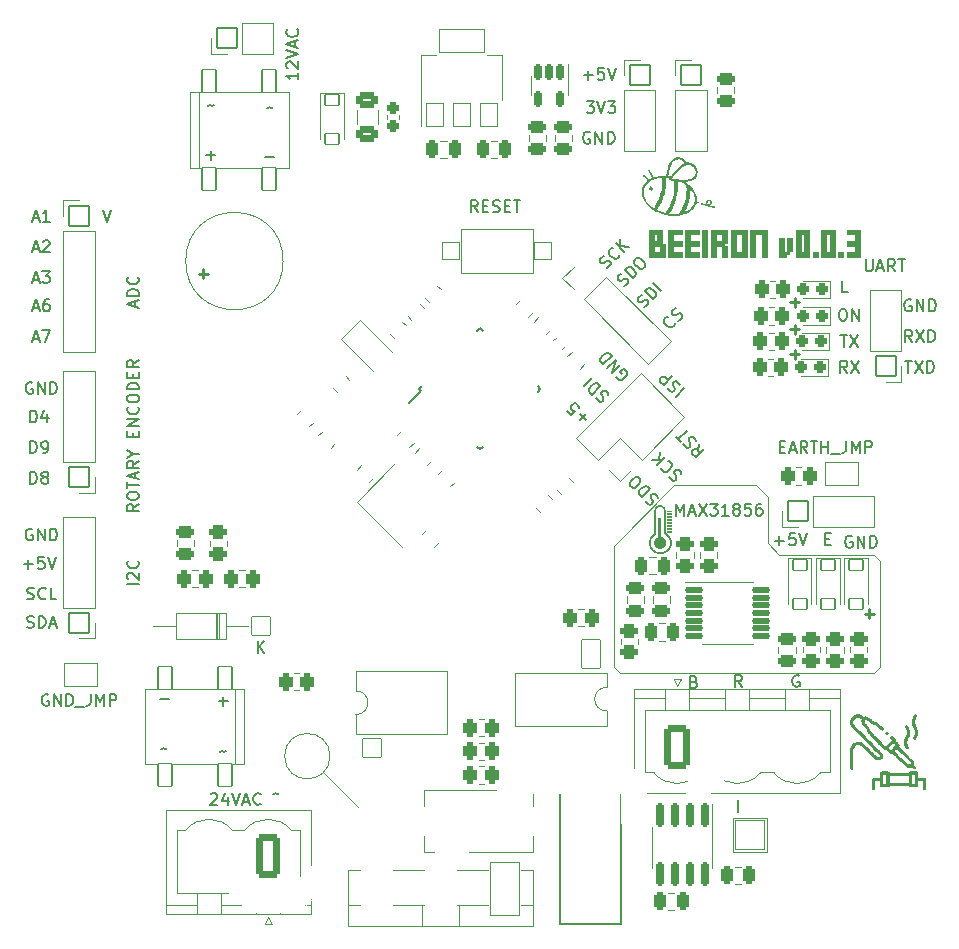
<source format=gbr>
G04 #@! TF.GenerationSoftware,KiCad,Pcbnew,5.99.0-unknown-fecb53b64f~142~ubuntu21.04.1*
G04 #@! TF.CreationDate,2021-10-23T16:59:13+04:00*
G04 #@! TF.ProjectId,BEEIRON v0.03,42454549-524f-44e2-9076-302e30332e6b,rev?*
G04 #@! TF.SameCoordinates,Original*
G04 #@! TF.FileFunction,Legend,Top*
G04 #@! TF.FilePolarity,Positive*
%FSLAX46Y46*%
G04 Gerber Fmt 4.6, Leading zero omitted, Abs format (unit mm)*
G04 Created by KiCad (PCBNEW 5.99.0-unknown-fecb53b64f~142~ubuntu21.04.1) date 2021-10-23 16:59:13*
%MOMM*%
%LPD*%
G01*
G04 APERTURE LIST*
G04 Aperture macros list*
%AMRoundRect*
0 Rectangle with rounded corners*
0 $1 Rounding radius*
0 $2 $3 $4 $5 $6 $7 $8 $9 X,Y pos of 4 corners*
0 Add a 4 corners polygon primitive as box body*
4,1,4,$2,$3,$4,$5,$6,$7,$8,$9,$2,$3,0*
0 Add four circle primitives for the rounded corners*
1,1,$1+$1,$2,$3*
1,1,$1+$1,$4,$5*
1,1,$1+$1,$6,$7*
1,1,$1+$1,$8,$9*
0 Add four rect primitives between the rounded corners*
20,1,$1+$1,$2,$3,$4,$5,0*
20,1,$1+$1,$4,$5,$6,$7,0*
20,1,$1+$1,$6,$7,$8,$9,0*
20,1,$1+$1,$8,$9,$2,$3,0*%
%AMHorizOval*
0 Thick line with rounded ends*
0 $1 width*
0 $2 $3 position (X,Y) of the first rounded end (center of the circle)*
0 $4 $5 position (X,Y) of the second rounded end (center of the circle)*
0 Add line between two ends*
20,1,$1,$2,$3,$4,$5,0*
0 Add two circle primitives to create the rounded ends*
1,1,$1,$2,$3*
1,1,$1,$4,$5*%
%AMFreePoly0*
4,1,16,0.535355,0.785355,0.541603,0.777735,1.041603,0.027735,1.049029,-0.009806,1.041603,-0.027735,0.541603,-0.777735,0.509806,-0.799029,0.500000,-0.800000,-0.500000,-0.800000,-0.535355,-0.785355,-0.550000,-0.750000,-0.550000,0.750000,-0.535355,0.785355,-0.500000,0.800000,0.500000,0.800000,0.535355,0.785355,0.535355,0.785355,$1*%
%AMFreePoly1*
4,1,16,0.535355,0.785355,0.550000,0.750000,0.550000,-0.750000,0.535355,-0.785355,0.500000,-0.800000,-0.650000,-0.800000,-0.685355,-0.785355,-0.700000,-0.750000,-0.691603,-0.722265,-0.210093,0.000000,-0.691603,0.722265,-0.699029,0.759806,-0.677735,0.791603,-0.650000,0.800000,0.500000,0.800000,0.535355,0.785355,0.535355,0.785355,$1*%
G04 Aperture macros list end*
%ADD10C,0.120000*%
%ADD11C,0.150000*%
%ADD12C,0.250000*%
%ADD13C,0.100000*%
%ADD14C,1.250000*%
%ADD15RoundRect,0.300000X-0.262500X-0.450000X0.262500X-0.450000X0.262500X0.450000X-0.262500X0.450000X0*%
%ADD16RoundRect,0.050000X0.750000X-1.000000X0.750000X1.000000X-0.750000X1.000000X-0.750000X-1.000000X0*%
%ADD17RoundRect,0.050000X1.900000X-1.000000X1.900000X1.000000X-1.900000X1.000000X-1.900000X-1.000000X0*%
%ADD18C,1.700000*%
%ADD19RoundRect,0.300000X0.250000X0.475000X-0.250000X0.475000X-0.250000X-0.475000X0.250000X-0.475000X0*%
%ADD20C,2.100000*%
%ADD21RoundRect,0.050000X0.850000X0.850000X-0.850000X0.850000X-0.850000X-0.850000X0.850000X-0.850000X0*%
%ADD22O,1.800000X1.800000*%
%ADD23RoundRect,0.300000X-0.450000X0.262500X-0.450000X-0.262500X0.450000X-0.262500X0.450000X0.262500X0*%
%ADD24RoundRect,0.300000X-0.475000X0.250000X-0.475000X-0.250000X0.475000X-0.250000X0.475000X0.250000X0*%
%ADD25RoundRect,0.200000X-0.150000X0.512500X-0.150000X-0.512500X0.150000X-0.512500X0.150000X0.512500X0*%
%ADD26RoundRect,0.050000X-0.600000X0.450000X-0.600000X-0.450000X0.600000X-0.450000X0.600000X0.450000X0*%
%ADD27RoundRect,0.050000X0.850000X-0.850000X0.850000X0.850000X-0.850000X0.850000X-0.850000X-0.850000X0*%
%ADD28RoundRect,0.300000X0.262500X0.450000X-0.262500X0.450000X-0.262500X-0.450000X0.262500X-0.450000X0*%
%ADD29RoundRect,0.050000X-0.850000X-0.850000X0.850000X-0.850000X0.850000X0.850000X-0.850000X0.850000X0*%
%ADD30RoundRect,0.050000X-0.750000X-0.750000X0.750000X-0.750000X0.750000X0.750000X-0.750000X0.750000X0*%
%ADD31C,1.000000*%
%ADD32C,10.100000*%
%ADD33C,2.500000*%
%ADD34HorizOval,2.500000X0.000000X0.000000X0.000000X0.000000X0*%
%ADD35RoundRect,0.050000X0.800000X-0.800000X0.800000X0.800000X-0.800000X0.800000X-0.800000X-0.800000X0*%
%ADD36O,1.700000X1.700000*%
%ADD37RoundRect,0.299999X-0.790001X-1.550001X0.790001X-1.550001X0.790001X1.550001X-0.790001X1.550001X0*%
%ADD38O,2.180000X3.700000*%
%ADD39RoundRect,0.050000X-1.250000X-1.250000X1.250000X-1.250000X1.250000X1.250000X-1.250000X1.250000X0*%
%ADD40RoundRect,0.300000X-0.503814X-0.132583X-0.132583X-0.503814X0.503814X0.132583X0.132583X0.503814X0*%
%ADD41RoundRect,0.050000X1.202082X0.000000X0.000000X1.202082X-1.202082X0.000000X0.000000X-1.202082X0*%
%ADD42HorizOval,1.800000X0.000000X0.000000X0.000000X0.000000X0*%
%ADD43RoundRect,0.300000X-0.159099X0.512652X-0.512652X0.159099X0.159099X-0.512652X0.512652X-0.159099X0*%
%ADD44RoundRect,0.268750X0.218750X0.256250X-0.218750X0.256250X-0.218750X-0.256250X0.218750X-0.256250X0*%
%ADD45RoundRect,0.300000X0.475000X-0.250000X0.475000X0.250000X-0.475000X0.250000X-0.475000X-0.250000X0*%
%ADD46RoundRect,0.300000X-0.625000X0.375000X-0.625000X-0.375000X0.625000X-0.375000X0.625000X0.375000X0*%
%ADD47FreePoly0,0.000000*%
%ADD48FreePoly1,0.000000*%
%ADD49RoundRect,0.050000X-0.371231X-0.760140X0.760140X0.371231X0.371231X0.760140X-0.760140X-0.371231X0*%
%ADD50RoundRect,0.050000X0.760140X-0.371231X-0.371231X0.760140X-0.760140X0.371231X0.371231X-0.760140X0*%
%ADD51RoundRect,0.268750X-0.256250X0.218750X-0.256250X-0.218750X0.256250X-0.218750X0.256250X0.218750X0*%
%ADD52RoundRect,0.300000X-0.250000X-0.475000X0.250000X-0.475000X0.250000X0.475000X-0.250000X0.475000X0*%
%ADD53RoundRect,0.300000X0.503814X0.132583X0.132583X0.503814X-0.503814X-0.132583X-0.132583X-0.503814X0*%
%ADD54RoundRect,0.050000X-0.800000X1.200000X-0.800000X-1.200000X0.800000X-1.200000X0.800000X1.200000X0*%
%ADD55O,1.700000X2.500000*%
%ADD56RoundRect,0.300000X0.159099X-0.512652X0.512652X-0.159099X-0.159099X0.512652X-0.512652X0.159099X0*%
%ADD57RoundRect,0.050000X1.250000X2.250000X-1.250000X2.250000X-1.250000X-2.250000X1.250000X-2.250000X0*%
%ADD58O,2.600000X4.600000*%
%ADD59RoundRect,0.050000X0.600000X0.950000X-0.600000X0.950000X-0.600000X-0.950000X0.600000X-0.950000X0*%
%ADD60RoundRect,0.300000X0.132583X-0.503814X0.503814X-0.132583X-0.132583X0.503814X-0.503814X0.132583X0*%
%ADD61RoundRect,0.050000X-1.378858X0.106066X0.106066X-1.378858X1.378858X-0.106066X-0.106066X1.378858X0*%
%ADD62RoundRect,0.268750X-0.026517X0.335876X-0.335876X0.026517X0.026517X-0.335876X0.335876X-0.026517X0*%
%ADD63RoundRect,0.300000X-0.707107X-0.176777X-0.176777X-0.707107X0.707107X0.176777X0.176777X0.707107X0*%
%ADD64RoundRect,0.200000X-0.150000X0.825000X-0.150000X-0.825000X0.150000X-0.825000X0.150000X0.825000X0*%
%ADD65RoundRect,0.300000X0.750000X1.550000X-0.750000X1.550000X-0.750000X-1.550000X0.750000X-1.550000X0*%
%ADD66O,2.100000X3.700000*%
%ADD67RoundRect,0.050000X0.800000X0.800000X-0.800000X0.800000X-0.800000X-0.800000X0.800000X-0.800000X0*%
%ADD68RoundRect,0.050000X-0.600000X-0.950000X0.600000X-0.950000X0.600000X0.950000X-0.600000X0.950000X0*%
%ADD69C,1.900000*%
%ADD70RoundRect,0.050000X0.000000X-1.202082X1.202082X0.000000X0.000000X1.202082X-1.202082X0.000000X0*%
%ADD71HorizOval,1.800000X0.000000X0.000000X0.000000X0.000000X0*%
%ADD72RoundRect,0.300000X0.450000X-0.262500X0.450000X0.262500X-0.450000X0.262500X-0.450000X-0.262500X0*%
%ADD73RoundRect,0.150000X-0.637500X-0.100000X0.637500X-0.100000X0.637500X0.100000X-0.637500X0.100000X0*%
G04 APERTURE END LIST*
D10*
X175500000Y-114500000D02*
X176000000Y-114000000D01*
X153500000Y-114000000D02*
X154000000Y-114500000D01*
X176000000Y-114000000D02*
X176000000Y-105000000D01*
X175500000Y-104500000D02*
X167500000Y-104500000D01*
X158600000Y-98600000D02*
X153500000Y-103700000D01*
X154000000Y-114500000D02*
X175000000Y-114500000D01*
X153500000Y-103700000D02*
X153500000Y-114000000D01*
X175000000Y-114500000D02*
X175500000Y-114500000D01*
X176000000Y-105000000D02*
X175500000Y-104500000D01*
X166500000Y-99600000D02*
X165500000Y-98600000D01*
X165500000Y-98600000D02*
X158600000Y-98600000D01*
X167500000Y-104500000D02*
X166500000Y-103500000D01*
X166500000Y-103500000D02*
X166500000Y-99600000D01*
D11*
X151156599Y-93055583D02*
X150617851Y-92516835D01*
X151156599Y-92516835D02*
X150617851Y-93055583D01*
X149506683Y-92281133D02*
X149843400Y-92617851D01*
X150213790Y-92314805D01*
X150146446Y-92314805D01*
X150045431Y-92281133D01*
X149877072Y-92112774D01*
X149843400Y-92011759D01*
X149843400Y-91944416D01*
X149877072Y-91843400D01*
X150045431Y-91675042D01*
X150146446Y-91641370D01*
X150213790Y-91641370D01*
X150314805Y-91675042D01*
X150483164Y-91843400D01*
X150516835Y-91944416D01*
X150516835Y-92011759D01*
X104285714Y-75966666D02*
X104761904Y-75966666D01*
X104190476Y-76252380D02*
X104523809Y-75252380D01*
X104857142Y-76252380D01*
X105714285Y-76252380D02*
X105142857Y-76252380D01*
X105428571Y-76252380D02*
X105428571Y-75252380D01*
X105333333Y-75395238D01*
X105238095Y-75490476D01*
X105142857Y-75538095D01*
X104285714Y-86166666D02*
X104761904Y-86166666D01*
X104190476Y-86452380D02*
X104523809Y-85452380D01*
X104857142Y-86452380D01*
X105095238Y-85452380D02*
X105761904Y-85452380D01*
X105333333Y-86452380D01*
X104061904Y-93252380D02*
X104061904Y-92252380D01*
X104300000Y-92252380D01*
X104442857Y-92300000D01*
X104538095Y-92395238D01*
X104585714Y-92490476D01*
X104633333Y-92680952D01*
X104633333Y-92823809D01*
X104585714Y-93014285D01*
X104538095Y-93109523D01*
X104442857Y-93204761D01*
X104300000Y-93252380D01*
X104061904Y-93252380D01*
X105490476Y-92585714D02*
X105490476Y-93252380D01*
X105252380Y-92204761D02*
X105014285Y-92919047D01*
X105633333Y-92919047D01*
X171385714Y-103128571D02*
X171719047Y-103128571D01*
X171861904Y-103652380D02*
X171385714Y-103652380D01*
X171385714Y-102652380D01*
X171861904Y-102652380D01*
X105604761Y-116300000D02*
X105509523Y-116252380D01*
X105366666Y-116252380D01*
X105223809Y-116300000D01*
X105128571Y-116395238D01*
X105080952Y-116490476D01*
X105033333Y-116680952D01*
X105033333Y-116823809D01*
X105080952Y-117014285D01*
X105128571Y-117109523D01*
X105223809Y-117204761D01*
X105366666Y-117252380D01*
X105461904Y-117252380D01*
X105604761Y-117204761D01*
X105652380Y-117157142D01*
X105652380Y-116823809D01*
X105461904Y-116823809D01*
X106080952Y-117252380D02*
X106080952Y-116252380D01*
X106652380Y-117252380D01*
X106652380Y-116252380D01*
X107128571Y-117252380D02*
X107128571Y-116252380D01*
X107366666Y-116252380D01*
X107509523Y-116300000D01*
X107604761Y-116395238D01*
X107652380Y-116490476D01*
X107700000Y-116680952D01*
X107700000Y-116823809D01*
X107652380Y-117014285D01*
X107604761Y-117109523D01*
X107509523Y-117204761D01*
X107366666Y-117252380D01*
X107128571Y-117252380D01*
X107890476Y-117347619D02*
X108652380Y-117347619D01*
X109176190Y-116252380D02*
X109176190Y-116966666D01*
X109128571Y-117109523D01*
X109033333Y-117204761D01*
X108890476Y-117252380D01*
X108795238Y-117252380D01*
X109652380Y-117252380D02*
X109652380Y-116252380D01*
X109985714Y-116966666D01*
X110319047Y-116252380D01*
X110319047Y-117252380D01*
X110795238Y-117252380D02*
X110795238Y-116252380D01*
X111176190Y-116252380D01*
X111271428Y-116300000D01*
X111319047Y-116347619D01*
X111366666Y-116442857D01*
X111366666Y-116585714D01*
X111319047Y-116680952D01*
X111271428Y-116728571D01*
X111176190Y-116776190D01*
X110795238Y-116776190D01*
X159410152Y-90370389D02*
X158703045Y-91077496D01*
X159073435Y-90101015D02*
X159006091Y-89966328D01*
X158837732Y-89797969D01*
X158736717Y-89764297D01*
X158669374Y-89764297D01*
X158568358Y-89797969D01*
X158501015Y-89865312D01*
X158467343Y-89966328D01*
X158467343Y-90033671D01*
X158501015Y-90134687D01*
X158602030Y-90303045D01*
X158635702Y-90404061D01*
X158635702Y-90471404D01*
X158602030Y-90572419D01*
X158534687Y-90639763D01*
X158433671Y-90673435D01*
X158366328Y-90673435D01*
X158265312Y-90639763D01*
X158096954Y-90471404D01*
X158029610Y-90336717D01*
X158400000Y-89360236D02*
X157692893Y-90067343D01*
X157423519Y-89797969D01*
X157389847Y-89696954D01*
X157389847Y-89629610D01*
X157423519Y-89528595D01*
X157524534Y-89427580D01*
X157625549Y-89393908D01*
X157692893Y-89393908D01*
X157793908Y-89427580D01*
X158063282Y-89696954D01*
X104285714Y-81166666D02*
X104761904Y-81166666D01*
X104190476Y-81452380D02*
X104523809Y-80452380D01*
X104857142Y-81452380D01*
X105095238Y-80452380D02*
X105714285Y-80452380D01*
X105380952Y-80833333D01*
X105523809Y-80833333D01*
X105619047Y-80880952D01*
X105666666Y-80928571D01*
X105714285Y-81023809D01*
X105714285Y-81261904D01*
X105666666Y-81357142D01*
X105619047Y-81404761D01*
X105523809Y-81452380D01*
X105238095Y-81452380D01*
X105142857Y-81404761D01*
X105095238Y-81357142D01*
X150914285Y-63871428D02*
X151676190Y-63871428D01*
X151295238Y-64252380D02*
X151295238Y-63490476D01*
X152628571Y-63252380D02*
X152152380Y-63252380D01*
X152104761Y-63728571D01*
X152152380Y-63680952D01*
X152247619Y-63633333D01*
X152485714Y-63633333D01*
X152580952Y-63680952D01*
X152628571Y-63728571D01*
X152676190Y-63823809D01*
X152676190Y-64061904D01*
X152628571Y-64157142D01*
X152580952Y-64204761D01*
X152485714Y-64252380D01*
X152247619Y-64252380D01*
X152152380Y-64204761D01*
X152104761Y-64157142D01*
X152961904Y-63252380D02*
X153295238Y-64252380D01*
X153628571Y-63252380D01*
X119342857Y-124747619D02*
X119390476Y-124700000D01*
X119485714Y-124652380D01*
X119723809Y-124652380D01*
X119819047Y-124700000D01*
X119866666Y-124747619D01*
X119914285Y-124842857D01*
X119914285Y-124938095D01*
X119866666Y-125080952D01*
X119295238Y-125652380D01*
X119914285Y-125652380D01*
X120771428Y-124985714D02*
X120771428Y-125652380D01*
X120533333Y-124604761D02*
X120295238Y-125319047D01*
X120914285Y-125319047D01*
X121152380Y-124652380D02*
X121485714Y-125652380D01*
X121819047Y-124652380D01*
X122104761Y-125366666D02*
X122580952Y-125366666D01*
X122009523Y-125652380D02*
X122342857Y-124652380D01*
X122676190Y-125652380D01*
X123580952Y-125557142D02*
X123533333Y-125604761D01*
X123390476Y-125652380D01*
X123295238Y-125652380D01*
X123152380Y-125604761D01*
X123057142Y-125509523D01*
X123009523Y-125414285D01*
X122961904Y-125223809D01*
X122961904Y-125080952D01*
X123009523Y-124890476D01*
X123057142Y-124795238D01*
X123152380Y-124700000D01*
X123295238Y-124652380D01*
X123390476Y-124652380D01*
X123533333Y-124700000D01*
X123580952Y-124747619D01*
X124628571Y-124747619D02*
X124676190Y-124700000D01*
X124771428Y-124652380D01*
X124961904Y-124747619D01*
X125057142Y-124700000D01*
X125104761Y-124652380D01*
X172638095Y-85852380D02*
X173209523Y-85852380D01*
X172923809Y-86852380D02*
X172923809Y-85852380D01*
X173447619Y-85852380D02*
X174114285Y-86852380D01*
X174114285Y-85852380D02*
X173447619Y-86852380D01*
X151161904Y-66052380D02*
X151780952Y-66052380D01*
X151447619Y-66433333D01*
X151590476Y-66433333D01*
X151685714Y-66480952D01*
X151733333Y-66528571D01*
X151780952Y-66623809D01*
X151780952Y-66861904D01*
X151733333Y-66957142D01*
X151685714Y-67004761D01*
X151590476Y-67052380D01*
X151304761Y-67052380D01*
X151209523Y-67004761D01*
X151161904Y-66957142D01*
X152066666Y-66052380D02*
X152400000Y-67052380D01*
X152733333Y-66052380D01*
X152971428Y-66052380D02*
X153590476Y-66052380D01*
X153257142Y-66433333D01*
X153400000Y-66433333D01*
X153495238Y-66480952D01*
X153542857Y-66528571D01*
X153590476Y-66623809D01*
X153590476Y-66861904D01*
X153542857Y-66957142D01*
X153495238Y-67004761D01*
X153400000Y-67052380D01*
X153114285Y-67052380D01*
X153019047Y-67004761D01*
X152971428Y-66957142D01*
X104285714Y-78566666D02*
X104761904Y-78566666D01*
X104190476Y-78852380D02*
X104523809Y-77852380D01*
X104857142Y-78852380D01*
X105142857Y-77947619D02*
X105190476Y-77900000D01*
X105285714Y-77852380D01*
X105523809Y-77852380D01*
X105619047Y-77900000D01*
X105666666Y-77947619D01*
X105714285Y-78042857D01*
X105714285Y-78138095D01*
X105666666Y-78280952D01*
X105095238Y-78852380D01*
X105714285Y-78852380D01*
X172780952Y-83652380D02*
X172971428Y-83652380D01*
X173066666Y-83700000D01*
X173161904Y-83795238D01*
X173209523Y-83985714D01*
X173209523Y-84319047D01*
X173161904Y-84509523D01*
X173066666Y-84604761D01*
X172971428Y-84652380D01*
X172780952Y-84652380D01*
X172685714Y-84604761D01*
X172590476Y-84509523D01*
X172542857Y-84319047D01*
X172542857Y-83985714D01*
X172590476Y-83795238D01*
X172685714Y-83700000D01*
X172780952Y-83652380D01*
X173638095Y-84652380D02*
X173638095Y-83652380D01*
X174209523Y-84652380D01*
X174209523Y-83652380D01*
X164000000Y-126252380D02*
X164000000Y-125252380D01*
X103809523Y-108204761D02*
X103952380Y-108252380D01*
X104190476Y-108252380D01*
X104285714Y-108204761D01*
X104333333Y-108157142D01*
X104380952Y-108061904D01*
X104380952Y-107966666D01*
X104333333Y-107871428D01*
X104285714Y-107823809D01*
X104190476Y-107776190D01*
X104000000Y-107728571D01*
X103904761Y-107680952D01*
X103857142Y-107633333D01*
X103809523Y-107538095D01*
X103809523Y-107442857D01*
X103857142Y-107347619D01*
X103904761Y-107300000D01*
X104000000Y-107252380D01*
X104238095Y-107252380D01*
X104380952Y-107300000D01*
X105380952Y-108157142D02*
X105333333Y-108204761D01*
X105190476Y-108252380D01*
X105095238Y-108252380D01*
X104952380Y-108204761D01*
X104857142Y-108109523D01*
X104809523Y-108014285D01*
X104761904Y-107823809D01*
X104761904Y-107680952D01*
X104809523Y-107490476D01*
X104857142Y-107395238D01*
X104952380Y-107300000D01*
X105095238Y-107252380D01*
X105190476Y-107252380D01*
X105333333Y-107300000D01*
X105380952Y-107347619D01*
X106285714Y-108252380D02*
X105809523Y-108252380D01*
X105809523Y-107252380D01*
X113252380Y-100185714D02*
X112776190Y-100519047D01*
X113252380Y-100757142D02*
X112252380Y-100757142D01*
X112252380Y-100376190D01*
X112300000Y-100280952D01*
X112347619Y-100233333D01*
X112442857Y-100185714D01*
X112585714Y-100185714D01*
X112680952Y-100233333D01*
X112728571Y-100280952D01*
X112776190Y-100376190D01*
X112776190Y-100757142D01*
X112252380Y-99566666D02*
X112252380Y-99376190D01*
X112300000Y-99280952D01*
X112395238Y-99185714D01*
X112585714Y-99138095D01*
X112919047Y-99138095D01*
X113109523Y-99185714D01*
X113204761Y-99280952D01*
X113252380Y-99376190D01*
X113252380Y-99566666D01*
X113204761Y-99661904D01*
X113109523Y-99757142D01*
X112919047Y-99804761D01*
X112585714Y-99804761D01*
X112395238Y-99757142D01*
X112300000Y-99661904D01*
X112252380Y-99566666D01*
X112252380Y-98852380D02*
X112252380Y-98280952D01*
X113252380Y-98566666D02*
X112252380Y-98566666D01*
X112966666Y-97995238D02*
X112966666Y-97519047D01*
X113252380Y-98090476D02*
X112252380Y-97757142D01*
X113252380Y-97423809D01*
X113252380Y-96519047D02*
X112776190Y-96852380D01*
X113252380Y-97090476D02*
X112252380Y-97090476D01*
X112252380Y-96709523D01*
X112300000Y-96614285D01*
X112347619Y-96566666D01*
X112442857Y-96519047D01*
X112585714Y-96519047D01*
X112680952Y-96566666D01*
X112728571Y-96614285D01*
X112776190Y-96709523D01*
X112776190Y-97090476D01*
X112776190Y-95900000D02*
X113252380Y-95900000D01*
X112252380Y-96233333D02*
X112776190Y-95900000D01*
X112252380Y-95566666D01*
X112728571Y-94471428D02*
X112728571Y-94138095D01*
X113252380Y-93995238D02*
X113252380Y-94471428D01*
X112252380Y-94471428D01*
X112252380Y-93995238D01*
X113252380Y-93566666D02*
X112252380Y-93566666D01*
X113252380Y-92995238D01*
X112252380Y-92995238D01*
X113157142Y-91947619D02*
X113204761Y-91995238D01*
X113252380Y-92138095D01*
X113252380Y-92233333D01*
X113204761Y-92376190D01*
X113109523Y-92471428D01*
X113014285Y-92519047D01*
X112823809Y-92566666D01*
X112680952Y-92566666D01*
X112490476Y-92519047D01*
X112395238Y-92471428D01*
X112300000Y-92376190D01*
X112252380Y-92233333D01*
X112252380Y-92138095D01*
X112300000Y-91995238D01*
X112347619Y-91947619D01*
X112252380Y-91328571D02*
X112252380Y-91138095D01*
X112300000Y-91042857D01*
X112395238Y-90947619D01*
X112585714Y-90900000D01*
X112919047Y-90900000D01*
X113109523Y-90947619D01*
X113204761Y-91042857D01*
X113252380Y-91138095D01*
X113252380Y-91328571D01*
X113204761Y-91423809D01*
X113109523Y-91519047D01*
X112919047Y-91566666D01*
X112585714Y-91566666D01*
X112395238Y-91519047D01*
X112300000Y-91423809D01*
X112252380Y-91328571D01*
X113252380Y-90471428D02*
X112252380Y-90471428D01*
X112252380Y-90233333D01*
X112300000Y-90090476D01*
X112395238Y-89995238D01*
X112490476Y-89947619D01*
X112680952Y-89900000D01*
X112823809Y-89900000D01*
X113014285Y-89947619D01*
X113109523Y-89995238D01*
X113204761Y-90090476D01*
X113252380Y-90233333D01*
X113252380Y-90471428D01*
X112728571Y-89471428D02*
X112728571Y-89138095D01*
X113252380Y-88995238D02*
X113252380Y-89471428D01*
X112252380Y-89471428D01*
X112252380Y-88995238D01*
X113252380Y-87995238D02*
X112776190Y-88328571D01*
X113252380Y-88566666D02*
X112252380Y-88566666D01*
X112252380Y-88185714D01*
X112300000Y-88090476D01*
X112347619Y-88042857D01*
X112442857Y-87995238D01*
X112585714Y-87995238D01*
X112680952Y-88042857D01*
X112728571Y-88090476D01*
X112776190Y-88185714D01*
X112776190Y-88566666D01*
X104238095Y-102300000D02*
X104142857Y-102252380D01*
X104000000Y-102252380D01*
X103857142Y-102300000D01*
X103761904Y-102395238D01*
X103714285Y-102490476D01*
X103666666Y-102680952D01*
X103666666Y-102823809D01*
X103714285Y-103014285D01*
X103761904Y-103109523D01*
X103857142Y-103204761D01*
X104000000Y-103252380D01*
X104095238Y-103252380D01*
X104238095Y-103204761D01*
X104285714Y-103157142D01*
X104285714Y-102823809D01*
X104095238Y-102823809D01*
X104714285Y-103252380D02*
X104714285Y-102252380D01*
X105285714Y-103252380D01*
X105285714Y-102252380D01*
X105761904Y-103252380D02*
X105761904Y-102252380D01*
X106000000Y-102252380D01*
X106142857Y-102300000D01*
X106238095Y-102395238D01*
X106285714Y-102490476D01*
X106333333Y-102680952D01*
X106333333Y-102823809D01*
X106285714Y-103014285D01*
X106238095Y-103109523D01*
X106142857Y-103204761D01*
X106000000Y-103252380D01*
X105761904Y-103252380D01*
X178638095Y-82900000D02*
X178542857Y-82852380D01*
X178400000Y-82852380D01*
X178257142Y-82900000D01*
X178161904Y-82995238D01*
X178114285Y-83090476D01*
X178066666Y-83280952D01*
X178066666Y-83423809D01*
X178114285Y-83614285D01*
X178161904Y-83709523D01*
X178257142Y-83804761D01*
X178400000Y-83852380D01*
X178495238Y-83852380D01*
X178638095Y-83804761D01*
X178685714Y-83757142D01*
X178685714Y-83423809D01*
X178495238Y-83423809D01*
X179114285Y-83852380D02*
X179114285Y-82852380D01*
X179685714Y-83852380D01*
X179685714Y-82852380D01*
X180161904Y-83852380D02*
X180161904Y-82852380D01*
X180400000Y-82852380D01*
X180542857Y-82900000D01*
X180638095Y-82995238D01*
X180685714Y-83090476D01*
X180733333Y-83280952D01*
X180733333Y-83423809D01*
X180685714Y-83614285D01*
X180638095Y-83709523D01*
X180542857Y-83804761D01*
X180400000Y-83852380D01*
X180161904Y-83852380D01*
X160261428Y-115218571D02*
X160404285Y-115266190D01*
X160451904Y-115313809D01*
X160499523Y-115409047D01*
X160499523Y-115551904D01*
X160451904Y-115647142D01*
X160404285Y-115694761D01*
X160309047Y-115742380D01*
X159928095Y-115742380D01*
X159928095Y-114742380D01*
X160261428Y-114742380D01*
X160356666Y-114790000D01*
X160404285Y-114837619D01*
X160451904Y-114932857D01*
X160451904Y-115028095D01*
X160404285Y-115123333D01*
X160356666Y-115170952D01*
X160261428Y-115218571D01*
X159928095Y-115218571D01*
X178138095Y-88052380D02*
X178709523Y-88052380D01*
X178423809Y-89052380D02*
X178423809Y-88052380D01*
X178947619Y-88052380D02*
X179614285Y-89052380D01*
X179614285Y-88052380D02*
X178947619Y-89052380D01*
X179995238Y-89052380D02*
X179995238Y-88052380D01*
X180233333Y-88052380D01*
X180376190Y-88100000D01*
X180471428Y-88195238D01*
X180519047Y-88290476D01*
X180566666Y-88480952D01*
X180566666Y-88623809D01*
X180519047Y-88814285D01*
X180471428Y-88909523D01*
X180376190Y-89004761D01*
X180233333Y-89052380D01*
X179995238Y-89052380D01*
X169161904Y-114700000D02*
X169066666Y-114652380D01*
X168923809Y-114652380D01*
X168780952Y-114700000D01*
X168685714Y-114795238D01*
X168638095Y-114890476D01*
X168590476Y-115080952D01*
X168590476Y-115223809D01*
X168638095Y-115414285D01*
X168685714Y-115509523D01*
X168780952Y-115604761D01*
X168923809Y-115652380D01*
X169019047Y-115652380D01*
X169161904Y-115604761D01*
X169209523Y-115557142D01*
X169209523Y-115223809D01*
X169019047Y-115223809D01*
X164309523Y-115652380D02*
X163976190Y-115176190D01*
X163738095Y-115652380D02*
X163738095Y-114652380D01*
X164119047Y-114652380D01*
X164214285Y-114700000D01*
X164261904Y-114747619D01*
X164309523Y-114842857D01*
X164309523Y-114985714D01*
X164261904Y-115080952D01*
X164214285Y-115128571D01*
X164119047Y-115176190D01*
X163738095Y-115176190D01*
X151438095Y-68700000D02*
X151342857Y-68652380D01*
X151200000Y-68652380D01*
X151057142Y-68700000D01*
X150961904Y-68795238D01*
X150914285Y-68890476D01*
X150866666Y-69080952D01*
X150866666Y-69223809D01*
X150914285Y-69414285D01*
X150961904Y-69509523D01*
X151057142Y-69604761D01*
X151200000Y-69652380D01*
X151295238Y-69652380D01*
X151438095Y-69604761D01*
X151485714Y-69557142D01*
X151485714Y-69223809D01*
X151295238Y-69223809D01*
X151914285Y-69652380D02*
X151914285Y-68652380D01*
X152485714Y-69652380D01*
X152485714Y-68652380D01*
X152961904Y-69652380D02*
X152961904Y-68652380D01*
X153200000Y-68652380D01*
X153342857Y-68700000D01*
X153438095Y-68795238D01*
X153485714Y-68890476D01*
X153533333Y-69080952D01*
X153533333Y-69223809D01*
X153485714Y-69414285D01*
X153438095Y-69509523D01*
X153342857Y-69604761D01*
X153200000Y-69652380D01*
X152961904Y-69652380D01*
D12*
X174719047Y-109471428D02*
X175480952Y-109471428D01*
X175100000Y-109852380D02*
X175100000Y-109090476D01*
D11*
X173638095Y-102900000D02*
X173542857Y-102852380D01*
X173400000Y-102852380D01*
X173257142Y-102900000D01*
X173161904Y-102995238D01*
X173114285Y-103090476D01*
X173066666Y-103280952D01*
X173066666Y-103423809D01*
X173114285Y-103614285D01*
X173161904Y-103709523D01*
X173257142Y-103804761D01*
X173400000Y-103852380D01*
X173495238Y-103852380D01*
X173638095Y-103804761D01*
X173685714Y-103757142D01*
X173685714Y-103423809D01*
X173495238Y-103423809D01*
X174114285Y-103852380D02*
X174114285Y-102852380D01*
X174685714Y-103852380D01*
X174685714Y-102852380D01*
X175161904Y-103852380D02*
X175161904Y-102852380D01*
X175400000Y-102852380D01*
X175542857Y-102900000D01*
X175638095Y-102995238D01*
X175685714Y-103090476D01*
X175733333Y-103280952D01*
X175733333Y-103423809D01*
X175685714Y-103614285D01*
X175638095Y-103709523D01*
X175542857Y-103804761D01*
X175400000Y-103852380D01*
X175161904Y-103852380D01*
X104238095Y-89900000D02*
X104142857Y-89852380D01*
X104000000Y-89852380D01*
X103857142Y-89900000D01*
X103761904Y-89995238D01*
X103714285Y-90090476D01*
X103666666Y-90280952D01*
X103666666Y-90423809D01*
X103714285Y-90614285D01*
X103761904Y-90709523D01*
X103857142Y-90804761D01*
X104000000Y-90852380D01*
X104095238Y-90852380D01*
X104238095Y-90804761D01*
X104285714Y-90757142D01*
X104285714Y-90423809D01*
X104095238Y-90423809D01*
X104714285Y-90852380D02*
X104714285Y-89852380D01*
X105285714Y-90852380D01*
X105285714Y-89852380D01*
X105761904Y-90852380D02*
X105761904Y-89852380D01*
X106000000Y-89852380D01*
X106142857Y-89900000D01*
X106238095Y-89995238D01*
X106285714Y-90090476D01*
X106333333Y-90280952D01*
X106333333Y-90423809D01*
X106285714Y-90614285D01*
X106238095Y-90709523D01*
X106142857Y-90804761D01*
X106000000Y-90852380D01*
X105761904Y-90852380D01*
X126752380Y-63647619D02*
X126752380Y-64219047D01*
X126752380Y-63933333D02*
X125752380Y-63933333D01*
X125895238Y-64028571D01*
X125990476Y-64123809D01*
X126038095Y-64219047D01*
X125847619Y-63266666D02*
X125800000Y-63219047D01*
X125752380Y-63123809D01*
X125752380Y-62885714D01*
X125800000Y-62790476D01*
X125847619Y-62742857D01*
X125942857Y-62695238D01*
X126038095Y-62695238D01*
X126180952Y-62742857D01*
X126752380Y-63314285D01*
X126752380Y-62695238D01*
X125752380Y-62409523D02*
X126752380Y-62076190D01*
X125752380Y-61742857D01*
X126466666Y-61457142D02*
X126466666Y-60980952D01*
X126752380Y-61552380D02*
X125752380Y-61219047D01*
X126752380Y-60885714D01*
X126657142Y-59980952D02*
X126704761Y-60028571D01*
X126752380Y-60171428D01*
X126752380Y-60266666D01*
X126704761Y-60409523D01*
X126609523Y-60504761D01*
X126514285Y-60552380D01*
X126323809Y-60600000D01*
X126180952Y-60600000D01*
X125990476Y-60552380D01*
X125895238Y-60504761D01*
X125800000Y-60409523D01*
X125752380Y-60266666D01*
X125752380Y-60171428D01*
X125800000Y-60028571D01*
X125847619Y-59980952D01*
X152877072Y-80195347D02*
X153011759Y-80128003D01*
X153180118Y-79959644D01*
X153213790Y-79858629D01*
X153213790Y-79791286D01*
X153180118Y-79690270D01*
X153112774Y-79622927D01*
X153011759Y-79589255D01*
X152944416Y-79589255D01*
X152843400Y-79622927D01*
X152675042Y-79723942D01*
X152574026Y-79757614D01*
X152506683Y-79757614D01*
X152405668Y-79723942D01*
X152338324Y-79656599D01*
X152304652Y-79555583D01*
X152304652Y-79488240D01*
X152338324Y-79387225D01*
X152506683Y-79218866D01*
X152641370Y-79151522D01*
X153954568Y-79050507D02*
X153954568Y-79117851D01*
X153887225Y-79252538D01*
X153819881Y-79319881D01*
X153685194Y-79387225D01*
X153550507Y-79387225D01*
X153449492Y-79353553D01*
X153281133Y-79252538D01*
X153180118Y-79151522D01*
X153079103Y-78983164D01*
X153045431Y-78882148D01*
X153045431Y-78747461D01*
X153112774Y-78612774D01*
X153180118Y-78545431D01*
X153314805Y-78478087D01*
X153382148Y-78478087D01*
X154324957Y-78814805D02*
X153617851Y-78107698D01*
X154729018Y-78410744D02*
X154021912Y-78309729D01*
X154021912Y-77703637D02*
X154021912Y-78511759D01*
X141947619Y-75452380D02*
X141614285Y-74976190D01*
X141376190Y-75452380D02*
X141376190Y-74452380D01*
X141757142Y-74452380D01*
X141852380Y-74500000D01*
X141900000Y-74547619D01*
X141947619Y-74642857D01*
X141947619Y-74785714D01*
X141900000Y-74880952D01*
X141852380Y-74928571D01*
X141757142Y-74976190D01*
X141376190Y-74976190D01*
X142376190Y-74928571D02*
X142709523Y-74928571D01*
X142852380Y-75452380D02*
X142376190Y-75452380D01*
X142376190Y-74452380D01*
X142852380Y-74452380D01*
X143233333Y-75404761D02*
X143376190Y-75452380D01*
X143614285Y-75452380D01*
X143709523Y-75404761D01*
X143757142Y-75357142D01*
X143804761Y-75261904D01*
X143804761Y-75166666D01*
X143757142Y-75071428D01*
X143709523Y-75023809D01*
X143614285Y-74976190D01*
X143423809Y-74928571D01*
X143328571Y-74880952D01*
X143280952Y-74833333D01*
X143233333Y-74738095D01*
X143233333Y-74642857D01*
X143280952Y-74547619D01*
X143328571Y-74500000D01*
X143423809Y-74452380D01*
X143661904Y-74452380D01*
X143804761Y-74500000D01*
X144233333Y-74928571D02*
X144566666Y-74928571D01*
X144709523Y-75452380D02*
X144233333Y-75452380D01*
X144233333Y-74452380D01*
X144709523Y-74452380D01*
X144995238Y-74452380D02*
X145566666Y-74452380D01*
X145280952Y-75452380D02*
X145280952Y-74452380D01*
X103785714Y-110604761D02*
X103928571Y-110652380D01*
X104166666Y-110652380D01*
X104261904Y-110604761D01*
X104309523Y-110557142D01*
X104357142Y-110461904D01*
X104357142Y-110366666D01*
X104309523Y-110271428D01*
X104261904Y-110223809D01*
X104166666Y-110176190D01*
X103976190Y-110128571D01*
X103880952Y-110080952D01*
X103833333Y-110033333D01*
X103785714Y-109938095D01*
X103785714Y-109842857D01*
X103833333Y-109747619D01*
X103880952Y-109700000D01*
X103976190Y-109652380D01*
X104214285Y-109652380D01*
X104357142Y-109700000D01*
X104785714Y-110652380D02*
X104785714Y-109652380D01*
X105023809Y-109652380D01*
X105166666Y-109700000D01*
X105261904Y-109795238D01*
X105309523Y-109890476D01*
X105357142Y-110080952D01*
X105357142Y-110223809D01*
X105309523Y-110414285D01*
X105261904Y-110509523D01*
X105166666Y-110604761D01*
X105023809Y-110652380D01*
X104785714Y-110652380D01*
X105738095Y-110366666D02*
X106214285Y-110366666D01*
X105642857Y-110652380D02*
X105976190Y-109652380D01*
X106309523Y-110652380D01*
X178733333Y-86452380D02*
X178400000Y-85976190D01*
X178161904Y-86452380D02*
X178161904Y-85452380D01*
X178542857Y-85452380D01*
X178638095Y-85500000D01*
X178685714Y-85547619D01*
X178733333Y-85642857D01*
X178733333Y-85785714D01*
X178685714Y-85880952D01*
X178638095Y-85928571D01*
X178542857Y-85976190D01*
X178161904Y-85976190D01*
X179066666Y-85452380D02*
X179733333Y-86452380D01*
X179733333Y-85452380D02*
X179066666Y-86452380D01*
X180114285Y-86452380D02*
X180114285Y-85452380D01*
X180352380Y-85452380D01*
X180495238Y-85500000D01*
X180590476Y-85595238D01*
X180638095Y-85690476D01*
X180685714Y-85880952D01*
X180685714Y-86023809D01*
X180638095Y-86214285D01*
X180590476Y-86309523D01*
X180495238Y-86404761D01*
X180352380Y-86452380D01*
X180114285Y-86452380D01*
X112966666Y-83438095D02*
X112966666Y-82961904D01*
X113252380Y-83533333D02*
X112252380Y-83200000D01*
X113252380Y-82866666D01*
X113252380Y-82533333D02*
X112252380Y-82533333D01*
X112252380Y-82295238D01*
X112300000Y-82152380D01*
X112395238Y-82057142D01*
X112490476Y-82009523D01*
X112680952Y-81961904D01*
X112823809Y-81961904D01*
X113014285Y-82009523D01*
X113109523Y-82057142D01*
X113204761Y-82152380D01*
X113252380Y-82295238D01*
X113252380Y-82533333D01*
X113157142Y-80961904D02*
X113204761Y-81009523D01*
X113252380Y-81152380D01*
X113252380Y-81247619D01*
X113204761Y-81390476D01*
X113109523Y-81485714D01*
X113014285Y-81533333D01*
X112823809Y-81580952D01*
X112680952Y-81580952D01*
X112490476Y-81533333D01*
X112395238Y-81485714D01*
X112300000Y-81390476D01*
X112252380Y-81247619D01*
X112252380Y-81152380D01*
X112300000Y-81009523D01*
X112347619Y-80961904D01*
X173233333Y-89052380D02*
X172900000Y-88576190D01*
X172661904Y-89052380D02*
X172661904Y-88052380D01*
X173042857Y-88052380D01*
X173138095Y-88100000D01*
X173185714Y-88147619D01*
X173233333Y-88242857D01*
X173233333Y-88385714D01*
X173185714Y-88480952D01*
X173138095Y-88528571D01*
X173042857Y-88576190D01*
X172661904Y-88576190D01*
X173566666Y-88052380D02*
X174233333Y-89052380D01*
X174233333Y-88052380D02*
X173566666Y-89052380D01*
X153685194Y-89392301D02*
X153718866Y-89493316D01*
X153819881Y-89594331D01*
X153954568Y-89661675D01*
X154089255Y-89661675D01*
X154190270Y-89628003D01*
X154358629Y-89526988D01*
X154459644Y-89425973D01*
X154560660Y-89257614D01*
X154594331Y-89156599D01*
X154594331Y-89021912D01*
X154526988Y-88887225D01*
X154459644Y-88819881D01*
X154324957Y-88752538D01*
X154257614Y-88752538D01*
X154021912Y-88988240D01*
X154156599Y-89122927D01*
X154021912Y-88382148D02*
X153314805Y-89089255D01*
X153617851Y-87978087D01*
X152910744Y-88685194D01*
X153281133Y-87641370D02*
X152574026Y-88348477D01*
X152405668Y-88180118D01*
X152338324Y-88045431D01*
X152338324Y-87910744D01*
X152371996Y-87809729D01*
X152473011Y-87641370D01*
X152574026Y-87540355D01*
X152742385Y-87439339D01*
X152843400Y-87405668D01*
X152978087Y-87405668D01*
X153112774Y-87473011D01*
X153281133Y-87641370D01*
X157212183Y-99639763D02*
X157144839Y-99505076D01*
X156976480Y-99336717D01*
X156875465Y-99303045D01*
X156808122Y-99303045D01*
X156707106Y-99336717D01*
X156639763Y-99404061D01*
X156606091Y-99505076D01*
X156606091Y-99572419D01*
X156639763Y-99673435D01*
X156740778Y-99841793D01*
X156774450Y-99942809D01*
X156774450Y-100010152D01*
X156740778Y-100111167D01*
X156673435Y-100178511D01*
X156572419Y-100212183D01*
X156505076Y-100212183D01*
X156404061Y-100178511D01*
X156235702Y-100010152D01*
X156168358Y-99875465D01*
X156538748Y-98898984D02*
X155831641Y-99606091D01*
X155663282Y-99437732D01*
X155595938Y-99303045D01*
X155595938Y-99168358D01*
X155629610Y-99067343D01*
X155730625Y-98898984D01*
X155831641Y-98797969D01*
X156000000Y-98696954D01*
X156101015Y-98663282D01*
X156235702Y-98663282D01*
X156370389Y-98730625D01*
X156538748Y-98898984D01*
X154989847Y-98764297D02*
X154855160Y-98629610D01*
X154821488Y-98528595D01*
X154821488Y-98393908D01*
X154922503Y-98225549D01*
X155158206Y-97989847D01*
X155326564Y-97888832D01*
X155461251Y-97888832D01*
X155562267Y-97922503D01*
X155696954Y-98057190D01*
X155730625Y-98158206D01*
X155730625Y-98292893D01*
X155629610Y-98461251D01*
X155393908Y-98696954D01*
X155225549Y-98797969D01*
X155090862Y-98797969D01*
X154989847Y-98764297D01*
D12*
X168419047Y-87471428D02*
X169180952Y-87471428D01*
X168800000Y-87852380D02*
X168800000Y-87090476D01*
D11*
X153010152Y-90937732D02*
X152942809Y-90803045D01*
X152774450Y-90634687D01*
X152673435Y-90601015D01*
X152606091Y-90601015D01*
X152505076Y-90634687D01*
X152437732Y-90702030D01*
X152404061Y-90803045D01*
X152404061Y-90870389D01*
X152437732Y-90971404D01*
X152538748Y-91139763D01*
X152572419Y-91240778D01*
X152572419Y-91308122D01*
X152538748Y-91409137D01*
X152471404Y-91476480D01*
X152370389Y-91510152D01*
X152303045Y-91510152D01*
X152202030Y-91476480D01*
X152033671Y-91308122D01*
X151966328Y-91173435D01*
X152336717Y-90196954D02*
X151629610Y-90904061D01*
X151461251Y-90735702D01*
X151393908Y-90601015D01*
X151393908Y-90466328D01*
X151427580Y-90365312D01*
X151528595Y-90196954D01*
X151629610Y-90095938D01*
X151797969Y-89994923D01*
X151898984Y-89961251D01*
X152033671Y-89961251D01*
X152168358Y-90028595D01*
X152336717Y-90196954D01*
X151629610Y-89489847D02*
X150922503Y-90196954D01*
X173309523Y-82252380D02*
X172833333Y-82252380D01*
X172833333Y-81252380D01*
D12*
X168419047Y-83071428D02*
X169180952Y-83071428D01*
X168800000Y-83452380D02*
X168800000Y-82690476D01*
D11*
X167114285Y-103271428D02*
X167876190Y-103271428D01*
X167495238Y-103652380D02*
X167495238Y-102890476D01*
X168828571Y-102652380D02*
X168352380Y-102652380D01*
X168304761Y-103128571D01*
X168352380Y-103080952D01*
X168447619Y-103033333D01*
X168685714Y-103033333D01*
X168780952Y-103080952D01*
X168828571Y-103128571D01*
X168876190Y-103223809D01*
X168876190Y-103461904D01*
X168828571Y-103557142D01*
X168780952Y-103604761D01*
X168685714Y-103652380D01*
X168447619Y-103652380D01*
X168352380Y-103604761D01*
X168304761Y-103557142D01*
X169161904Y-102652380D02*
X169495238Y-103652380D01*
X169828571Y-102652380D01*
X113252380Y-106976190D02*
X112252380Y-106976190D01*
X112347619Y-106547619D02*
X112300000Y-106500000D01*
X112252380Y-106404761D01*
X112252380Y-106166666D01*
X112300000Y-106071428D01*
X112347619Y-106023809D01*
X112442857Y-105976190D01*
X112538095Y-105976190D01*
X112680952Y-106023809D01*
X113252380Y-106595238D01*
X113252380Y-105976190D01*
X113157142Y-104976190D02*
X113204761Y-105023809D01*
X113252380Y-105166666D01*
X113252380Y-105261904D01*
X113204761Y-105404761D01*
X113109523Y-105500000D01*
X113014285Y-105547619D01*
X112823809Y-105595238D01*
X112680952Y-105595238D01*
X112490476Y-105547619D01*
X112395238Y-105500000D01*
X112300000Y-105404761D01*
X112252380Y-105261904D01*
X112252380Y-105166666D01*
X112300000Y-105023809D01*
X112347619Y-104976190D01*
D12*
X168419047Y-85371428D02*
X169180952Y-85371428D01*
X168800000Y-85752380D02*
X168800000Y-84990476D01*
D11*
X174804761Y-79452380D02*
X174804761Y-80261904D01*
X174852380Y-80357142D01*
X174900000Y-80404761D01*
X174995238Y-80452380D01*
X175185714Y-80452380D01*
X175280952Y-80404761D01*
X175328571Y-80357142D01*
X175376190Y-80261904D01*
X175376190Y-79452380D01*
X175804761Y-80166666D02*
X176280952Y-80166666D01*
X175709523Y-80452380D02*
X176042857Y-79452380D01*
X176376190Y-80452380D01*
X177280952Y-80452380D02*
X176947619Y-79976190D01*
X176709523Y-80452380D02*
X176709523Y-79452380D01*
X177090476Y-79452380D01*
X177185714Y-79500000D01*
X177233333Y-79547619D01*
X177280952Y-79642857D01*
X177280952Y-79785714D01*
X177233333Y-79880952D01*
X177185714Y-79928571D01*
X177090476Y-79976190D01*
X176709523Y-79976190D01*
X177566666Y-79452380D02*
X178138095Y-79452380D01*
X177852380Y-80452380D02*
X177852380Y-79452380D01*
X160707106Y-95067343D02*
X160606091Y-95639763D01*
X161111167Y-95471404D02*
X160404061Y-96178511D01*
X160134687Y-95909137D01*
X160101015Y-95808122D01*
X160101015Y-95740778D01*
X160134687Y-95639763D01*
X160235702Y-95538748D01*
X160336717Y-95505076D01*
X160404061Y-95505076D01*
X160505076Y-95538748D01*
X160774450Y-95808122D01*
X160404061Y-94831641D02*
X160336717Y-94696954D01*
X160168358Y-94528595D01*
X160067343Y-94494923D01*
X160000000Y-94494923D01*
X159898984Y-94528595D01*
X159831641Y-94595938D01*
X159797969Y-94696954D01*
X159797969Y-94764297D01*
X159831641Y-94865312D01*
X159932656Y-95033671D01*
X159966328Y-95134687D01*
X159966328Y-95202030D01*
X159932656Y-95303045D01*
X159865312Y-95370389D01*
X159764297Y-95404061D01*
X159696954Y-95404061D01*
X159595938Y-95370389D01*
X159427580Y-95202030D01*
X159360236Y-95067343D01*
X159124534Y-94898984D02*
X158720473Y-94494923D01*
X159629610Y-93989847D02*
X158922503Y-94696954D01*
X104061904Y-95852380D02*
X104061904Y-94852380D01*
X104300000Y-94852380D01*
X104442857Y-94900000D01*
X104538095Y-94995238D01*
X104585714Y-95090476D01*
X104633333Y-95280952D01*
X104633333Y-95423809D01*
X104585714Y-95614285D01*
X104538095Y-95709523D01*
X104442857Y-95804761D01*
X104300000Y-95852380D01*
X104061904Y-95852380D01*
X105109523Y-95852380D02*
X105300000Y-95852380D01*
X105395238Y-95804761D01*
X105442857Y-95757142D01*
X105538095Y-95614285D01*
X105585714Y-95423809D01*
X105585714Y-95042857D01*
X105538095Y-94947619D01*
X105490476Y-94900000D01*
X105395238Y-94852380D01*
X105204761Y-94852380D01*
X105109523Y-94900000D01*
X105061904Y-94947619D01*
X105014285Y-95042857D01*
X105014285Y-95280952D01*
X105061904Y-95376190D01*
X105109523Y-95423809D01*
X105204761Y-95471428D01*
X105395238Y-95471428D01*
X105490476Y-95423809D01*
X105538095Y-95376190D01*
X105585714Y-95280952D01*
X104061904Y-98452380D02*
X104061904Y-97452380D01*
X104300000Y-97452380D01*
X104442857Y-97500000D01*
X104538095Y-97595238D01*
X104585714Y-97690476D01*
X104633333Y-97880952D01*
X104633333Y-98023809D01*
X104585714Y-98214285D01*
X104538095Y-98309523D01*
X104442857Y-98404761D01*
X104300000Y-98452380D01*
X104061904Y-98452380D01*
X105204761Y-97880952D02*
X105109523Y-97833333D01*
X105061904Y-97785714D01*
X105014285Y-97690476D01*
X105014285Y-97642857D01*
X105061904Y-97547619D01*
X105109523Y-97500000D01*
X105204761Y-97452380D01*
X105395238Y-97452380D01*
X105490476Y-97500000D01*
X105538095Y-97547619D01*
X105585714Y-97642857D01*
X105585714Y-97690476D01*
X105538095Y-97785714D01*
X105490476Y-97833333D01*
X105395238Y-97880952D01*
X105204761Y-97880952D01*
X105109523Y-97928571D01*
X105061904Y-97976190D01*
X105014285Y-98071428D01*
X105014285Y-98261904D01*
X105061904Y-98357142D01*
X105109523Y-98404761D01*
X105204761Y-98452380D01*
X105395238Y-98452380D01*
X105490476Y-98404761D01*
X105538095Y-98357142D01*
X105585714Y-98261904D01*
X105585714Y-98071428D01*
X105538095Y-97976190D01*
X105490476Y-97928571D01*
X105395238Y-97880952D01*
X159195347Y-97622927D02*
X159128003Y-97488240D01*
X158959644Y-97319881D01*
X158858629Y-97286209D01*
X158791286Y-97286209D01*
X158690270Y-97319881D01*
X158622927Y-97387225D01*
X158589255Y-97488240D01*
X158589255Y-97555583D01*
X158622927Y-97656599D01*
X158723942Y-97824957D01*
X158757614Y-97925973D01*
X158757614Y-97993316D01*
X158723942Y-98094331D01*
X158656599Y-98161675D01*
X158555583Y-98195347D01*
X158488240Y-98195347D01*
X158387225Y-98161675D01*
X158218866Y-97993316D01*
X158151522Y-97858629D01*
X158050507Y-96545431D02*
X158117851Y-96545431D01*
X158252538Y-96612774D01*
X158319881Y-96680118D01*
X158387225Y-96814805D01*
X158387225Y-96949492D01*
X158353553Y-97050507D01*
X158252538Y-97218866D01*
X158151522Y-97319881D01*
X157983164Y-97420896D01*
X157882148Y-97454568D01*
X157747461Y-97454568D01*
X157612774Y-97387225D01*
X157545431Y-97319881D01*
X157478087Y-97185194D01*
X157478087Y-97117851D01*
X157814805Y-96175042D02*
X157107698Y-96882148D01*
X157410744Y-95770981D02*
X157309729Y-96478087D01*
X156703637Y-96478087D02*
X157511759Y-96478087D01*
X103514285Y-105271428D02*
X104276190Y-105271428D01*
X103895238Y-105652380D02*
X103895238Y-104890476D01*
X105228571Y-104652380D02*
X104752380Y-104652380D01*
X104704761Y-105128571D01*
X104752380Y-105080952D01*
X104847619Y-105033333D01*
X105085714Y-105033333D01*
X105180952Y-105080952D01*
X105228571Y-105128571D01*
X105276190Y-105223809D01*
X105276190Y-105461904D01*
X105228571Y-105557142D01*
X105180952Y-105604761D01*
X105085714Y-105652380D01*
X104847619Y-105652380D01*
X104752380Y-105604761D01*
X104704761Y-105557142D01*
X105561904Y-104652380D02*
X105895238Y-105652380D01*
X106228571Y-104652380D01*
D12*
X118319047Y-80671428D02*
X119080952Y-80671428D01*
X118700000Y-81052380D02*
X118700000Y-80290476D01*
D11*
X110266666Y-75252380D02*
X110600000Y-76252380D01*
X110933333Y-75252380D01*
X167519047Y-95328571D02*
X167852380Y-95328571D01*
X167995238Y-95852380D02*
X167519047Y-95852380D01*
X167519047Y-94852380D01*
X167995238Y-94852380D01*
X168376190Y-95566666D02*
X168852380Y-95566666D01*
X168280952Y-95852380D02*
X168614285Y-94852380D01*
X168947619Y-95852380D01*
X169852380Y-95852380D02*
X169519047Y-95376190D01*
X169280952Y-95852380D02*
X169280952Y-94852380D01*
X169661904Y-94852380D01*
X169757142Y-94900000D01*
X169804761Y-94947619D01*
X169852380Y-95042857D01*
X169852380Y-95185714D01*
X169804761Y-95280952D01*
X169757142Y-95328571D01*
X169661904Y-95376190D01*
X169280952Y-95376190D01*
X170138095Y-94852380D02*
X170709523Y-94852380D01*
X170423809Y-95852380D02*
X170423809Y-94852380D01*
X171042857Y-95852380D02*
X171042857Y-94852380D01*
X171042857Y-95328571D02*
X171614285Y-95328571D01*
X171614285Y-95852380D02*
X171614285Y-94852380D01*
X171852380Y-95947619D02*
X172614285Y-95947619D01*
X173138095Y-94852380D02*
X173138095Y-95566666D01*
X173090476Y-95709523D01*
X172995238Y-95804761D01*
X172852380Y-95852380D01*
X172757142Y-95852380D01*
X173614285Y-95852380D02*
X173614285Y-94852380D01*
X173947619Y-95566666D01*
X174280952Y-94852380D01*
X174280952Y-95852380D01*
X174757142Y-95852380D02*
X174757142Y-94852380D01*
X175138095Y-94852380D01*
X175233333Y-94900000D01*
X175280952Y-94947619D01*
X175328571Y-95042857D01*
X175328571Y-95185714D01*
X175280952Y-95280952D01*
X175233333Y-95328571D01*
X175138095Y-95376190D01*
X174757142Y-95376190D01*
X154360236Y-81712183D02*
X154494923Y-81644839D01*
X154663282Y-81476480D01*
X154696954Y-81375465D01*
X154696954Y-81308122D01*
X154663282Y-81207106D01*
X154595938Y-81139763D01*
X154494923Y-81106091D01*
X154427580Y-81106091D01*
X154326564Y-81139763D01*
X154158206Y-81240778D01*
X154057190Y-81274450D01*
X153989847Y-81274450D01*
X153888832Y-81240778D01*
X153821488Y-81173435D01*
X153787816Y-81072419D01*
X153787816Y-81005076D01*
X153821488Y-80904061D01*
X153989847Y-80735702D01*
X154124534Y-80668358D01*
X155101015Y-81038748D02*
X154393908Y-80331641D01*
X154562267Y-80163282D01*
X154696954Y-80095938D01*
X154831641Y-80095938D01*
X154932656Y-80129610D01*
X155101015Y-80230625D01*
X155202030Y-80331641D01*
X155303045Y-80500000D01*
X155336717Y-80601015D01*
X155336717Y-80735702D01*
X155269374Y-80870389D01*
X155101015Y-81038748D01*
X155235702Y-79489847D02*
X155370389Y-79355160D01*
X155471404Y-79321488D01*
X155606091Y-79321488D01*
X155774450Y-79422503D01*
X156010152Y-79658206D01*
X156111167Y-79826564D01*
X156111167Y-79961251D01*
X156077496Y-80062267D01*
X155942809Y-80196954D01*
X155841793Y-80230625D01*
X155707106Y-80230625D01*
X155538748Y-80129610D01*
X155303045Y-79893908D01*
X155202030Y-79725549D01*
X155202030Y-79590862D01*
X155235702Y-79489847D01*
X104285714Y-83566666D02*
X104761904Y-83566666D01*
X104190476Y-83852380D02*
X104523809Y-82852380D01*
X104857142Y-83852380D01*
X105619047Y-82852380D02*
X105428571Y-82852380D01*
X105333333Y-82900000D01*
X105285714Y-82947619D01*
X105190476Y-83090476D01*
X105142857Y-83280952D01*
X105142857Y-83661904D01*
X105190476Y-83757142D01*
X105238095Y-83804761D01*
X105333333Y-83852380D01*
X105523809Y-83852380D01*
X105619047Y-83804761D01*
X105666666Y-83757142D01*
X105714285Y-83661904D01*
X105714285Y-83423809D01*
X105666666Y-83328571D01*
X105619047Y-83280952D01*
X105523809Y-83233333D01*
X105333333Y-83233333D01*
X105238095Y-83280952D01*
X105190476Y-83328571D01*
X105142857Y-83423809D01*
X158634687Y-84870389D02*
X158634687Y-84937732D01*
X158567343Y-85072419D01*
X158500000Y-85139763D01*
X158365312Y-85207106D01*
X158230625Y-85207106D01*
X158129610Y-85173435D01*
X157961251Y-85072419D01*
X157860236Y-84971404D01*
X157759221Y-84803045D01*
X157725549Y-84702030D01*
X157725549Y-84567343D01*
X157792893Y-84432656D01*
X157860236Y-84365312D01*
X157994923Y-84297969D01*
X158062267Y-84297969D01*
X158937732Y-84634687D02*
X159072419Y-84567343D01*
X159240778Y-84398984D01*
X159274450Y-84297969D01*
X159274450Y-84230625D01*
X159240778Y-84129610D01*
X159173435Y-84062267D01*
X159072419Y-84028595D01*
X159005076Y-84028595D01*
X158904061Y-84062267D01*
X158735702Y-84163282D01*
X158634687Y-84196954D01*
X158567343Y-84196954D01*
X158466328Y-84163282D01*
X158398984Y-84095938D01*
X158365312Y-83994923D01*
X158365312Y-83927580D01*
X158398984Y-83826564D01*
X158567343Y-83658206D01*
X158702030Y-83590862D01*
X158780952Y-101152380D02*
X158780952Y-100152380D01*
X159114285Y-100866666D01*
X159447619Y-100152380D01*
X159447619Y-101152380D01*
X159876190Y-100866666D02*
X160352380Y-100866666D01*
X159780952Y-101152380D02*
X160114285Y-100152380D01*
X160447619Y-101152380D01*
X160685714Y-100152380D02*
X161352380Y-101152380D01*
X161352380Y-100152380D02*
X160685714Y-101152380D01*
X161638095Y-100152380D02*
X162257142Y-100152380D01*
X161923809Y-100533333D01*
X162066666Y-100533333D01*
X162161904Y-100580952D01*
X162209523Y-100628571D01*
X162257142Y-100723809D01*
X162257142Y-100961904D01*
X162209523Y-101057142D01*
X162161904Y-101104761D01*
X162066666Y-101152380D01*
X161780952Y-101152380D01*
X161685714Y-101104761D01*
X161638095Y-101057142D01*
X163209523Y-101152380D02*
X162638095Y-101152380D01*
X162923809Y-101152380D02*
X162923809Y-100152380D01*
X162828571Y-100295238D01*
X162733333Y-100390476D01*
X162638095Y-100438095D01*
X163780952Y-100580952D02*
X163685714Y-100533333D01*
X163638095Y-100485714D01*
X163590476Y-100390476D01*
X163590476Y-100342857D01*
X163638095Y-100247619D01*
X163685714Y-100200000D01*
X163780952Y-100152380D01*
X163971428Y-100152380D01*
X164066666Y-100200000D01*
X164114285Y-100247619D01*
X164161904Y-100342857D01*
X164161904Y-100390476D01*
X164114285Y-100485714D01*
X164066666Y-100533333D01*
X163971428Y-100580952D01*
X163780952Y-100580952D01*
X163685714Y-100628571D01*
X163638095Y-100676190D01*
X163590476Y-100771428D01*
X163590476Y-100961904D01*
X163638095Y-101057142D01*
X163685714Y-101104761D01*
X163780952Y-101152380D01*
X163971428Y-101152380D01*
X164066666Y-101104761D01*
X164114285Y-101057142D01*
X164161904Y-100961904D01*
X164161904Y-100771428D01*
X164114285Y-100676190D01*
X164066666Y-100628571D01*
X163971428Y-100580952D01*
X165066666Y-100152380D02*
X164590476Y-100152380D01*
X164542857Y-100628571D01*
X164590476Y-100580952D01*
X164685714Y-100533333D01*
X164923809Y-100533333D01*
X165019047Y-100580952D01*
X165066666Y-100628571D01*
X165114285Y-100723809D01*
X165114285Y-100961904D01*
X165066666Y-101057142D01*
X165019047Y-101104761D01*
X164923809Y-101152380D01*
X164685714Y-101152380D01*
X164590476Y-101104761D01*
X164542857Y-101057142D01*
X165971428Y-100152380D02*
X165780952Y-100152380D01*
X165685714Y-100200000D01*
X165638095Y-100247619D01*
X165542857Y-100390476D01*
X165495238Y-100580952D01*
X165495238Y-100961904D01*
X165542857Y-101057142D01*
X165590476Y-101104761D01*
X165685714Y-101152380D01*
X165876190Y-101152380D01*
X165971428Y-101104761D01*
X166019047Y-101057142D01*
X166066666Y-100961904D01*
X166066666Y-100723809D01*
X166019047Y-100628571D01*
X165971428Y-100580952D01*
X165876190Y-100533333D01*
X165685714Y-100533333D01*
X165590476Y-100580952D01*
X165542857Y-100628571D01*
X165495238Y-100723809D01*
X156062267Y-83510152D02*
X156196954Y-83442809D01*
X156365312Y-83274450D01*
X156398984Y-83173435D01*
X156398984Y-83106091D01*
X156365312Y-83005076D01*
X156297969Y-82937732D01*
X156196954Y-82904061D01*
X156129610Y-82904061D01*
X156028595Y-82937732D01*
X155860236Y-83038748D01*
X155759221Y-83072419D01*
X155691877Y-83072419D01*
X155590862Y-83038748D01*
X155523519Y-82971404D01*
X155489847Y-82870389D01*
X155489847Y-82803045D01*
X155523519Y-82702030D01*
X155691877Y-82533671D01*
X155826564Y-82466328D01*
X156803045Y-82836717D02*
X156095938Y-82129610D01*
X156264297Y-81961251D01*
X156398984Y-81893908D01*
X156533671Y-81893908D01*
X156634687Y-81927580D01*
X156803045Y-82028595D01*
X156904061Y-82129610D01*
X157005076Y-82297969D01*
X157038748Y-82398984D01*
X157038748Y-82533671D01*
X156971404Y-82668358D01*
X156803045Y-82836717D01*
X157510152Y-82129610D02*
X156803045Y-81422503D01*
X119592857Y-66352380D02*
X119545238Y-66400000D01*
X119450000Y-66447619D01*
X119259523Y-66352380D01*
X119164285Y-66400000D01*
X119116666Y-66447619D01*
X124592857Y-66552380D02*
X124545238Y-66600000D01*
X124450000Y-66647619D01*
X124259523Y-66552380D01*
X124164285Y-66600000D01*
X124116666Y-66647619D01*
X119730952Y-70628571D02*
X118969047Y-70628571D01*
X119350000Y-70247619D02*
X119350000Y-71009523D01*
X124730952Y-70828571D02*
X123969047Y-70828571D01*
X123318095Y-112752380D02*
X123318095Y-111752380D01*
X123889523Y-112752380D02*
X123460952Y-112180952D01*
X123889523Y-111752380D02*
X123318095Y-112323809D01*
X115019047Y-116671428D02*
X115780952Y-116671428D01*
X115157142Y-120947619D02*
X115204761Y-120900000D01*
X115300000Y-120852380D01*
X115490476Y-120947619D01*
X115585714Y-120900000D01*
X115633333Y-120852380D01*
X120019047Y-116871428D02*
X120780952Y-116871428D01*
X120400000Y-117252380D02*
X120400000Y-116490476D01*
X120157142Y-121147619D02*
X120204761Y-121100000D01*
X120300000Y-121052380D01*
X120490476Y-121147619D01*
X120585714Y-121100000D01*
X120633333Y-121052380D01*
D10*
X117772936Y-107235000D02*
X118227064Y-107235000D01*
X117772936Y-105765000D02*
X118227064Y-105765000D01*
X144010000Y-62190000D02*
X142750000Y-62190000D01*
X144010000Y-65950000D02*
X144010000Y-62190000D01*
X137190000Y-68200000D02*
X137190000Y-62190000D01*
X137190000Y-62190000D02*
X138450000Y-62190000D01*
X125470000Y-79600000D02*
G75*
G03*
X125470000Y-79600000I-4120000J0D01*
G01*
X139311252Y-69415000D02*
X138788748Y-69415000D01*
X139311252Y-70885000D02*
X138788748Y-70885000D01*
X137380000Y-128256000D02*
X137380000Y-129620000D01*
X137380000Y-124380000D02*
X137380000Y-125744000D01*
X137380000Y-129620000D02*
X146620000Y-129620000D01*
X137380000Y-124380000D02*
X146620000Y-124380000D01*
X146620000Y-124380000D02*
X146620000Y-125744000D01*
X146620000Y-128256000D02*
X146620000Y-129620000D01*
X175170000Y-87230000D02*
X175170000Y-82090000D01*
X177830000Y-88500000D02*
X177830000Y-89830000D01*
X177830000Y-89830000D02*
X176500000Y-89830000D01*
X177830000Y-82090000D02*
X175170000Y-82090000D01*
X177830000Y-87230000D02*
X175170000Y-87230000D01*
X177830000Y-87230000D02*
X177830000Y-82090000D01*
X166524543Y-87865000D02*
X166978671Y-87865000D01*
X166524543Y-89335000D02*
X166978671Y-89335000D01*
X120735000Y-103260436D02*
X120735000Y-103714564D01*
X119265000Y-103260436D02*
X119265000Y-103714564D01*
X121772936Y-107235000D02*
X122227064Y-107235000D01*
X121772936Y-105765000D02*
X122227064Y-105765000D01*
X174935000Y-112285436D02*
X174935000Y-112739564D01*
X173465000Y-112285436D02*
X173465000Y-112739564D01*
X149935000Y-68938748D02*
X149935000Y-69461252D01*
X148465000Y-68938748D02*
X148465000Y-69461252D01*
G36*
X158386000Y-100861000D02*
G01*
X157953000Y-100861000D01*
X157953000Y-100722000D01*
X158386000Y-100722000D01*
X158386000Y-100861000D01*
G37*
G36*
X158386000Y-101852000D02*
G01*
X157953000Y-101852000D01*
X157953000Y-101713000D01*
X158386000Y-101713000D01*
X158386000Y-101852000D01*
G37*
G36*
X158386000Y-102597000D02*
G01*
X157953000Y-102597000D01*
X157953000Y-102458000D01*
X158386000Y-102458000D01*
X158386000Y-102597000D01*
G37*
G36*
X158386000Y-101111000D02*
G01*
X157953000Y-101111000D01*
X157953000Y-100972000D01*
X158386000Y-100972000D01*
X158386000Y-101111000D01*
G37*
G36*
X158386000Y-102347000D02*
G01*
X157953000Y-102347000D01*
X157953000Y-102208000D01*
X158386000Y-102208000D01*
X158386000Y-102347000D01*
G37*
G36*
X158386000Y-101606000D02*
G01*
X157953000Y-101606000D01*
X157953000Y-101467000D01*
X158386000Y-101467000D01*
X158386000Y-101606000D01*
G37*
G36*
X158386000Y-102102000D02*
G01*
X157953000Y-102102000D01*
X157953000Y-101963000D01*
X158386000Y-101963000D01*
X158386000Y-102102000D01*
G37*
G36*
X156449143Y-103443412D02*
G01*
X156449198Y-103432094D01*
X156449342Y-103421733D01*
X156449579Y-103412658D01*
X156449904Y-103405350D01*
X156453396Y-103361633D01*
X156458782Y-103318558D01*
X156466064Y-103276111D01*
X156475247Y-103234282D01*
X156486334Y-103193059D01*
X156499328Y-103152431D01*
X156514234Y-103112386D01*
X156531054Y-103072914D01*
X156549794Y-103034002D01*
X156570455Y-102995639D01*
X156592300Y-102959000D01*
X156615051Y-102924441D01*
X156639563Y-102890691D01*
X156665721Y-102857864D01*
X156693412Y-102826072D01*
X156722519Y-102795431D01*
X156752928Y-102766054D01*
X156784525Y-102738057D01*
X156817194Y-102711551D01*
X156850822Y-102686653D01*
X156885294Y-102663476D01*
X156896250Y-102656586D01*
X156904000Y-102651792D01*
X156904010Y-101685146D01*
X156904012Y-101623628D01*
X156904015Y-101564109D01*
X156904021Y-101506590D01*
X156904029Y-101451070D01*
X156904039Y-101397549D01*
X156904052Y-101346026D01*
X156904066Y-101296501D01*
X156904082Y-101248973D01*
X156904101Y-101203443D01*
X156904121Y-101159911D01*
X156904144Y-101118374D01*
X156904169Y-101078835D01*
X156904195Y-101041291D01*
X156904224Y-101005743D01*
X156904255Y-100972191D01*
X156904289Y-100940633D01*
X156904324Y-100911071D01*
X156904361Y-100883503D01*
X156904401Y-100857929D01*
X156904442Y-100834348D01*
X156904486Y-100812762D01*
X156904532Y-100793168D01*
X156904579Y-100775567D01*
X156904629Y-100759959D01*
X156904681Y-100746343D01*
X156904736Y-100734718D01*
X156904792Y-100725085D01*
X156904850Y-100717444D01*
X156904911Y-100711793D01*
X156904973Y-100708133D01*
X156905035Y-100706500D01*
X156908602Y-100675593D01*
X156914016Y-100645453D01*
X156921281Y-100616066D01*
X156930403Y-100587419D01*
X156941387Y-100559499D01*
X156954237Y-100532293D01*
X156968958Y-100505787D01*
X156985556Y-100479968D01*
X156994423Y-100467500D01*
X157003195Y-100455926D01*
X157012102Y-100444972D01*
X157021541Y-100434182D01*
X157031909Y-100423098D01*
X157041399Y-100413454D01*
X157059846Y-100395833D01*
X157078239Y-100379879D01*
X157096954Y-100365326D01*
X157116363Y-100351907D01*
X157136841Y-100339355D01*
X157158761Y-100327404D01*
X157169500Y-100322001D01*
X157196264Y-100309741D01*
X157222991Y-100299311D01*
X157249928Y-100290644D01*
X157277327Y-100283675D01*
X157305436Y-100278335D01*
X157334507Y-100274560D01*
X157354000Y-100272916D01*
X157362933Y-100272477D01*
X157373277Y-100272243D01*
X157384533Y-100272205D01*
X157396200Y-100272352D01*
X157407776Y-100272677D01*
X157418763Y-100273168D01*
X157428658Y-100273818D01*
X157435500Y-100274450D01*
X157466835Y-100278804D01*
X157497341Y-100284965D01*
X157527085Y-100292952D01*
X157556135Y-100302785D01*
X157584559Y-100314484D01*
X157600500Y-100321991D01*
X157627983Y-100336623D01*
X157654298Y-100352832D01*
X157679386Y-100370567D01*
X157703187Y-100389774D01*
X157725643Y-100410400D01*
X157746695Y-100432391D01*
X157766283Y-100455695D01*
X157784348Y-100480257D01*
X157795949Y-100498000D01*
X157811329Y-100524565D01*
X157824812Y-100551765D01*
X157836396Y-100579592D01*
X157846079Y-100608039D01*
X157853859Y-100637099D01*
X157859733Y-100666765D01*
X157863699Y-100697030D01*
X157864973Y-100712500D01*
X157865034Y-100714440D01*
X157865094Y-100718372D01*
X157865152Y-100724288D01*
X157865208Y-100732179D01*
X157865262Y-100742037D01*
X157865315Y-100753854D01*
X157865365Y-100767621D01*
X157865413Y-100783331D01*
X157865460Y-100800975D01*
X157865505Y-100820545D01*
X157865547Y-100842032D01*
X157865588Y-100865429D01*
X157865627Y-100890727D01*
X157865664Y-100917918D01*
X157865699Y-100946993D01*
X157865732Y-100977945D01*
X157865763Y-101010765D01*
X157865792Y-101045446D01*
X157865819Y-101081978D01*
X157865844Y-101120353D01*
X157865867Y-101160564D01*
X157865888Y-101202601D01*
X157865907Y-101246458D01*
X157865924Y-101292125D01*
X157865939Y-101339594D01*
X157865951Y-101388858D01*
X157865962Y-101439907D01*
X157865971Y-101492734D01*
X157865978Y-101547330D01*
X157865982Y-101603688D01*
X157865984Y-101661798D01*
X157865985Y-101671500D01*
X157866001Y-102615500D01*
X157883727Y-102625000D01*
X157915125Y-102642665D01*
X157946540Y-102661982D01*
X157977527Y-102682654D01*
X158007640Y-102704386D01*
X158030404Y-102722020D01*
X158053999Y-102741613D01*
X158077642Y-102762644D01*
X158100982Y-102784762D01*
X158123665Y-102807616D01*
X158145338Y-102830855D01*
X158165650Y-102854127D01*
X158177160Y-102868115D01*
X158203938Y-102903004D01*
X158228952Y-102938798D01*
X158252188Y-102975458D01*
X158273630Y-103012946D01*
X158293261Y-103051224D01*
X158311065Y-103090254D01*
X158327028Y-103129997D01*
X158341132Y-103170417D01*
X158353363Y-103211474D01*
X158363704Y-103253131D01*
X158372139Y-103295349D01*
X158378653Y-103338092D01*
X158380955Y-103357500D01*
X158382462Y-103373398D01*
X158383716Y-103390664D01*
X158384703Y-103408823D01*
X158385409Y-103427402D01*
X158385819Y-103445927D01*
X158385920Y-103463923D01*
X158385698Y-103480917D01*
X158385138Y-103496434D01*
X158385109Y-103497000D01*
X158382867Y-103530870D01*
X158379659Y-103563414D01*
X158375419Y-103595091D01*
X158370078Y-103626362D01*
X158363569Y-103657686D01*
X158358380Y-103679500D01*
X158347021Y-103720892D01*
X158333788Y-103761607D01*
X158318701Y-103801605D01*
X158301782Y-103840847D01*
X158283050Y-103879297D01*
X158262527Y-103916915D01*
X158240234Y-103953664D01*
X158216190Y-103989505D01*
X158190417Y-104024399D01*
X158162935Y-104058309D01*
X158139006Y-104085500D01*
X158132863Y-104092088D01*
X158125600Y-104099642D01*
X158117512Y-104107874D01*
X158108895Y-104116492D01*
X158100044Y-104125206D01*
X158091256Y-104133726D01*
X158082826Y-104141762D01*
X158075049Y-104149024D01*
X158068221Y-104155221D01*
X158065894Y-104157274D01*
X158031389Y-104186115D01*
X157995943Y-104213203D01*
X157959573Y-104238528D01*
X157922297Y-104262080D01*
X157884135Y-104283848D01*
X157845103Y-104303824D01*
X157805221Y-104321996D01*
X157764507Y-104338355D01*
X157722978Y-104352891D01*
X157690010Y-104362963D01*
X157654555Y-104372432D01*
X157619128Y-104380491D01*
X157583352Y-104387207D01*
X157546851Y-104392648D01*
X157509249Y-104396881D01*
X157490000Y-104398558D01*
X157483618Y-104398970D01*
X157475551Y-104399344D01*
X157466113Y-104399675D01*
X157455619Y-104399961D01*
X157444383Y-104400198D01*
X157432720Y-104400381D01*
X157420943Y-104400508D01*
X157409369Y-104400575D01*
X157398310Y-104400579D01*
X157388082Y-104400515D01*
X157378999Y-104400380D01*
X157371375Y-104400170D01*
X157367000Y-104399973D01*
X157322039Y-104396530D01*
X157277898Y-104391273D01*
X157234523Y-104384189D01*
X157191858Y-104375264D01*
X157149849Y-104364481D01*
X157108441Y-104351828D01*
X157067578Y-104337289D01*
X157027207Y-104320850D01*
X156987271Y-104302497D01*
X156974000Y-104295927D01*
X156935250Y-104275297D01*
X156897604Y-104253031D01*
X156861111Y-104229176D01*
X156825817Y-104203775D01*
X156791769Y-104176873D01*
X156759015Y-104148515D01*
X156727603Y-104118746D01*
X156697579Y-104087610D01*
X156668991Y-104055153D01*
X156641886Y-104021419D01*
X156616312Y-103986453D01*
X156592316Y-103950299D01*
X156571085Y-103915000D01*
X156550501Y-103877070D01*
X156531806Y-103838509D01*
X156514995Y-103799300D01*
X156500062Y-103759428D01*
X156487003Y-103718875D01*
X156475813Y-103677625D01*
X156466487Y-103635662D01*
X156459019Y-103592971D01*
X156453404Y-103549534D01*
X156451417Y-103529000D01*
X156450906Y-103521849D01*
X156450452Y-103513028D01*
X156450059Y-103502865D01*
X156449730Y-103491688D01*
X156449470Y-103479825D01*
X156449283Y-103467606D01*
X156449214Y-103459966D01*
X156605167Y-103459966D01*
X156605190Y-103471195D01*
X156605314Y-103481604D01*
X156605544Y-103490840D01*
X156605884Y-103498551D01*
X156605920Y-103499162D01*
X156609260Y-103538527D01*
X156614429Y-103577147D01*
X156621454Y-103615141D01*
X156630361Y-103652629D01*
X156641176Y-103689729D01*
X156653926Y-103726562D01*
X156658403Y-103738269D01*
X156673432Y-103773966D01*
X156690271Y-103808885D01*
X156708859Y-103842957D01*
X156729137Y-103876115D01*
X156751045Y-103908289D01*
X156774522Y-103939410D01*
X156799508Y-103969412D01*
X156825943Y-103998225D01*
X156853767Y-104025781D01*
X156882920Y-104052012D01*
X156913343Y-104076848D01*
X156944973Y-104100223D01*
X156977753Y-104122066D01*
X157011621Y-104142311D01*
X157015000Y-104144208D01*
X157050667Y-104162981D01*
X157087173Y-104179953D01*
X157124444Y-104195102D01*
X157162409Y-104208411D01*
X157200997Y-104219857D01*
X157240137Y-104229421D01*
X157279755Y-104237083D01*
X157319781Y-104242823D01*
X157360143Y-104246621D01*
X157384500Y-104247959D01*
X157394493Y-104248340D01*
X157403021Y-104248604D01*
X157410612Y-104248752D01*
X157417797Y-104248783D01*
X157425107Y-104248698D01*
X157433071Y-104248497D01*
X157442220Y-104248180D01*
X157447500Y-104247974D01*
X157487731Y-104245479D01*
X157527091Y-104241237D01*
X157565726Y-104235223D01*
X157603778Y-104227412D01*
X157641392Y-104217780D01*
X157662000Y-104211681D01*
X157700306Y-104198765D01*
X157737775Y-104184058D01*
X157774351Y-104167598D01*
X157809977Y-104149425D01*
X157844599Y-104129578D01*
X157878161Y-104108095D01*
X157910606Y-104085015D01*
X157941880Y-104060378D01*
X157971926Y-104034222D01*
X158000689Y-104006587D01*
X158028112Y-103977510D01*
X158054142Y-103947032D01*
X158070657Y-103926000D01*
X158093757Y-103893940D01*
X158115111Y-103860962D01*
X158134702Y-103827130D01*
X158152513Y-103792511D01*
X158168527Y-103757169D01*
X158182727Y-103721170D01*
X158195095Y-103684580D01*
X158205616Y-103647463D01*
X158214271Y-103609886D01*
X158221043Y-103571914D01*
X158225917Y-103533612D01*
X158228874Y-103495046D01*
X158229898Y-103456281D01*
X158228971Y-103417383D01*
X158226077Y-103378417D01*
X158221968Y-103344676D01*
X158215416Y-103306125D01*
X158206951Y-103268075D01*
X158196611Y-103230589D01*
X158184434Y-103193728D01*
X158170460Y-103157556D01*
X158154726Y-103122135D01*
X158137270Y-103087527D01*
X158118132Y-103053793D01*
X158097348Y-103020998D01*
X158074958Y-102989203D01*
X158050999Y-102958469D01*
X158025511Y-102928861D01*
X157998531Y-102900440D01*
X157970097Y-102873268D01*
X157940249Y-102847408D01*
X157909024Y-102822922D01*
X157895359Y-102812956D01*
X157874679Y-102798653D01*
X157853875Y-102785194D01*
X157832633Y-102772405D01*
X157810640Y-102760108D01*
X157787583Y-102748130D01*
X157763147Y-102736294D01*
X157738278Y-102724981D01*
X157710057Y-102712500D01*
X157710028Y-101722395D01*
X157710026Y-101661612D01*
X157710021Y-101602820D01*
X157710015Y-101546010D01*
X157710007Y-101491174D01*
X157709997Y-101438302D01*
X157709985Y-101387385D01*
X157709972Y-101338415D01*
X157709957Y-101291383D01*
X157709940Y-101246280D01*
X157709921Y-101203097D01*
X157709900Y-101161824D01*
X157709877Y-101122454D01*
X157709852Y-101084977D01*
X157709826Y-101049384D01*
X157709797Y-101015667D01*
X157709767Y-100983817D01*
X157709735Y-100953824D01*
X157709701Y-100925680D01*
X157709665Y-100899375D01*
X157709627Y-100874902D01*
X157709587Y-100852251D01*
X157709545Y-100831413D01*
X157709501Y-100812379D01*
X157709455Y-100795141D01*
X157709407Y-100779689D01*
X157709357Y-100766014D01*
X157709305Y-100754109D01*
X157709251Y-100743963D01*
X157709195Y-100735568D01*
X157709137Y-100728915D01*
X157709077Y-100723995D01*
X157709015Y-100720800D01*
X157708958Y-100719395D01*
X157705938Y-100694072D01*
X157701030Y-100669404D01*
X157694245Y-100645417D01*
X157685592Y-100622139D01*
X157675083Y-100599597D01*
X157662729Y-100577818D01*
X157648539Y-100556828D01*
X157641046Y-100547000D01*
X157636304Y-100541335D01*
X157630366Y-100534749D01*
X157623581Y-100527591D01*
X157616299Y-100520208D01*
X157608869Y-100512949D01*
X157601641Y-100506161D01*
X157594964Y-100500194D01*
X157589637Y-100495752D01*
X157569173Y-100480751D01*
X157547648Y-100467423D01*
X157525149Y-100455805D01*
X157501763Y-100445932D01*
X157477580Y-100437841D01*
X157452685Y-100431567D01*
X157427168Y-100427147D01*
X157421500Y-100426429D01*
X157412626Y-100425618D01*
X157402342Y-100425075D01*
X157391203Y-100424798D01*
X157379767Y-100424789D01*
X157368591Y-100425046D01*
X157358232Y-100425569D01*
X157349246Y-100426359D01*
X157348500Y-100426446D01*
X157322932Y-100430451D01*
X157297941Y-100436263D01*
X157273668Y-100443837D01*
X157250252Y-100453126D01*
X157227834Y-100464085D01*
X157219500Y-100468739D01*
X157198503Y-100482026D01*
X157178547Y-100496942D01*
X157159761Y-100513356D01*
X157142272Y-100531137D01*
X157126208Y-100550155D01*
X157111697Y-100570278D01*
X157098868Y-100591376D01*
X157098248Y-100592500D01*
X157088924Y-100610827D01*
X157080958Y-100629459D01*
X157074234Y-100648743D01*
X157068636Y-100669024D01*
X157064047Y-100690648D01*
X157062679Y-100698468D01*
X157060515Y-100711500D01*
X157060007Y-101725921D01*
X157059500Y-102740342D01*
X157032669Y-102755109D01*
X157013112Y-102766048D01*
X156995141Y-102776485D01*
X156978466Y-102786610D01*
X156962797Y-102796613D01*
X156947844Y-102806683D01*
X156933317Y-102817011D01*
X156918925Y-102827786D01*
X156904927Y-102838760D01*
X156874041Y-102864712D01*
X156844618Y-102891961D01*
X156816708Y-102920454D01*
X156790361Y-102950138D01*
X156765626Y-102980960D01*
X156742552Y-103012865D01*
X156738390Y-103019000D01*
X156716913Y-103052746D01*
X156697286Y-103087249D01*
X156679514Y-103122498D01*
X156663600Y-103158485D01*
X156649547Y-103195200D01*
X156637357Y-103232636D01*
X156627034Y-103270783D01*
X156618582Y-103309631D01*
X156612003Y-103349173D01*
X156607432Y-103388000D01*
X156606882Y-103395103D01*
X156606400Y-103403852D01*
X156605990Y-103413896D01*
X156605657Y-103424882D01*
X156605406Y-103436457D01*
X156605241Y-103448269D01*
X156605167Y-103459966D01*
X156449214Y-103459966D01*
X156449173Y-103455359D01*
X156449143Y-103443412D01*
G37*
G36*
X158386000Y-101356000D02*
G01*
X157953000Y-101356000D01*
X157953000Y-101217000D01*
X158386000Y-101217000D01*
X158386000Y-101356000D01*
G37*
G36*
X157502000Y-102270873D02*
G01*
X157502001Y-102314663D01*
X157502002Y-102356575D01*
X157502004Y-102396651D01*
X157502007Y-102434933D01*
X157502010Y-102471460D01*
X157502014Y-102506275D01*
X157502020Y-102539417D01*
X157502026Y-102570929D01*
X157502033Y-102600850D01*
X157502042Y-102629222D01*
X157502052Y-102656087D01*
X157502063Y-102681484D01*
X157502076Y-102705456D01*
X157502091Y-102728043D01*
X157502107Y-102749285D01*
X157502125Y-102769225D01*
X157502145Y-102787902D01*
X157502166Y-102805359D01*
X157502190Y-102821636D01*
X157502216Y-102836774D01*
X157502245Y-102850813D01*
X157502275Y-102863796D01*
X157502308Y-102875763D01*
X157502344Y-102886755D01*
X157502382Y-102896813D01*
X157502423Y-102905978D01*
X157502467Y-102914291D01*
X157502513Y-102921793D01*
X157502563Y-102928525D01*
X157502615Y-102934528D01*
X157502671Y-102939843D01*
X157502730Y-102944511D01*
X157502792Y-102948574D01*
X157502858Y-102952071D01*
X157502928Y-102955044D01*
X157503001Y-102957535D01*
X157503077Y-102959583D01*
X157503158Y-102961231D01*
X157503242Y-102962518D01*
X157503331Y-102963487D01*
X157503423Y-102964178D01*
X157503520Y-102964632D01*
X157503621Y-102964890D01*
X157503726Y-102964992D01*
X157503766Y-102965000D01*
X157505347Y-102965237D01*
X157508453Y-102965888D01*
X157512673Y-102966860D01*
X157517598Y-102968061D01*
X157519016Y-102968418D01*
X157550277Y-102977355D01*
X157580677Y-102988080D01*
X157610163Y-103000560D01*
X157638682Y-103014761D01*
X157666184Y-103030650D01*
X157692616Y-103048192D01*
X157717926Y-103067353D01*
X157742063Y-103088100D01*
X157764973Y-103110398D01*
X157786606Y-103134215D01*
X157801530Y-103152500D01*
X157819670Y-103177371D01*
X157836138Y-103203281D01*
X157850907Y-103230133D01*
X157863950Y-103257828D01*
X157875242Y-103286268D01*
X157884755Y-103315356D01*
X157892462Y-103344993D01*
X157898337Y-103375081D01*
X157902353Y-103405523D01*
X157904484Y-103436221D01*
X157904702Y-103467076D01*
X157902980Y-103497991D01*
X157900946Y-103517000D01*
X157896056Y-103547680D01*
X157889251Y-103577882D01*
X157880574Y-103607526D01*
X157870072Y-103636529D01*
X157857788Y-103664809D01*
X157843768Y-103692285D01*
X157828056Y-103718874D01*
X157810698Y-103744495D01*
X157791738Y-103769066D01*
X157771221Y-103792505D01*
X157749191Y-103814731D01*
X157726946Y-103834611D01*
X157714893Y-103844369D01*
X157701644Y-103854407D01*
X157687739Y-103864345D01*
X157673719Y-103873803D01*
X157660128Y-103882402D01*
X157651556Y-103887478D01*
X157623427Y-103902465D01*
X157594404Y-103915685D01*
X157564580Y-103927109D01*
X157534049Y-103936709D01*
X157502906Y-103944455D01*
X157471245Y-103950319D01*
X157439160Y-103954271D01*
X157431050Y-103954960D01*
X157427041Y-103955188D01*
X157421516Y-103955384D01*
X157414809Y-103955548D01*
X157407251Y-103955677D01*
X157399177Y-103955769D01*
X157390919Y-103955823D01*
X157382811Y-103955837D01*
X157375187Y-103955810D01*
X157368378Y-103955739D01*
X157362720Y-103955623D01*
X157358544Y-103955460D01*
X157357000Y-103955350D01*
X157354642Y-103955137D01*
X157350823Y-103954802D01*
X157346073Y-103954392D01*
X157341000Y-103953958D01*
X157328630Y-103952676D01*
X157315068Y-103950863D01*
X157301019Y-103948627D01*
X157287183Y-103946076D01*
X157279859Y-103944564D01*
X157249167Y-103936968D01*
X157219204Y-103927575D01*
X157190039Y-103916446D01*
X157161740Y-103903642D01*
X157134374Y-103889223D01*
X157108008Y-103873249D01*
X157082711Y-103855780D01*
X157058551Y-103836877D01*
X157035595Y-103816600D01*
X157013910Y-103795010D01*
X156993565Y-103772167D01*
X156974627Y-103748130D01*
X156957165Y-103722961D01*
X156941245Y-103696720D01*
X156926936Y-103669467D01*
X156914305Y-103641262D01*
X156903421Y-103612165D01*
X156902119Y-103608263D01*
X156894132Y-103581535D01*
X156887809Y-103554847D01*
X156883108Y-103527916D01*
X156879988Y-103500458D01*
X156878408Y-103472187D01*
X156878299Y-103444138D01*
X156878533Y-103433766D01*
X156878814Y-103424948D01*
X156879175Y-103417242D01*
X156879651Y-103410201D01*
X156880275Y-103403381D01*
X156881082Y-103396338D01*
X156882106Y-103388626D01*
X156883057Y-103382000D01*
X156888541Y-103351445D01*
X156895938Y-103321407D01*
X156905212Y-103291958D01*
X156916327Y-103263169D01*
X156929245Y-103235114D01*
X156943931Y-103207864D01*
X156960347Y-103181491D01*
X156978457Y-103156068D01*
X156998225Y-103131666D01*
X157019614Y-103108357D01*
X157023963Y-103103953D01*
X157047272Y-103082036D01*
X157071812Y-103061685D01*
X157097536Y-103042929D01*
X157124394Y-103025800D01*
X157152338Y-103010328D01*
X157181317Y-102996542D01*
X157211283Y-102984473D01*
X157226540Y-102979119D01*
X157241500Y-102974120D01*
X157241750Y-102182060D01*
X157242001Y-101390000D01*
X157502000Y-101390000D01*
X157502000Y-102270873D01*
G37*
X146440000Y-64750000D02*
X146440000Y-65550000D01*
X146440000Y-64750000D02*
X146440000Y-63950000D01*
X149560000Y-64750000D02*
X149560000Y-62950000D01*
X149560000Y-64750000D02*
X149560000Y-65550000D01*
G36*
X163153334Y-76941212D02*
G01*
X163153334Y-78153485D01*
X162922425Y-78153485D01*
X162922425Y-78365152D01*
X163153334Y-78365152D01*
X163153334Y-79346515D01*
X162653031Y-79346515D01*
X162653031Y-78384394D01*
X162191212Y-78384394D01*
X162191212Y-79346515D01*
X161690909Y-79346515D01*
X161690909Y-77903334D01*
X162191212Y-77903334D01*
X162653031Y-77903334D01*
X162653031Y-77422273D01*
X162191212Y-77422273D01*
X162191212Y-77903334D01*
X161690909Y-77903334D01*
X161690909Y-76941212D01*
X163153334Y-76941212D01*
G37*
G36*
X174410152Y-79346515D02*
G01*
X173178637Y-79346515D01*
X173178637Y-78865455D01*
X173909849Y-78865455D01*
X173909849Y-78384394D01*
X173178637Y-78384394D01*
X173178637Y-77903334D01*
X173909849Y-77903334D01*
X173909849Y-77422273D01*
X173178637Y-77422273D01*
X173178637Y-76941212D01*
X174410152Y-76941212D01*
X174410152Y-79346515D01*
G37*
G36*
X161278414Y-74550860D02*
G01*
X161333774Y-74466937D01*
X161409613Y-74413206D01*
X161502224Y-74386498D01*
X161592383Y-74390621D01*
X161672969Y-74421739D01*
X161736866Y-74476013D01*
X161776955Y-74549606D01*
X161787121Y-74616739D01*
X161777083Y-74700763D01*
X161742522Y-74768657D01*
X161685193Y-74827131D01*
X161625631Y-74877823D01*
X161730429Y-74898500D01*
X161815280Y-74914156D01*
X161906371Y-74929395D01*
X161939109Y-74934399D01*
X162017283Y-74953273D01*
X162062454Y-74981137D01*
X162072677Y-75016192D01*
X162057854Y-75044221D01*
X162017171Y-75065566D01*
X161945549Y-75072712D01*
X161847830Y-75065632D01*
X161736398Y-75045960D01*
X161657105Y-75024752D01*
X161563417Y-74993995D01*
X161476989Y-74960899D01*
X161399601Y-74932058D01*
X161326280Y-74910946D01*
X161271486Y-74901644D01*
X161266622Y-74901515D01*
X161191957Y-74894822D01*
X161106775Y-74876992D01*
X161021087Y-74851395D01*
X160944907Y-74821403D01*
X160888247Y-74790390D01*
X160862788Y-74765516D01*
X160859511Y-74726255D01*
X160882089Y-74692486D01*
X160918766Y-74677427D01*
X160938125Y-74680803D01*
X160971657Y-74691623D01*
X161030120Y-74708259D01*
X161101110Y-74727188D01*
X161104015Y-74727938D01*
X161238712Y-74762662D01*
X161244783Y-74709774D01*
X161383974Y-74709774D01*
X161396305Y-74747897D01*
X161432553Y-74761193D01*
X161484096Y-74757032D01*
X161546768Y-74742130D01*
X161599880Y-74721639D01*
X161609129Y-74716420D01*
X161642014Y-74675481D01*
X161653153Y-74618785D01*
X161639247Y-74564350D01*
X161637505Y-74561488D01*
X161599105Y-74533279D01*
X161541328Y-74524591D01*
X161478784Y-74536885D01*
X161462936Y-74544013D01*
X161413672Y-74584059D01*
X161391400Y-74641646D01*
X161383974Y-74709774D01*
X161244783Y-74709774D01*
X161250389Y-74660936D01*
X161278414Y-74550860D01*
G37*
G36*
X167925455Y-78865455D02*
G01*
X168156364Y-78865455D01*
X168156364Y-77653182D01*
X168656667Y-77653182D01*
X168656667Y-78865455D01*
X168406515Y-78865455D01*
X168406515Y-79115606D01*
X168175606Y-79115606D01*
X168175606Y-79346515D01*
X167425152Y-79346515D01*
X167425152Y-77653182D01*
X167925455Y-77653182D01*
X167925455Y-78865455D01*
G37*
G36*
X161479243Y-79346515D02*
G01*
X160978940Y-79346515D01*
X160978940Y-76941212D01*
X161479243Y-76941212D01*
X161479243Y-79346515D01*
G37*
G36*
X170811818Y-79346515D02*
G01*
X170311515Y-79346515D01*
X170311515Y-78865455D01*
X170811818Y-78865455D01*
X170811818Y-79346515D01*
G37*
G36*
X166501515Y-79346515D02*
G01*
X166001212Y-79346515D01*
X166001212Y-77422273D01*
X165539394Y-77422273D01*
X165539394Y-79346515D01*
X165039091Y-79346515D01*
X165039091Y-76941212D01*
X166501515Y-76941212D01*
X166501515Y-79346515D01*
G37*
G36*
X170099849Y-76941212D02*
G01*
X170099849Y-79346515D01*
X168868334Y-79346515D01*
X168868334Y-78865455D01*
X169368637Y-78865455D01*
X169599546Y-78865455D01*
X169599546Y-77422273D01*
X169368637Y-77422273D01*
X169368637Y-78865455D01*
X168868334Y-78865455D01*
X168868334Y-76941212D01*
X170099849Y-76941212D01*
G37*
G36*
X157072700Y-75410589D02*
G01*
X156821105Y-75267199D01*
X157151758Y-75267199D01*
X157203644Y-75293887D01*
X157312172Y-75344738D01*
X157440523Y-75397261D01*
X157571015Y-75444497D01*
X157648849Y-75469140D01*
X157792015Y-75511159D01*
X157868706Y-75422814D01*
X157915156Y-75364903D01*
X157971704Y-75288039D01*
X158028286Y-75206052D01*
X158045054Y-75180531D01*
X158206956Y-74902217D01*
X158341076Y-74608890D01*
X158449708Y-74294805D01*
X158535143Y-73954217D01*
X158536230Y-73949015D01*
X158555681Y-73830676D01*
X158571564Y-73684783D01*
X158583348Y-73522145D01*
X158590498Y-73353575D01*
X158592481Y-73189882D01*
X158588763Y-73041878D01*
X158584345Y-72974049D01*
X158570446Y-72807264D01*
X158472815Y-72793836D01*
X158410939Y-72782920D01*
X158336199Y-72766309D01*
X158258899Y-72746747D01*
X158189348Y-72726980D01*
X158137850Y-72709753D01*
X158115407Y-72698639D01*
X158118884Y-72678152D01*
X158140588Y-72640369D01*
X158148554Y-72629160D01*
X158173795Y-72588660D01*
X158175346Y-72583578D01*
X158400918Y-72583578D01*
X158419057Y-72596219D01*
X158470920Y-72611692D01*
X158551919Y-72629216D01*
X158657462Y-72648012D01*
X158782959Y-72667300D01*
X158923821Y-72686302D01*
X159075456Y-72704237D01*
X159170152Y-72714207D01*
X159317496Y-72722786D01*
X159480225Y-72722168D01*
X159636430Y-72712646D01*
X159685249Y-72707297D01*
X159864514Y-72677154D01*
X160010811Y-72634663D01*
X160128310Y-72577574D01*
X160221180Y-72503638D01*
X160293588Y-72410606D01*
X160318838Y-72365421D01*
X160373253Y-72234646D01*
X160396624Y-72112503D01*
X160390735Y-71987543D01*
X160383776Y-71948981D01*
X160349954Y-71827013D01*
X160300744Y-71728884D01*
X160228717Y-71640777D01*
X160206020Y-71618456D01*
X160093474Y-71526554D01*
X159979350Y-71464717D01*
X159861764Y-71433465D01*
X159738834Y-71433323D01*
X159608676Y-71464814D01*
X159469408Y-71528459D01*
X159319145Y-71624783D01*
X159156006Y-71754307D01*
X158978108Y-71917555D01*
X158918941Y-71975817D01*
X158829639Y-72067267D01*
X158739387Y-72163655D01*
X158652168Y-72260307D01*
X158571963Y-72352554D01*
X158502754Y-72435723D01*
X158448522Y-72505143D01*
X158413250Y-72556142D01*
X158400918Y-72583578D01*
X158175346Y-72583578D01*
X158181998Y-72561780D01*
X158180605Y-72558585D01*
X158157343Y-72552414D01*
X158105206Y-72545889D01*
X158033777Y-72540105D01*
X158002683Y-72538283D01*
X157922972Y-72534618D01*
X157874901Y-72534709D01*
X157851709Y-72539784D01*
X157846636Y-72551072D01*
X157851243Y-72565799D01*
X157859417Y-72605313D01*
X157866165Y-72675850D01*
X157871386Y-72769972D01*
X157874976Y-72880239D01*
X157876837Y-72999212D01*
X157876864Y-73119453D01*
X157874958Y-73233523D01*
X157871017Y-73333983D01*
X157864940Y-73413393D01*
X157863024Y-73429470D01*
X157847899Y-73542952D01*
X157835624Y-73629245D01*
X157824151Y-73699334D01*
X157811434Y-73764202D01*
X157795426Y-73834831D01*
X157774078Y-73922207D01*
X157762599Y-73968258D01*
X157670730Y-74277141D01*
X157552644Y-74577993D01*
X157412446Y-74861518D01*
X157254995Y-75117330D01*
X157151758Y-75267199D01*
X156821105Y-75267199D01*
X156800371Y-75255382D01*
X156557931Y-75082143D01*
X156346699Y-74892281D01*
X156167993Y-74687207D01*
X156023133Y-74468331D01*
X155913439Y-74237063D01*
X155876677Y-74131818D01*
X155855844Y-74057809D01*
X155842610Y-73988283D01*
X155835551Y-73910893D01*
X155834153Y-73851775D01*
X155991175Y-73851775D01*
X156024540Y-74047920D01*
X156095011Y-74247028D01*
X156119310Y-74298532D01*
X156172012Y-74395357D01*
X156235592Y-74498547D01*
X156298945Y-74590422D01*
X156319413Y-74617139D01*
X156387415Y-74696701D01*
X156466158Y-74779390D01*
X156550380Y-74860695D01*
X156634822Y-74936106D01*
X156714223Y-75001110D01*
X156783325Y-75051198D01*
X156836867Y-75081858D01*
X156869257Y-75088684D01*
X156888121Y-75070959D01*
X156922456Y-75028132D01*
X156966744Y-74967360D01*
X156999308Y-74920061D01*
X157166651Y-74638108D01*
X157307489Y-74328516D01*
X157421884Y-73991134D01*
X157498380Y-73682370D01*
X157518399Y-73560993D01*
X157534407Y-73412196D01*
X157545880Y-73246886D01*
X157552294Y-73075970D01*
X157553125Y-72910354D01*
X157547849Y-72760944D01*
X157544733Y-72717713D01*
X157531091Y-72553940D01*
X157431796Y-72553955D01*
X157319387Y-72562327D01*
X157184408Y-72585824D01*
X157038560Y-72622065D01*
X156928409Y-72656404D01*
X156704422Y-72748707D01*
X156508764Y-72861782D01*
X156342533Y-72993402D01*
X156206827Y-73141342D01*
X156102740Y-73303376D01*
X156031372Y-73477277D01*
X155993818Y-73660818D01*
X155991175Y-73851775D01*
X155834153Y-73851775D01*
X155833243Y-73813292D01*
X155833396Y-73756591D01*
X155835410Y-73649359D01*
X155840562Y-73569226D01*
X155850441Y-73504841D01*
X155866637Y-73444849D01*
X155883866Y-73395958D01*
X155964298Y-73217710D01*
X156066352Y-73060416D01*
X156192870Y-72916599D01*
X156323239Y-72785210D01*
X156285893Y-72712005D01*
X156243697Y-72649346D01*
X156181152Y-72578962D01*
X156110688Y-72513295D01*
X156044732Y-72464789D01*
X156031602Y-72457418D01*
X155965978Y-72417129D01*
X155935154Y-72380875D01*
X155936229Y-72344983D01*
X155938721Y-72339851D01*
X155971638Y-72311433D01*
X156003880Y-72303788D01*
X156048619Y-72317658D01*
X156110243Y-72355171D01*
X156181271Y-72410176D01*
X156254222Y-72476527D01*
X156321617Y-72548074D01*
X156361034Y-72597347D01*
X156442274Y-72708102D01*
X156550645Y-72647376D01*
X156609765Y-72613351D01*
X156655960Y-72585128D01*
X156677250Y-72570341D01*
X156684644Y-72539886D01*
X156674973Y-72483076D01*
X156650996Y-72406546D01*
X156615468Y-72316929D01*
X156571147Y-72220858D01*
X156520790Y-72124968D01*
X156467154Y-72035891D01*
X156436557Y-71991240D01*
X156396463Y-71929713D01*
X156382798Y-71888090D01*
X156394824Y-71859017D01*
X156421414Y-71840403D01*
X156449110Y-71830631D01*
X156474524Y-71839381D01*
X156508097Y-71871863D01*
X156526128Y-71892642D01*
X156571666Y-71955798D01*
X156624536Y-72043823D01*
X156678950Y-72145407D01*
X156729122Y-72249238D01*
X156769266Y-72344005D01*
X156792165Y-72412684D01*
X156804036Y-72457021D01*
X156816874Y-72484428D01*
X156838103Y-72496421D01*
X156875146Y-72494518D01*
X156935426Y-72480237D01*
X157015000Y-72458244D01*
X157292424Y-72397332D01*
X157574596Y-72365705D01*
X157712538Y-72361593D01*
X157919394Y-72361515D01*
X157919409Y-72345868D01*
X158080889Y-72345868D01*
X158082806Y-72368470D01*
X158110602Y-72381024D01*
X158144582Y-72385928D01*
X158216104Y-72393100D01*
X158266788Y-72393956D01*
X158305525Y-72384012D01*
X158341208Y-72358784D01*
X158382729Y-72313786D01*
X158438982Y-72244534D01*
X158448561Y-72232621D01*
X158588619Y-72067635D01*
X158738272Y-71907567D01*
X158892149Y-71757268D01*
X159044880Y-71621592D01*
X159191094Y-71505390D01*
X159325421Y-71413513D01*
X159404944Y-71368563D01*
X159456435Y-71338970D01*
X159489951Y-71312991D01*
X159497273Y-71301319D01*
X159484482Y-71279015D01*
X159450496Y-71237872D01*
X159401897Y-71185685D01*
X159386439Y-71170027D01*
X159287615Y-71085062D01*
X159185966Y-71029181D01*
X159071265Y-70998444D01*
X158933285Y-70988910D01*
X158916627Y-70988982D01*
X158783263Y-71001080D01*
X158673662Y-71037066D01*
X158578611Y-71100987D01*
X158515063Y-71165366D01*
X158435723Y-71275146D01*
X158358309Y-71417453D01*
X158285233Y-71586329D01*
X158218905Y-71775819D01*
X158161737Y-71979968D01*
X158131747Y-72112273D01*
X158113706Y-72198573D01*
X158097699Y-72273009D01*
X158085791Y-72326098D01*
X158080889Y-72345868D01*
X157919409Y-72345868D01*
X157919446Y-72308599D01*
X157924628Y-72264915D01*
X157938818Y-72192204D01*
X157960062Y-72098328D01*
X157986408Y-71991149D01*
X158015901Y-71878531D01*
X158046587Y-71768336D01*
X158076512Y-71668427D01*
X158085605Y-71639925D01*
X158170043Y-71419163D01*
X158268951Y-71230293D01*
X158381210Y-71074128D01*
X158505699Y-70951480D01*
X158641298Y-70863164D01*
X158786888Y-70809990D01*
X158941350Y-70792773D01*
X159103562Y-70812326D01*
X159190953Y-70837414D01*
X159319643Y-70897631D01*
X159445230Y-70985390D01*
X159555069Y-71090948D01*
X159608215Y-71158864D01*
X159674221Y-71255076D01*
X159777011Y-71248563D01*
X159929341Y-71257541D01*
X160076518Y-71301647D01*
X160213275Y-71377524D01*
X160334344Y-71481816D01*
X160434458Y-71611164D01*
X160481395Y-71697509D01*
X160542348Y-71869587D01*
X160566876Y-72043723D01*
X160555532Y-72215466D01*
X160508868Y-72380367D01*
X160427435Y-72533974D01*
X160367974Y-72612094D01*
X160281495Y-72688411D01*
X160161834Y-72756525D01*
X160013775Y-72814543D01*
X159842101Y-72860567D01*
X159663795Y-72891159D01*
X159570545Y-72903216D01*
X159688659Y-72989161D01*
X159851350Y-73123102D01*
X160009081Y-73282070D01*
X160154141Y-73456731D01*
X160278816Y-73637748D01*
X160375393Y-73815785D01*
X160380082Y-73826073D01*
X160444587Y-74004986D01*
X160485212Y-74196233D01*
X160498107Y-74366526D01*
X160498335Y-74507046D01*
X160604235Y-74580565D01*
X160666574Y-74628509D01*
X160693945Y-74662044D01*
X160686641Y-74682175D01*
X160644957Y-74689909D01*
X160636251Y-74690061D01*
X160544099Y-74694986D01*
X160482169Y-74710976D01*
X160443016Y-74741197D01*
X160421770Y-74781305D01*
X160343776Y-74944430D01*
X160231809Y-75101916D01*
X160090351Y-75249678D01*
X159923881Y-75383630D01*
X159736882Y-75499689D01*
X159533833Y-75593769D01*
X159528018Y-75596025D01*
X159372480Y-75652508D01*
X159232498Y-75694376D01*
X159096643Y-75723754D01*
X158953486Y-75742767D01*
X158791597Y-75753539D01*
X158660228Y-75757327D01*
X158542672Y-75758898D01*
X158433119Y-75759364D01*
X158339574Y-75758768D01*
X158270040Y-75757150D01*
X158236894Y-75755129D01*
X157879178Y-75697082D01*
X157533492Y-75602716D01*
X157454966Y-75571931D01*
X158150242Y-75571931D01*
X158270538Y-75583156D01*
X158347542Y-75590468D01*
X158419831Y-75597540D01*
X158458182Y-75601435D01*
X158519727Y-75604000D01*
X158607754Y-75602739D01*
X158710504Y-75598163D01*
X158816219Y-75590785D01*
X158906130Y-75581945D01*
X158957014Y-75573794D01*
X158992793Y-75558432D01*
X159024649Y-75527774D01*
X159063765Y-75473737D01*
X159071381Y-75462473D01*
X159085056Y-75439488D01*
X159479793Y-75439488D01*
X159480878Y-75440303D01*
X159505771Y-75432212D01*
X159554428Y-75410970D01*
X159616444Y-75381130D01*
X159618087Y-75380307D01*
X159822986Y-75260288D01*
X159994507Y-75122517D01*
X160132232Y-74967488D01*
X160235742Y-74795695D01*
X160304621Y-74607629D01*
X160317011Y-74555152D01*
X160336651Y-74407974D01*
X160331459Y-74260992D01*
X160300590Y-74103040D01*
X160276430Y-74020134D01*
X160234455Y-73911218D01*
X160175811Y-73789784D01*
X160108226Y-73670055D01*
X160039429Y-73566253D01*
X160007759Y-73525682D01*
X159959282Y-73467955D01*
X159959187Y-73645286D01*
X159944420Y-73923618D01*
X159901893Y-74216969D01*
X159833837Y-74516240D01*
X159742481Y-74812330D01*
X159630054Y-75096140D01*
X159574770Y-75214205D01*
X159534855Y-75297754D01*
X159503972Y-75367364D01*
X159484743Y-75416715D01*
X159479793Y-75439488D01*
X159085056Y-75439488D01*
X159231648Y-75193098D01*
X159368994Y-74895782D01*
X159481763Y-74574662D01*
X159568299Y-74233874D01*
X159573453Y-74208788D01*
X159594217Y-74080485D01*
X159611002Y-73926554D01*
X159623148Y-73759262D01*
X159629994Y-73590873D01*
X159630878Y-73433653D01*
X159625141Y-73299866D01*
X159623474Y-73280484D01*
X159609471Y-73131498D01*
X159443681Y-73022317D01*
X159359274Y-72969029D01*
X159288794Y-72932136D01*
X159219659Y-72907283D01*
X159139283Y-72890117D01*
X159035083Y-72876285D01*
X159015114Y-72874064D01*
X158908181Y-72862355D01*
X158916418Y-73194920D01*
X158907951Y-73578364D01*
X158862898Y-73951523D01*
X158780723Y-74317096D01*
X158660887Y-74677782D01*
X158583940Y-74863332D01*
X158527226Y-74982137D01*
X158458792Y-75111055D01*
X158384625Y-75239870D01*
X158310711Y-75358365D01*
X158243040Y-75456328D01*
X158215653Y-75491685D01*
X158150242Y-75571931D01*
X157454966Y-75571931D01*
X157201078Y-75472398D01*
X157072700Y-75410589D01*
G37*
G36*
X160767273Y-77422273D02*
G01*
X160036061Y-77422273D01*
X160036061Y-77903334D01*
X160767273Y-77903334D01*
X160767273Y-78384394D01*
X160036061Y-78384394D01*
X160036061Y-78865455D01*
X160767273Y-78865455D01*
X160767273Y-79346515D01*
X159535758Y-79346515D01*
X159535758Y-76941212D01*
X160767273Y-76941212D01*
X160767273Y-77422273D01*
G37*
G36*
X159324091Y-77422273D02*
G01*
X158592879Y-77422273D01*
X158592879Y-77903334D01*
X159324091Y-77903334D01*
X159324091Y-78384394D01*
X158592879Y-78384394D01*
X158592879Y-78865455D01*
X159324091Y-78865455D01*
X159324091Y-79346515D01*
X158092576Y-79346515D01*
X158092576Y-76941212D01*
X159324091Y-76941212D01*
X159324091Y-77422273D01*
G37*
G36*
X172255000Y-76941212D02*
G01*
X172255000Y-79346515D01*
X171023485Y-79346515D01*
X171023485Y-78865455D01*
X171523788Y-78865455D01*
X171754697Y-78865455D01*
X171754697Y-77422273D01*
X171523788Y-77422273D01*
X171523788Y-78865455D01*
X171023485Y-78865455D01*
X171023485Y-76941212D01*
X172255000Y-76941212D01*
G37*
G36*
X163365357Y-78130301D02*
G01*
X163366058Y-77935101D01*
X163367156Y-77750352D01*
X163368605Y-77580531D01*
X163370358Y-77430112D01*
X163372368Y-77303571D01*
X163374588Y-77205384D01*
X163376973Y-77140026D01*
X163377623Y-77128826D01*
X163390047Y-76941212D01*
X164827425Y-76941212D01*
X164827425Y-79346515D01*
X163365000Y-79346515D01*
X163365047Y-78865455D01*
X163865303Y-78865455D01*
X164327121Y-78865455D01*
X164327121Y-77422273D01*
X163865303Y-77422273D01*
X163865303Y-78865455D01*
X163365047Y-78865455D01*
X163365100Y-78331478D01*
X163365357Y-78130301D01*
G37*
G36*
X156715422Y-73297811D02*
G01*
X156744943Y-73322988D01*
X156790967Y-73390559D01*
X156802075Y-73463005D01*
X156779667Y-73532454D01*
X156725140Y-73591037D01*
X156693955Y-73610021D01*
X156643147Y-73628423D01*
X156595703Y-73623124D01*
X156548855Y-73601520D01*
X156487825Y-73549675D01*
X156458219Y-73482860D01*
X156461153Y-73409822D01*
X156497742Y-73339309D01*
X156513217Y-73322156D01*
X156579768Y-73275601D01*
X156647402Y-73267487D01*
X156715422Y-73297811D01*
G37*
G36*
X172966970Y-79346515D02*
G01*
X172466667Y-79346515D01*
X172466667Y-78865455D01*
X172966970Y-78865455D01*
X172966970Y-79346515D01*
G37*
G36*
X157650000Y-76941212D02*
G01*
X157650000Y-78134243D01*
X157880909Y-78134243D01*
X157880909Y-79346515D01*
X156418485Y-79346515D01*
X156418485Y-78865455D01*
X156918788Y-78865455D01*
X157380606Y-78865455D01*
X157380606Y-78384394D01*
X156918788Y-78384394D01*
X156918788Y-78865455D01*
X156418485Y-78865455D01*
X156418485Y-77903334D01*
X156918788Y-77903334D01*
X157149697Y-77903334D01*
X157149697Y-77422273D01*
X156918788Y-77422273D01*
X156918788Y-77903334D01*
X156418485Y-77903334D01*
X156418485Y-76941212D01*
X157650000Y-76941212D01*
G37*
X170600000Y-104700000D02*
X170600000Y-108600000D01*
X172600000Y-104700000D02*
X170600000Y-104700000D01*
X172600000Y-104700000D02*
X172600000Y-108600000D01*
X170330000Y-102130000D02*
X170330000Y-99470000D01*
X175470000Y-102130000D02*
X175470000Y-99470000D01*
X170330000Y-102130000D02*
X175470000Y-102130000D01*
X170330000Y-99470000D02*
X175470000Y-99470000D01*
X167730000Y-102130000D02*
X167730000Y-100800000D01*
X169060000Y-102130000D02*
X167730000Y-102130000D01*
X150914564Y-109065000D02*
X150460436Y-109065000D01*
X150914564Y-110535000D02*
X150460436Y-110535000D01*
X158670000Y-65145000D02*
X158670000Y-70285000D01*
X158670000Y-70285000D02*
X161330000Y-70285000D01*
X158670000Y-62545000D02*
X160000000Y-62545000D01*
X161330000Y-65145000D02*
X161330000Y-70285000D01*
X158670000Y-63875000D02*
X158670000Y-62545000D01*
X158670000Y-65145000D02*
X161330000Y-65145000D01*
X121995000Y-62080000D02*
X121995000Y-59420000D01*
X119395000Y-62080000D02*
X119395000Y-60750000D01*
X120725000Y-62080000D02*
X119395000Y-62080000D01*
X121995000Y-62080000D02*
X124595000Y-62080000D01*
X121995000Y-59420000D02*
X124595000Y-59420000D01*
X124595000Y-62080000D02*
X124595000Y-59420000D01*
X146660000Y-80620227D02*
X140540000Y-80620227D01*
X140540000Y-80620227D02*
X140540000Y-76920227D01*
X140540000Y-76920227D02*
X146660000Y-76920227D01*
X146660000Y-76920227D02*
X146660000Y-80620227D01*
X154565000Y-107988748D02*
X154565000Y-108511252D01*
X156035000Y-107988748D02*
X156035000Y-108511252D01*
X128875701Y-122875701D02*
X131845550Y-125845550D01*
X129438056Y-121518056D02*
G75*
G03*
X129438056Y-121518056I-1920000J0D01*
G01*
X146265000Y-68938748D02*
X146265000Y-69461252D01*
X147735000Y-68938748D02*
X147735000Y-69461252D01*
X156982393Y-65144870D02*
X156982393Y-70284870D01*
X154322393Y-62544870D02*
X155652393Y-62544870D01*
X154322393Y-65144870D02*
X156982393Y-65144870D01*
X154322393Y-65144870D02*
X154322393Y-70284870D01*
X154322393Y-63874870D02*
X154322393Y-62544870D01*
X154322393Y-70284870D02*
X156982393Y-70284870D01*
X139385000Y-119640000D02*
X139385000Y-114340000D01*
X131645000Y-119640000D02*
X139385000Y-119640000D01*
X131645000Y-117990000D02*
X131645000Y-119640000D01*
X139385000Y-114340000D02*
X131645000Y-114340000D01*
X131645000Y-114340000D02*
X131645000Y-115990000D01*
X131645000Y-117990000D02*
G75*
G03*
X131645000Y-115990000I0J1000000D01*
G01*
X166572936Y-85665000D02*
X167027064Y-85665000D01*
X166572936Y-87135000D02*
X167027064Y-87135000D01*
X142022936Y-120365000D02*
X142477064Y-120365000D01*
X142022936Y-121835000D02*
X142477064Y-121835000D01*
X168907936Y-98535000D02*
X169362064Y-98535000D01*
X168907936Y-97065000D02*
X169362064Y-97065000D01*
X159840000Y-116600000D02*
X162920000Y-116600000D01*
X162920000Y-115790000D02*
X164920000Y-115790000D01*
X164920000Y-116600000D02*
X168000000Y-116600000D01*
X172650000Y-115790000D02*
X155190000Y-115790000D01*
X171740000Y-122900000D02*
X171000000Y-122900000D01*
X171740000Y-117600000D02*
X171740000Y-122900000D01*
X157840000Y-115790000D02*
X159840000Y-115790000D01*
X156100000Y-122900000D02*
X156100000Y-117600000D01*
X159140000Y-114990000D02*
X158840000Y-115590000D01*
X155190000Y-116600000D02*
X157730000Y-116600000D01*
X165920000Y-122900000D02*
X167000000Y-122900000D01*
X158840000Y-115590000D02*
X158540000Y-114990000D01*
X155190000Y-124610000D02*
X172650000Y-124610000D01*
X155190000Y-115790000D02*
X155190000Y-124610000D01*
X172650000Y-116600000D02*
X170110000Y-116600000D01*
X172650000Y-124610000D02*
X172650000Y-115790000D01*
X168000000Y-117600000D02*
X168000000Y-115790000D01*
X156100000Y-117600000D02*
X171740000Y-117600000D01*
X160840000Y-122900000D02*
X161920000Y-122900000D01*
X170000000Y-117600000D02*
X168000000Y-117600000D01*
X157840000Y-117600000D02*
X157840000Y-115790000D01*
X158540000Y-114990000D02*
X159140000Y-114990000D01*
X159840000Y-115790000D02*
X159840000Y-117600000D01*
X164920000Y-117600000D02*
X162920000Y-117600000D01*
X159840000Y-117600000D02*
X157840000Y-117600000D01*
X168000000Y-115790000D02*
X170000000Y-115790000D01*
X170000000Y-115790000D02*
X170000000Y-117600000D01*
X156840000Y-122900000D02*
X156100000Y-122900000D01*
X162920000Y-117600000D02*
X162920000Y-115790000D01*
X164920000Y-115790000D02*
X164920000Y-117600000D01*
X167000000Y-122900000D02*
G75*
G03*
X170986842Y-122915821I2000000J1650000D01*
G01*
X161920000Y-122900000D02*
G75*
G03*
X165906842Y-122915821I2000000J1650000D01*
G01*
X156840000Y-122900000D02*
G75*
G03*
X160826842Y-122915821I2000000J1650000D01*
G01*
X166450000Y-129650000D02*
X163550000Y-129650000D01*
X163550000Y-126750000D02*
X166450000Y-126750000D01*
X166450000Y-126750000D02*
X166450000Y-129650000D01*
X163550000Y-129650000D02*
X163550000Y-126750000D01*
X170200000Y-104700000D02*
X168200000Y-104700000D01*
X168200000Y-104700000D02*
X168200000Y-108600000D01*
X170200000Y-104700000D02*
X170200000Y-108600000D01*
X157811252Y-111735000D02*
X157288748Y-111735000D01*
X157811252Y-110265000D02*
X157288748Y-110265000D01*
X137059165Y-83219718D02*
X137380282Y-83540835D01*
X136019718Y-84259165D02*
X136340835Y-84580282D01*
X153979773Y-94566278D02*
X152141295Y-96404755D01*
X159452779Y-92770227D02*
X155775824Y-89093271D01*
X153979773Y-98243233D02*
X153039321Y-97302781D01*
X150302818Y-94566278D02*
X155775824Y-89093271D01*
X154920225Y-97302781D02*
X153979773Y-98243233D01*
X155818251Y-96404755D02*
X159452779Y-92770227D01*
X155818251Y-96404755D02*
X153979773Y-94566278D01*
X152141295Y-96404755D02*
X150302818Y-94566278D01*
X137593259Y-102367294D02*
X137223792Y-102736761D01*
X138632706Y-103406741D02*
X138263239Y-103776208D01*
X163685000Y-64865943D02*
X163685000Y-65388447D01*
X162215000Y-64865943D02*
X162215000Y-65388447D01*
X157011252Y-106135000D02*
X156488748Y-106135000D01*
X157011252Y-104665000D02*
X156488748Y-104665000D01*
X166585436Y-84985000D02*
X167039564Y-84985000D01*
X166585436Y-83515000D02*
X167039564Y-83515000D01*
X169512500Y-84985000D02*
X171797500Y-84985000D01*
X171797500Y-83515000D02*
X169512500Y-83515000D01*
X171797500Y-84985000D02*
X171797500Y-83515000D01*
X158235000Y-108511252D02*
X158235000Y-107988748D01*
X156765000Y-108511252D02*
X156765000Y-107988748D01*
X133510000Y-66797936D02*
X133510000Y-68002064D01*
X131690000Y-66797936D02*
X131690000Y-68002064D01*
X166672936Y-81265000D02*
X167127064Y-81265000D01*
X166672936Y-82735000D02*
X167127064Y-82735000D01*
X130768695Y-89329248D02*
X131089812Y-89650365D01*
X129729248Y-90368695D02*
X130050365Y-90689812D01*
X106925000Y-113600000D02*
X109725000Y-113600000D01*
X109725000Y-115600000D02*
X106925000Y-115600000D01*
X106925000Y-115600000D02*
X106925000Y-113600000D01*
X109725000Y-113600000D02*
X109725000Y-115600000D01*
D11*
X147262973Y-90416495D02*
X147033163Y-90186685D01*
X137169024Y-90575594D02*
X136161397Y-91583221D01*
X137009925Y-90416495D02*
X137169024Y-90575594D01*
X142136449Y-85289971D02*
X142366259Y-85519781D01*
X147262973Y-90416495D02*
X147033163Y-90646305D01*
X142136449Y-85289971D02*
X141906639Y-85519781D01*
X142136449Y-95543019D02*
X142366259Y-95313209D01*
X142136449Y-95543019D02*
X141906639Y-95313209D01*
X137009925Y-90416495D02*
X137239735Y-90186685D01*
D10*
X135310000Y-67249721D02*
X135310000Y-67575279D01*
X134290000Y-67249721D02*
X134290000Y-67575279D01*
X143088748Y-69415000D02*
X143611252Y-69415000D01*
X143088748Y-70885000D02*
X143611252Y-70885000D01*
X167415000Y-112255364D02*
X167415000Y-112777868D01*
X168885000Y-112255364D02*
X168885000Y-112777868D01*
X148264820Y-99765827D02*
X147943703Y-99444710D01*
X147225373Y-100805274D02*
X146904256Y-100484157D01*
X158611252Y-133065000D02*
X158088748Y-133065000D01*
X158611252Y-134535000D02*
X158088748Y-134535000D01*
X163738748Y-132335000D02*
X164261252Y-132335000D01*
X163738748Y-130865000D02*
X164261252Y-130865000D01*
X135493259Y-93967294D02*
X135123792Y-94336761D01*
X136532706Y-95006741D02*
X136163239Y-95376208D01*
X171325000Y-98600000D02*
X171325000Y-96600000D01*
X171325000Y-96600000D02*
X174125000Y-96600000D01*
X174125000Y-98600000D02*
X171325000Y-98600000D01*
X174125000Y-96600000D02*
X174125000Y-98600000D01*
X145115000Y-114440000D02*
X145115000Y-118940000D01*
X145115000Y-118940000D02*
X152855000Y-118940000D01*
X152855000Y-115690000D02*
X152855000Y-114440000D01*
X152855000Y-114440000D02*
X145115000Y-114440000D01*
X152855000Y-118940000D02*
X152855000Y-117690000D01*
X152855000Y-115690000D02*
G75*
G03*
X152855000Y-117690000I0J-1000000D01*
G01*
X162235000Y-104260436D02*
X162235000Y-104714564D01*
X160765000Y-104260436D02*
X160765000Y-104714564D01*
X147714763Y-85774684D02*
X148084230Y-85405217D01*
X146675316Y-84735237D02*
X147044783Y-84365770D01*
X140400000Y-135870000D02*
X140400000Y-134130000D01*
X131950000Y-134130000D02*
X130930000Y-134130000D01*
X137199000Y-135870000D02*
X137199000Y-134130000D01*
X146670000Y-134130000D02*
X145650000Y-134130000D01*
X146670000Y-135870000D02*
X130930000Y-135870000D01*
X146670000Y-135870000D02*
X146670000Y-131130000D01*
X146670000Y-131130000D02*
X145650000Y-131130000D01*
X137400000Y-134130000D02*
X134750000Y-134130000D01*
X142850000Y-131130000D02*
X140199000Y-131130000D01*
X131950000Y-131130000D02*
X130930000Y-131130000D01*
X130930000Y-135870000D02*
X130930000Y-131130000D01*
X137400000Y-131130000D02*
X134750000Y-131130000D01*
X142850000Y-134130000D02*
X140199000Y-134130000D01*
X109530000Y-108950000D02*
X109530000Y-101270000D01*
X109530000Y-101270000D02*
X106870000Y-101270000D01*
X109530000Y-111550000D02*
X108200000Y-111550000D01*
X106870000Y-108950000D02*
X106870000Y-101270000D01*
X109530000Y-110220000D02*
X109530000Y-111550000D01*
X109530000Y-108950000D02*
X106870000Y-108950000D01*
X171797500Y-82735000D02*
X171797500Y-81265000D01*
X169512500Y-82735000D02*
X171797500Y-82735000D01*
X171797500Y-81265000D02*
X169512500Y-81265000D01*
X137479248Y-82718695D02*
X137800365Y-83039812D01*
X138518695Y-81679248D02*
X138839812Y-82000365D01*
X117550000Y-65300000D02*
X125950000Y-65300000D01*
X125950000Y-65300000D02*
X125950000Y-71700000D01*
X117550000Y-71700000D02*
X118350000Y-71700000D01*
X117550000Y-71700000D02*
X117550000Y-65300000D01*
X125950000Y-71700000D02*
X117550000Y-71700000D01*
X118350000Y-71700000D02*
X118350000Y-65300000D01*
X126654256Y-92556297D02*
X126975373Y-92235180D01*
X127693703Y-93595744D02*
X128014820Y-93274627D01*
X134881802Y-96799821D02*
X131699821Y-99981802D01*
X131699821Y-99981802D02*
X135518198Y-103800179D01*
X149318880Y-86802369D02*
X149088675Y-87032574D01*
X148597631Y-86081120D02*
X148367426Y-86311325D01*
X171697500Y-85665000D02*
X169412500Y-85665000D01*
X169412500Y-87135000D02*
X171697500Y-87135000D01*
X171697500Y-87135000D02*
X171697500Y-85665000D01*
G36*
X176569271Y-121015655D02*
G01*
X176556605Y-121003189D01*
X176555199Y-121001806D01*
X176544568Y-121002431D01*
X176521743Y-121007800D01*
X176511302Y-121010791D01*
X176463326Y-121015726D01*
X176414986Y-121001556D01*
X176365577Y-120967986D01*
X176333842Y-120937026D01*
X176318893Y-120921072D01*
X176291568Y-120892164D01*
X176253304Y-120851813D01*
X176208841Y-120805000D01*
X176741489Y-120805000D01*
X176833047Y-120897500D01*
X176867523Y-120931983D01*
X176896818Y-120960629D01*
X176918164Y-120980779D01*
X176928789Y-120989771D01*
X176929349Y-120990000D01*
X176937268Y-120983120D01*
X176957328Y-120963671D01*
X176987746Y-120933442D01*
X177026738Y-120894219D01*
X177072521Y-120847789D01*
X177123311Y-120795940D01*
X177136427Y-120782500D01*
X177338760Y-120575000D01*
X177245200Y-120480884D01*
X177151641Y-120386769D01*
X176946565Y-120595884D01*
X176741489Y-120805000D01*
X176208841Y-120805000D01*
X176205541Y-120801526D01*
X176149715Y-120742813D01*
X176087265Y-120677183D01*
X176019629Y-120606144D01*
X175948246Y-120531207D01*
X175874552Y-120453879D01*
X175799987Y-120375671D01*
X175725989Y-120298090D01*
X175653996Y-120222646D01*
X175585445Y-120150848D01*
X175521774Y-120084206D01*
X175464423Y-120024227D01*
X175414829Y-119972421D01*
X175374430Y-119930298D01*
X175374151Y-119930007D01*
X175277171Y-119828849D01*
X175193537Y-119741212D01*
X175122568Y-119666356D01*
X175063581Y-119603546D01*
X175015897Y-119552043D01*
X174978834Y-119511111D01*
X174951712Y-119480012D01*
X174933848Y-119458010D01*
X174924562Y-119444366D01*
X174923522Y-119442225D01*
X174916804Y-119419439D01*
X174909386Y-119383697D01*
X174902669Y-119341934D01*
X174901481Y-119333074D01*
X174887544Y-119259481D01*
X174864925Y-119199807D01*
X174830642Y-119149269D01*
X174781712Y-119103080D01*
X174738571Y-119071729D01*
X174677480Y-119022295D01*
X174616614Y-118958009D01*
X174559413Y-118883762D01*
X174509315Y-118804442D01*
X174469760Y-118724937D01*
X174445413Y-118654975D01*
X174435879Y-118603691D01*
X174431025Y-118545589D01*
X174431012Y-118488153D01*
X174436004Y-118438863D01*
X174440331Y-118419933D01*
X174445016Y-118400770D01*
X174443626Y-118386147D01*
X174433574Y-118370762D01*
X174412272Y-118349315D01*
X174400472Y-118338271D01*
X174335495Y-118290767D01*
X174262393Y-118259663D01*
X174184238Y-118244785D01*
X174104100Y-118245960D01*
X174025048Y-118263014D01*
X173950154Y-118295773D01*
X173882488Y-118344063D01*
X173856888Y-118369015D01*
X173802946Y-118439736D01*
X173765701Y-118517403D01*
X173746049Y-118599096D01*
X173744887Y-118681895D01*
X173750201Y-118716656D01*
X173753608Y-118733805D01*
X173756846Y-118749483D01*
X173760601Y-118764438D01*
X173765559Y-118779412D01*
X173772407Y-118795151D01*
X173781831Y-118812401D01*
X173794516Y-118831906D01*
X173811149Y-118854411D01*
X173832415Y-118880661D01*
X173859001Y-118911401D01*
X173891593Y-118947376D01*
X173930877Y-118989331D01*
X173977539Y-119038010D01*
X174032265Y-119094160D01*
X174095741Y-119158524D01*
X174168652Y-119231848D01*
X174251687Y-119314877D01*
X174345529Y-119408355D01*
X174450866Y-119513028D01*
X174568383Y-119629640D01*
X174698766Y-119758937D01*
X174829179Y-119888252D01*
X174951662Y-120009719D01*
X175072463Y-120129522D01*
X175190588Y-120246678D01*
X175305046Y-120360202D01*
X175414845Y-120469111D01*
X175518993Y-120572419D01*
X175616497Y-120669143D01*
X175706366Y-120758299D01*
X175787608Y-120838903D01*
X175859230Y-120909971D01*
X175920241Y-120970517D01*
X175969648Y-121019559D01*
X176006460Y-121056113D01*
X176022504Y-121072053D01*
X176079788Y-121129344D01*
X176124585Y-121175157D01*
X176158889Y-121211815D01*
X176184692Y-121241636D01*
X176203987Y-121266943D01*
X176218764Y-121290057D01*
X176231018Y-121313298D01*
X176232816Y-121317053D01*
X176247508Y-121349590D01*
X176256898Y-121376522D01*
X176262160Y-121404162D01*
X176264469Y-121438821D01*
X176264999Y-121486809D01*
X176265000Y-121490000D01*
X176264514Y-121539102D01*
X176262304Y-121574447D01*
X176257236Y-121602269D01*
X176248179Y-121628801D01*
X176234134Y-121660000D01*
X176187244Y-121736421D01*
X176125639Y-121799314D01*
X176049507Y-121848490D01*
X176044593Y-121850946D01*
X176012040Y-121866352D01*
X175985662Y-121876246D01*
X175959235Y-121881840D01*
X175926534Y-121884350D01*
X175881333Y-121884989D01*
X175870000Y-121885000D01*
X175821255Y-121884567D01*
X175786362Y-121882496D01*
X175759178Y-121877628D01*
X175733559Y-121868801D01*
X175703363Y-121854857D01*
X175698986Y-121852708D01*
X175687008Y-121846931D01*
X175676410Y-121841787D01*
X175666249Y-121836388D01*
X175655582Y-121829846D01*
X175643469Y-121821273D01*
X175628965Y-121809778D01*
X175611131Y-121794474D01*
X175589022Y-121774473D01*
X175561697Y-121748885D01*
X175528214Y-121716822D01*
X175487631Y-121677396D01*
X175439005Y-121629717D01*
X175381394Y-121572898D01*
X175313856Y-121506049D01*
X175235450Y-121428282D01*
X175145232Y-121338709D01*
X175042260Y-121236441D01*
X174980000Y-121174610D01*
X174880695Y-121076041D01*
X174794456Y-120990575D01*
X174720186Y-120917193D01*
X174656788Y-120854877D01*
X174603166Y-120802608D01*
X174558223Y-120759365D01*
X174520862Y-120724131D01*
X174489988Y-120695886D01*
X174464503Y-120673611D01*
X174443311Y-120656288D01*
X174425316Y-120642897D01*
X174409420Y-120632419D01*
X174394528Y-120623835D01*
X174379543Y-120616126D01*
X174378459Y-120615591D01*
X174291120Y-120583326D01*
X174200824Y-120570426D01*
X174109487Y-120576858D01*
X174019029Y-120602594D01*
X173975746Y-120622169D01*
X173913237Y-120664026D01*
X173855953Y-120721261D01*
X173807225Y-120789343D01*
X173770383Y-120863740D01*
X173751017Y-120927992D01*
X173748672Y-120948777D01*
X173746614Y-120987363D01*
X173744840Y-121044023D01*
X173743347Y-121119032D01*
X173742131Y-121212663D01*
X173741187Y-121325189D01*
X173740514Y-121456886D01*
X173740107Y-121608027D01*
X173739962Y-121778887D01*
X173739962Y-121782992D01*
X173739945Y-121928422D01*
X173739886Y-122055195D01*
X173739754Y-122164655D01*
X173739514Y-122258146D01*
X173739136Y-122337010D01*
X173738586Y-122402592D01*
X173737831Y-122456234D01*
X173736840Y-122499281D01*
X173735580Y-122533076D01*
X173734018Y-122558961D01*
X173732122Y-122578281D01*
X173729859Y-122592380D01*
X173727197Y-122602600D01*
X173724102Y-122610284D01*
X173720544Y-122616778D01*
X173719743Y-122618101D01*
X173687786Y-122652853D01*
X173646103Y-122673194D01*
X173599925Y-122677989D01*
X173554485Y-122666104D01*
X173538978Y-122657300D01*
X173526905Y-122649558D01*
X173516311Y-122642634D01*
X173507106Y-122635246D01*
X173499196Y-122626109D01*
X173492491Y-122613937D01*
X173486897Y-122597448D01*
X173482325Y-122575357D01*
X173478680Y-122546379D01*
X173475872Y-122509231D01*
X173473809Y-122462627D01*
X173472398Y-122405283D01*
X173471549Y-122335916D01*
X173471168Y-122253241D01*
X173471164Y-122155973D01*
X173471445Y-122042828D01*
X173471920Y-121912522D01*
X173472496Y-121763771D01*
X173472621Y-121730000D01*
X173475681Y-120895000D01*
X173498523Y-120820163D01*
X173543105Y-120704801D01*
X173602336Y-120603040D01*
X173676350Y-120514721D01*
X173765284Y-120439682D01*
X173869272Y-120377765D01*
X173875000Y-120374947D01*
X173987086Y-120330837D01*
X174101159Y-120306109D01*
X174215499Y-120300573D01*
X174328387Y-120314042D01*
X174438105Y-120346328D01*
X174542933Y-120397243D01*
X174630000Y-120457491D01*
X174646616Y-120472158D01*
X174676028Y-120499630D01*
X174716876Y-120538583D01*
X174767798Y-120587694D01*
X174827434Y-120645639D01*
X174894423Y-120711096D01*
X174967405Y-120782742D01*
X175045019Y-120859252D01*
X175125904Y-120939303D01*
X175150069Y-120963279D01*
X175233372Y-121045939D01*
X175315065Y-121126918D01*
X175393609Y-121204696D01*
X175467468Y-121277756D01*
X175535104Y-121344578D01*
X175594981Y-121403646D01*
X175645562Y-121453439D01*
X175685309Y-121492441D01*
X175712685Y-121519132D01*
X175716168Y-121522500D01*
X175817198Y-121620000D01*
X175869775Y-121620000D01*
X175902386Y-121618500D01*
X175925084Y-121611445D01*
X175946898Y-121594999D01*
X175961176Y-121581176D01*
X175984463Y-121555571D01*
X175996045Y-121533910D01*
X175999809Y-121507614D01*
X176000000Y-121495519D01*
X175997863Y-121462949D01*
X175992489Y-121436329D01*
X175989783Y-121429596D01*
X175981197Y-121419659D01*
X175959493Y-121396789D01*
X175925787Y-121362108D01*
X175881191Y-121316737D01*
X175826818Y-121261798D01*
X175763782Y-121198413D01*
X175693196Y-121127702D01*
X175616173Y-121050788D01*
X175533826Y-120968792D01*
X175447270Y-120882835D01*
X175432283Y-120867975D01*
X175326788Y-120763396D01*
X175211383Y-120648994D01*
X175089057Y-120527730D01*
X174962795Y-120402566D01*
X174835586Y-120276463D01*
X174710418Y-120152383D01*
X174590277Y-120033286D01*
X174478151Y-119922136D01*
X174377028Y-119821893D01*
X174370299Y-119815222D01*
X174249813Y-119695779D01*
X174142702Y-119589567D01*
X174048135Y-119495736D01*
X173965283Y-119413435D01*
X173893316Y-119341815D01*
X173831403Y-119280026D01*
X173778715Y-119227220D01*
X173734423Y-119182545D01*
X173697695Y-119145154D01*
X173667703Y-119114195D01*
X173643616Y-119088819D01*
X173624604Y-119068177D01*
X173609838Y-119051418D01*
X173598487Y-119037694D01*
X173589722Y-119026155D01*
X173582713Y-119015951D01*
X173576629Y-119006232D01*
X173571228Y-118997143D01*
X173520814Y-118893550D01*
X173489028Y-118787631D01*
X173475016Y-118681152D01*
X173477926Y-118575880D01*
X173496907Y-118473581D01*
X173531106Y-118376021D01*
X173579670Y-118284966D01*
X173641747Y-118202183D01*
X173716486Y-118129438D01*
X173803033Y-118068497D01*
X173900538Y-118021126D01*
X174008146Y-117989092D01*
X174062110Y-117979817D01*
X174176555Y-117974374D01*
X174288284Y-117988519D01*
X174396067Y-118021895D01*
X174498678Y-118074147D01*
X174575709Y-118128887D01*
X174635130Y-118176967D01*
X174675065Y-118162234D01*
X174723402Y-118151230D01*
X174782762Y-118147955D01*
X174845752Y-118152341D01*
X174904975Y-118164321D01*
X174905000Y-118164328D01*
X174967139Y-118186659D01*
X175036510Y-118219022D01*
X175108449Y-118258560D01*
X175178295Y-118302412D01*
X175241386Y-118347720D01*
X175293061Y-118391624D01*
X175317908Y-118417572D01*
X175374362Y-118482075D01*
X175422278Y-118532149D01*
X175464601Y-118569738D01*
X175504277Y-118596790D01*
X175544251Y-118615248D01*
X175587469Y-118627059D01*
X175636876Y-118634168D01*
X175647364Y-118635162D01*
X175688241Y-118640499D01*
X175724123Y-118648189D01*
X175747950Y-118656678D01*
X175749698Y-118657699D01*
X175764845Y-118669113D01*
X175792387Y-118691675D01*
X175830196Y-118723520D01*
X175876145Y-118762783D01*
X175928104Y-118807600D01*
X175983947Y-118856107D01*
X176041544Y-118906438D01*
X176098770Y-118956730D01*
X176153494Y-119005117D01*
X176203590Y-119049735D01*
X176246929Y-119088719D01*
X176281384Y-119120205D01*
X176304826Y-119142329D01*
X176314996Y-119153029D01*
X176326289Y-119182734D01*
X176329379Y-119222237D01*
X176324310Y-119263112D01*
X176314290Y-119291372D01*
X176289976Y-119319737D01*
X176253386Y-119341945D01*
X176212060Y-119354518D01*
X176176916Y-119354699D01*
X176165321Y-119351957D01*
X176153126Y-119347331D01*
X176138734Y-119339566D01*
X176120549Y-119327407D01*
X176096973Y-119309598D01*
X176066410Y-119284885D01*
X176027263Y-119252011D01*
X175977936Y-119209723D01*
X175916831Y-119156764D01*
X175842351Y-119091879D01*
X175840197Y-119090000D01*
X175778065Y-119035871D01*
X175728905Y-118993418D01*
X175690632Y-118961149D01*
X175661165Y-118937574D01*
X175638418Y-118921201D01*
X175620310Y-118910539D01*
X175604757Y-118904097D01*
X175589675Y-118900385D01*
X175572982Y-118897910D01*
X175571562Y-118897727D01*
X175475021Y-118875532D01*
X175380777Y-118834897D01*
X175291294Y-118777380D01*
X175209032Y-118704540D01*
X175142371Y-118626044D01*
X175109024Y-118590093D01*
X175061590Y-118550944D01*
X175004991Y-118511626D01*
X174944149Y-118475163D01*
X174883985Y-118444582D01*
X174829420Y-118422910D01*
X174799228Y-118415023D01*
X174775821Y-118412610D01*
X174758562Y-118418354D01*
X174739707Y-118435643D01*
X174731728Y-118444559D01*
X174712110Y-118470200D01*
X174702698Y-118494689D01*
X174700032Y-118527785D01*
X174700000Y-118534004D01*
X174708532Y-118590943D01*
X174732495Y-118653094D01*
X174769440Y-118716712D01*
X174816918Y-118778047D01*
X174872478Y-118833354D01*
X174919359Y-118869565D01*
X174996281Y-118932631D01*
X175061865Y-119008317D01*
X175113648Y-119092937D01*
X175149167Y-119182808D01*
X175160321Y-119230000D01*
X175167009Y-119266870D01*
X175172697Y-119298092D01*
X175175800Y-119315000D01*
X175177129Y-119319155D01*
X175180261Y-119324901D01*
X175185930Y-119333021D01*
X175194869Y-119344297D01*
X175207811Y-119359513D01*
X175225490Y-119379451D01*
X175248640Y-119404895D01*
X175277994Y-119436626D01*
X175314286Y-119475428D01*
X175358249Y-119522084D01*
X175410616Y-119577376D01*
X175472121Y-119642088D01*
X175543498Y-119717002D01*
X175625481Y-119802901D01*
X175718801Y-119900569D01*
X175824194Y-120010787D01*
X175942393Y-120134339D01*
X175994769Y-120189076D01*
X176074186Y-120271933D01*
X176149644Y-120350395D01*
X176219994Y-120423286D01*
X176284089Y-120489427D01*
X176340780Y-120547643D01*
X176388919Y-120596755D01*
X176427358Y-120635587D01*
X176454949Y-120662962D01*
X176470544Y-120677702D01*
X176473622Y-120680000D01*
X176482415Y-120673097D01*
X176503608Y-120653415D01*
X176535639Y-120622493D01*
X176576944Y-120581872D01*
X176625961Y-120533090D01*
X176681127Y-120477687D01*
X176740878Y-120417203D01*
X176755336Y-120402500D01*
X177027966Y-120125000D01*
X176953950Y-120055000D01*
X176920488Y-120022942D01*
X176899021Y-120000242D01*
X176886890Y-119982645D01*
X176881439Y-119965896D01*
X176880009Y-119945740D01*
X176879967Y-119936542D01*
X176887869Y-119882451D01*
X176911241Y-119840466D01*
X176940398Y-119816355D01*
X176974634Y-119804304D01*
X177016459Y-119800441D01*
X177055931Y-119805126D01*
X177073157Y-119811541D01*
X177090216Y-119823342D01*
X177118421Y-119845800D01*
X177154327Y-119875890D01*
X177194494Y-119910589D01*
X177235478Y-119946869D01*
X177273836Y-119981708D01*
X177306128Y-120012079D01*
X177328909Y-120034959D01*
X177334367Y-120041072D01*
X177353964Y-120077933D01*
X177360553Y-120121437D01*
X177353155Y-120162852D01*
X177349034Y-120171804D01*
X177346684Y-120179655D01*
X177348712Y-120189462D01*
X177356678Y-120203127D01*
X177372142Y-120222552D01*
X177396665Y-120249639D01*
X177431807Y-120286292D01*
X177479129Y-120334412D01*
X177498194Y-120353646D01*
X177552183Y-120408493D01*
X177593368Y-120451522D01*
X177623424Y-120484715D01*
X177644028Y-120510052D01*
X177656853Y-120529515D01*
X177663574Y-120545084D01*
X177664970Y-120550883D01*
X177663714Y-120595230D01*
X177645724Y-120643689D01*
X177627765Y-120672478D01*
X177623513Y-120682167D01*
X177626323Y-120693730D01*
X177638294Y-120710309D01*
X177661521Y-120735049D01*
X177685064Y-120758381D01*
X177853997Y-120923772D01*
X178008820Y-121075581D01*
X178149828Y-121214101D01*
X178277314Y-121339625D01*
X178391573Y-121452447D01*
X178492898Y-121552860D01*
X178581583Y-121641157D01*
X178657923Y-121717632D01*
X178722211Y-121782578D01*
X178774740Y-121836290D01*
X178815806Y-121879059D01*
X178845702Y-121911180D01*
X178864722Y-121932946D01*
X178872920Y-121944177D01*
X178890636Y-121995651D01*
X178896554Y-122055702D01*
X178890841Y-122116880D01*
X178873662Y-122171734D01*
X178867589Y-122183599D01*
X178853448Y-122211755D01*
X178845837Y-122233201D01*
X178845679Y-122241099D01*
X178855577Y-122250645D01*
X178877741Y-122269100D01*
X178908417Y-122293397D01*
X178929662Y-122309742D01*
X178977557Y-122347200D01*
X179011118Y-122376749D01*
X179032612Y-122401630D01*
X179044310Y-122425085D01*
X179048480Y-122450354D01*
X179047603Y-122478187D01*
X179034897Y-122529070D01*
X179007203Y-122568368D01*
X178966394Y-122593803D01*
X178947912Y-122599343D01*
X178917537Y-122602483D01*
X178886164Y-122596992D01*
X178850516Y-122581449D01*
X178807317Y-122554437D01*
X178754911Y-122515789D01*
X178718239Y-122487945D01*
X178686481Y-122464688D01*
X178663498Y-122448792D01*
X178654022Y-122443241D01*
X178638147Y-122445768D01*
X178616042Y-122458647D01*
X178610542Y-122463008D01*
X178559620Y-122494015D01*
X178498303Y-122513065D01*
X178432716Y-122519480D01*
X178368982Y-122512580D01*
X178319920Y-122495273D01*
X178304035Y-122483872D01*
X178276113Y-122460266D01*
X178238262Y-122426387D01*
X178192594Y-122384166D01*
X178141219Y-122335534D01*
X178086246Y-122282423D01*
X178070000Y-122266525D01*
X178006169Y-122203890D01*
X177932186Y-122131307D01*
X177852184Y-122052830D01*
X177770293Y-121972512D01*
X177690646Y-121894405D01*
X177617374Y-121822562D01*
X177605000Y-121810430D01*
X177537826Y-121744559D01*
X177467512Y-121675578D01*
X177397290Y-121606661D01*
X177330391Y-121540978D01*
X177270046Y-121481703D01*
X177219486Y-121432007D01*
X177203011Y-121415802D01*
X177051023Y-121266264D01*
X177000154Y-121293950D01*
X176966638Y-121310257D01*
X176940539Y-121316776D01*
X176913082Y-121315464D01*
X176907538Y-121314584D01*
X176892116Y-121310821D01*
X176876156Y-121303687D01*
X176857393Y-121291346D01*
X176833565Y-121271965D01*
X176802408Y-121243709D01*
X176761657Y-121204746D01*
X176712122Y-121156265D01*
X176666808Y-121111660D01*
X176626486Y-121071971D01*
X176622376Y-121067925D01*
X177240000Y-121067925D01*
X177246921Y-121076547D01*
X177266636Y-121097495D01*
X177297566Y-121129183D01*
X177338137Y-121170024D01*
X177386771Y-121218434D01*
X177441892Y-121272825D01*
X177501925Y-121331613D01*
X177507500Y-121337050D01*
X177575623Y-121403571D01*
X177654559Y-121480810D01*
X177740900Y-121565425D01*
X177831236Y-121654070D01*
X177922162Y-121743400D01*
X178010268Y-121830073D01*
X178092148Y-121910743D01*
X178105000Y-121923419D01*
X178172187Y-121989602D01*
X178235003Y-122051293D01*
X178292022Y-122107105D01*
X178341816Y-122155650D01*
X178382961Y-122195542D01*
X178414030Y-122225393D01*
X178433597Y-122243815D01*
X178440197Y-122249478D01*
X178448784Y-122242986D01*
X178468610Y-122224850D01*
X178496899Y-122197694D01*
X178530877Y-122164143D01*
X178538106Y-122156901D01*
X178630818Y-122063802D01*
X178177909Y-121619776D01*
X178093392Y-121536911D01*
X178008938Y-121454092D01*
X177926347Y-121373087D01*
X177847416Y-121295661D01*
X177773948Y-121223579D01*
X177707740Y-121158608D01*
X177650592Y-121102512D01*
X177604305Y-121057058D01*
X177573364Y-121026652D01*
X177421729Y-120877554D01*
X177330864Y-120968592D01*
X177296734Y-121003398D01*
X177268454Y-121033402D01*
X177248700Y-121055677D01*
X177240150Y-121067296D01*
X177240000Y-121067925D01*
X176622376Y-121067925D01*
X176593269Y-121039275D01*
X176569271Y-121015655D01*
G37*
G36*
X176626354Y-119445961D02*
G01*
X176667925Y-119463146D01*
X176703815Y-119492269D01*
X176729372Y-119529469D01*
X176739941Y-119570887D01*
X176740000Y-119574134D01*
X176730779Y-119619833D01*
X176705923Y-119660196D01*
X176669637Y-119690991D01*
X176626129Y-119707984D01*
X176605000Y-119710000D01*
X176575356Y-119705126D01*
X176543543Y-119693241D01*
X176540616Y-119691727D01*
X176502689Y-119661356D01*
X176479514Y-119621660D01*
X176471689Y-119577198D01*
X176479816Y-119532528D01*
X176504494Y-119492210D01*
X176513208Y-119483447D01*
X176542648Y-119462044D01*
X176574164Y-119447135D01*
X176583758Y-119444573D01*
X176626354Y-119445961D01*
G37*
G36*
X176030037Y-123842292D02*
G01*
X176030000Y-123619585D01*
X175827500Y-123622292D01*
X175625000Y-123625000D01*
X175622410Y-123975000D01*
X175621257Y-124085236D01*
X175619570Y-124177128D01*
X175617362Y-124250330D01*
X175614647Y-124304497D01*
X175611436Y-124339285D01*
X175608589Y-124352759D01*
X175585475Y-124385572D01*
X175549329Y-124410444D01*
X175506475Y-124424475D01*
X175463236Y-124424766D01*
X175455416Y-124423007D01*
X175413955Y-124402985D01*
X175381429Y-124370499D01*
X175374488Y-124359011D01*
X175370940Y-124349248D01*
X175367999Y-124333777D01*
X175365613Y-124310882D01*
X175363729Y-124278842D01*
X175362295Y-124235940D01*
X175361259Y-124180457D01*
X175360567Y-124110676D01*
X175360168Y-124024876D01*
X175360008Y-123921340D01*
X175360000Y-123884540D01*
X175360020Y-123778440D01*
X175360136Y-123690493D01*
X175360431Y-123618852D01*
X175360989Y-123561671D01*
X175361893Y-123517102D01*
X175363225Y-123483298D01*
X175365070Y-123458412D01*
X175367511Y-123440598D01*
X175370630Y-123428008D01*
X175374511Y-123418795D01*
X175379238Y-123411113D01*
X175381486Y-123407912D01*
X175393832Y-123391988D01*
X175407259Y-123379277D01*
X175424057Y-123369418D01*
X175446512Y-123362051D01*
X175476913Y-123356817D01*
X175517549Y-123353356D01*
X175570707Y-123351308D01*
X175638675Y-123350312D01*
X175723742Y-123350009D01*
X175749678Y-123350000D01*
X176030000Y-123350000D01*
X176030000Y-123129042D01*
X176030165Y-123079419D01*
X176030266Y-123049283D01*
X176031482Y-122986934D01*
X176034268Y-122939407D01*
X176039246Y-122904116D01*
X176047038Y-122878472D01*
X176058266Y-122859889D01*
X176073552Y-122845778D01*
X176093517Y-122833553D01*
X176102101Y-122829048D01*
X176114237Y-122823524D01*
X176128259Y-122819177D01*
X176146583Y-122815868D01*
X176171624Y-122813458D01*
X176205795Y-122811807D01*
X176251512Y-122810777D01*
X176311190Y-122810227D01*
X176387242Y-122810019D01*
X176432257Y-122810000D01*
X176517586Y-122810096D01*
X176585306Y-122810475D01*
X176637809Y-122811270D01*
X176677485Y-122812616D01*
X176706725Y-122814648D01*
X176727921Y-122817500D01*
X176743463Y-122821306D01*
X176755743Y-122826201D01*
X176760156Y-122828430D01*
X176793728Y-122856215D01*
X176821153Y-122898634D01*
X176834197Y-122932500D01*
X176836013Y-122935680D01*
X176840314Y-122938452D01*
X176848393Y-122940842D01*
X176861539Y-122942879D01*
X176881046Y-122944591D01*
X176908204Y-122946006D01*
X176944305Y-122947152D01*
X176990640Y-122948056D01*
X177048501Y-122948748D01*
X177119179Y-122949255D01*
X177203965Y-122949605D01*
X177304153Y-122949826D01*
X177421031Y-122949946D01*
X177555893Y-122949994D01*
X177640000Y-122950000D01*
X177785529Y-122949980D01*
X177912350Y-122949904D01*
X178021754Y-122949743D01*
X178115034Y-122949469D01*
X178193481Y-122949053D01*
X178258386Y-122948468D01*
X178311042Y-122947687D01*
X178352740Y-122946679D01*
X178384771Y-122945419D01*
X178408428Y-122943877D01*
X178425003Y-122942025D01*
X178435786Y-122939836D01*
X178442070Y-122937282D01*
X178445147Y-122934334D01*
X178445951Y-122932500D01*
X178469101Y-122879160D01*
X178501398Y-122842699D01*
X178524921Y-122828646D01*
X178538421Y-122823308D01*
X178554337Y-122819111D01*
X178575118Y-122815917D01*
X178603207Y-122813592D01*
X178641050Y-122811997D01*
X178691094Y-122810997D01*
X178755783Y-122810456D01*
X178837563Y-122810236D01*
X178855156Y-122810219D01*
X178946542Y-122810308D01*
X179020175Y-122811009D01*
X179078299Y-122812740D01*
X179123161Y-122815920D01*
X179157005Y-122820969D01*
X179182078Y-122828306D01*
X179200624Y-122838350D01*
X179214890Y-122851520D01*
X179227119Y-122868236D01*
X179235000Y-122881130D01*
X179242193Y-122895201D01*
X179247536Y-122911687D01*
X179251361Y-122933799D01*
X179253998Y-122964748D01*
X179255777Y-123007748D01*
X179257030Y-123066008D01*
X179257537Y-123100000D01*
X179258350Y-123161134D01*
X179259051Y-123217379D01*
X179259595Y-123264861D01*
X179259937Y-123299706D01*
X179260037Y-123317067D01*
X179260000Y-123349134D01*
X179549287Y-123352067D01*
X179633240Y-123352984D01*
X179699559Y-123353956D01*
X179750607Y-123355160D01*
X179788750Y-123356770D01*
X179816353Y-123358964D01*
X179835779Y-123361918D01*
X179849395Y-123365806D01*
X179859565Y-123370807D01*
X179866787Y-123375710D01*
X179881504Y-123386795D01*
X179893737Y-123397745D01*
X179903716Y-123410422D01*
X179911671Y-123426687D01*
X179917831Y-123448399D01*
X179922426Y-123477419D01*
X179925686Y-123515608D01*
X179927839Y-123564826D01*
X179929116Y-123626934D01*
X179929746Y-123703792D01*
X179929960Y-123797260D01*
X179929984Y-123887821D01*
X179929932Y-123996636D01*
X179929635Y-124087301D01*
X179928895Y-124161665D01*
X179927513Y-124221577D01*
X179925290Y-124268886D01*
X179922028Y-124305442D01*
X179917528Y-124333093D01*
X179911592Y-124353690D01*
X179904021Y-124369081D01*
X179894616Y-124381117D01*
X179883180Y-124391645D01*
X179875197Y-124398058D01*
X179832980Y-124419732D01*
X179786403Y-124425134D01*
X179740753Y-124415152D01*
X179701316Y-124390672D01*
X179680192Y-124365310D01*
X179674863Y-124355859D01*
X179670563Y-124345117D01*
X179667182Y-124330968D01*
X179664610Y-124311291D01*
X179662737Y-124283969D01*
X179661452Y-124246883D01*
X179660646Y-124197913D01*
X179660208Y-124134942D01*
X179660030Y-124055851D01*
X179660000Y-123976319D01*
X179660000Y-123620000D01*
X179460000Y-123620000D01*
X179388373Y-123620293D01*
X179334751Y-123621257D01*
X179297145Y-123623016D01*
X179273568Y-123625693D01*
X179262032Y-123629414D01*
X179260048Y-123632500D01*
X179259946Y-123645872D01*
X179259632Y-123676085D01*
X179259142Y-123719982D01*
X179258512Y-123774405D01*
X179257776Y-123836196D01*
X179257548Y-123855000D01*
X179256613Y-123925107D01*
X179255528Y-123978157D01*
X179253971Y-124017090D01*
X179251623Y-124044849D01*
X179248162Y-124064375D01*
X179243270Y-124078608D01*
X179236625Y-124090492D01*
X179231013Y-124098631D01*
X179218386Y-124115189D01*
X179205134Y-124128470D01*
X179189006Y-124138835D01*
X179167751Y-124146644D01*
X179139120Y-124152257D01*
X179100863Y-124156034D01*
X179050729Y-124158336D01*
X178986468Y-124159522D01*
X178905830Y-124159953D01*
X178847665Y-124160000D01*
X178762348Y-124159903D01*
X178694639Y-124159524D01*
X178642147Y-124158728D01*
X178602481Y-124157381D01*
X178573248Y-124155349D01*
X178552059Y-124152496D01*
X178536520Y-124148688D01*
X178524242Y-124143791D01*
X178519843Y-124141569D01*
X178486271Y-124113784D01*
X178458846Y-124071365D01*
X178445802Y-124037500D01*
X178443986Y-124034319D01*
X178439685Y-124031547D01*
X178431606Y-124029157D01*
X178418460Y-124027120D01*
X178398953Y-124025408D01*
X178371795Y-124023993D01*
X178335694Y-124022847D01*
X178289359Y-124021943D01*
X178231498Y-124021251D01*
X178160820Y-124020744D01*
X178076034Y-124020394D01*
X177975846Y-124020173D01*
X177858968Y-124020053D01*
X177724106Y-124020005D01*
X177639999Y-124020000D01*
X177494472Y-124020019D01*
X177367653Y-124020095D01*
X177258251Y-124020256D01*
X177164974Y-124020530D01*
X177086532Y-124020945D01*
X177021632Y-124021530D01*
X176968983Y-124022312D01*
X176927294Y-124023318D01*
X176895273Y-124024579D01*
X176871628Y-124026120D01*
X176855069Y-124027971D01*
X176844303Y-124030160D01*
X176838040Y-124032714D01*
X176834987Y-124035661D01*
X176834197Y-124037500D01*
X176812481Y-124088749D01*
X176782630Y-124126697D01*
X176760000Y-124142484D01*
X176747885Y-124147589D01*
X176732742Y-124151607D01*
X176712194Y-124154665D01*
X176683868Y-124156890D01*
X176645389Y-124158407D01*
X176594383Y-124159344D01*
X176528474Y-124159826D01*
X176445289Y-124159981D01*
X176431511Y-124159984D01*
X176331378Y-124160102D01*
X176249418Y-124159486D01*
X176183814Y-124156700D01*
X176132752Y-124150306D01*
X176094415Y-124138869D01*
X176066989Y-124120952D01*
X176048657Y-124095119D01*
X176037605Y-124059931D01*
X176032017Y-124013954D01*
X176030077Y-123955751D01*
X176029980Y-123890580D01*
X178720000Y-123890580D01*
X178850623Y-123887790D01*
X178981247Y-123885000D01*
X178980712Y-123485000D01*
X178980176Y-123085000D01*
X178850088Y-123082209D01*
X178720000Y-123079419D01*
X178720000Y-123890580D01*
X176029980Y-123890580D01*
X176029979Y-123890000D01*
X176300000Y-123890000D01*
X176430000Y-123890000D01*
X176485546Y-123889257D01*
X176527115Y-123887138D01*
X176552620Y-123883801D01*
X176560121Y-123880000D01*
X176560149Y-123868076D01*
X176560174Y-123838386D01*
X176560196Y-123793162D01*
X176560215Y-123734637D01*
X176560229Y-123665044D01*
X176560236Y-123612940D01*
X176832045Y-123612940D01*
X176832154Y-123666894D01*
X176832541Y-123708782D01*
X176833195Y-123735812D01*
X176833942Y-123745000D01*
X176844678Y-123747029D01*
X176875251Y-123748760D01*
X176925501Y-123750192D01*
X176995265Y-123751324D01*
X177084384Y-123752154D01*
X177192697Y-123752680D01*
X177320043Y-123752901D01*
X177466261Y-123752816D01*
X177631190Y-123752422D01*
X177643725Y-123752382D01*
X178450000Y-123749765D01*
X178450000Y-123219881D01*
X177642500Y-123222440D01*
X176835000Y-123225000D01*
X176832717Y-123480000D01*
X176832228Y-123549711D01*
X176832045Y-123612940D01*
X176560236Y-123612940D01*
X176560239Y-123586617D01*
X176560243Y-123501587D01*
X176560243Y-123485000D01*
X176560240Y-123398976D01*
X176560232Y-123319133D01*
X176560218Y-123247703D01*
X176560200Y-123186921D01*
X176560178Y-123139018D01*
X176560154Y-123106229D01*
X176560127Y-123090785D01*
X176560121Y-123090000D01*
X176550422Y-123085727D01*
X176522829Y-123082532D01*
X176479429Y-123080573D01*
X176430000Y-123080000D01*
X176300000Y-123080000D01*
X176300000Y-123890000D01*
X176029979Y-123890000D01*
X176029970Y-123883884D01*
X176030037Y-123842292D01*
G37*
G36*
X179033961Y-117977486D02*
G01*
X179073338Y-117995205D01*
X179104796Y-118025817D01*
X179124732Y-118067860D01*
X179129962Y-118107729D01*
X179126742Y-118136853D01*
X179115743Y-118169540D01*
X179095030Y-118211023D01*
X179085622Y-118227729D01*
X179050822Y-118293255D01*
X179025775Y-118353802D01*
X179009135Y-118414927D01*
X178999557Y-118482189D01*
X178995694Y-118561146D01*
X178995455Y-118600000D01*
X178995984Y-118659486D01*
X178997548Y-118703993D01*
X179000762Y-118738537D01*
X179006239Y-118768136D01*
X179014593Y-118797805D01*
X179022542Y-118821481D01*
X179039533Y-118865048D01*
X179062632Y-118917388D01*
X179087977Y-118969939D01*
X179099663Y-118992455D01*
X179148325Y-119092378D01*
X179183829Y-119186939D01*
X179208691Y-119283201D01*
X179214832Y-119315642D01*
X179228718Y-119452419D01*
X179223620Y-119590632D01*
X179200078Y-119727377D01*
X179158631Y-119859750D01*
X179099818Y-119984847D01*
X179086119Y-120008569D01*
X179053935Y-120057788D01*
X179024451Y-120090759D01*
X178994015Y-120110197D01*
X178958974Y-120118819D01*
X178936323Y-120119934D01*
X178905531Y-120118219D01*
X178883183Y-120110396D01*
X178860555Y-120092600D01*
X178848823Y-120081176D01*
X178825657Y-120055800D01*
X178814092Y-120034367D01*
X178810260Y-120008148D01*
X178810025Y-119993676D01*
X178813694Y-119956194D01*
X178826562Y-119919945D01*
X178842856Y-119890000D01*
X178898537Y-119782277D01*
X178935612Y-119675722D01*
X178954952Y-119566948D01*
X178957425Y-119452571D01*
X178957054Y-119445408D01*
X178953081Y-119392234D01*
X178946751Y-119345566D01*
X178936767Y-119301243D01*
X178921831Y-119255099D01*
X178900644Y-119202972D01*
X178871909Y-119140697D01*
X178844709Y-119085000D01*
X178805982Y-119004437D01*
X178776457Y-118936067D01*
X178754938Y-118874994D01*
X178740230Y-118816325D01*
X178731137Y-118755167D01*
X178726463Y-118686626D01*
X178725014Y-118605808D01*
X178725000Y-118595000D01*
X178725366Y-118527951D01*
X178726743Y-118476242D01*
X178729550Y-118435222D01*
X178734205Y-118400239D01*
X178741127Y-118366641D01*
X178747937Y-118340000D01*
X178765514Y-118284507D01*
X178788993Y-118224024D01*
X178816171Y-118163110D01*
X178844844Y-118106324D01*
X178872809Y-118058225D01*
X178897863Y-118023374D01*
X178904372Y-118016294D01*
X178945872Y-117986569D01*
X178990271Y-117974120D01*
X179033961Y-117977486D01*
G37*
G36*
X178324465Y-118925264D02*
G01*
X178363701Y-118951674D01*
X178402066Y-118995379D01*
X178440768Y-119057363D01*
X178465267Y-119105000D01*
X178502910Y-119190614D01*
X178529006Y-119270717D01*
X178545097Y-119352182D01*
X178552725Y-119441882D01*
X178553878Y-119500000D01*
X178551972Y-119578922D01*
X178545180Y-119650028D01*
X178532315Y-119717202D01*
X178512192Y-119784328D01*
X178483623Y-119855292D01*
X178445421Y-119933977D01*
X178396400Y-120024269D01*
X178390548Y-120034632D01*
X178348308Y-120128925D01*
X178323240Y-120230051D01*
X178315365Y-120334561D01*
X178324702Y-120439003D01*
X178351271Y-120539928D01*
X178387214Y-120620000D01*
X178419725Y-120679686D01*
X178443417Y-120724953D01*
X178459159Y-120758877D01*
X178467823Y-120784534D01*
X178470279Y-120805001D01*
X178467397Y-120823353D01*
X178460048Y-120842668D01*
X178453935Y-120855831D01*
X178425844Y-120893541D01*
X178386366Y-120918482D01*
X178340629Y-120929168D01*
X178293759Y-120924116D01*
X178263789Y-120910893D01*
X178238528Y-120888275D01*
X178209212Y-120850416D01*
X178177959Y-120801100D01*
X178146885Y-120744111D01*
X178118107Y-120683234D01*
X178093741Y-120622250D01*
X178081466Y-120585000D01*
X178060676Y-120495870D01*
X178048272Y-120400303D01*
X178045024Y-120306657D01*
X178049569Y-120238464D01*
X178062948Y-120153562D01*
X178081891Y-120076172D01*
X178108320Y-120000967D01*
X178144154Y-119922621D01*
X178191316Y-119835806D01*
X178200495Y-119820000D01*
X178242029Y-119737208D01*
X178268733Y-119653859D01*
X178282186Y-119563844D01*
X178284569Y-119495000D01*
X178283637Y-119440564D01*
X178280472Y-119398870D01*
X178274009Y-119362691D01*
X178263180Y-119324804D01*
X178256504Y-119305000D01*
X178237567Y-119257381D01*
X178214009Y-119207757D01*
X178190750Y-119166449D01*
X178189528Y-119164547D01*
X178158614Y-119109999D01*
X178143059Y-119064394D01*
X178142013Y-119024965D01*
X178143820Y-119016138D01*
X178161728Y-118979115D01*
X178192470Y-118945912D01*
X178229130Y-118923518D01*
X178238545Y-118920391D01*
X178283149Y-118915164D01*
X178324465Y-118925264D01*
G37*
X173000000Y-104700000D02*
X173000000Y-108600000D01*
X175000000Y-104700000D02*
X175000000Y-108600000D01*
X175000000Y-104700000D02*
X173000000Y-104700000D01*
X131981541Y-84576409D02*
X130376409Y-86181541D01*
X130376409Y-86181541D02*
X133123519Y-88928651D01*
X134728651Y-87323519D02*
X131981541Y-84576409D01*
X109530000Y-96610000D02*
X109530000Y-88930000D01*
X109530000Y-88930000D02*
X106870000Y-88930000D01*
X109530000Y-99210000D02*
X108200000Y-99210000D01*
X109530000Y-97880000D02*
X109530000Y-99210000D01*
X106870000Y-96610000D02*
X106870000Y-88930000D01*
X109530000Y-96610000D02*
X106870000Y-96610000D01*
X156690000Y-129000000D02*
X156690000Y-127050000D01*
X161810000Y-129000000D02*
X161810000Y-125550000D01*
X161810000Y-129000000D02*
X161810000Y-130950000D01*
X156690000Y-129000000D02*
X156690000Y-130950000D01*
X136993259Y-95467294D02*
X136623792Y-95836761D01*
X138032706Y-96506741D02*
X137663239Y-96876208D01*
X115590000Y-134910000D02*
X127810000Y-134910000D01*
X125200000Y-133100000D02*
X125200000Y-134910000D01*
X123200000Y-134910000D02*
X123200000Y-133100000D01*
X115590000Y-134100000D02*
X118090000Y-134100000D01*
X127810000Y-134100000D02*
X125310000Y-134100000D01*
X125200000Y-134910000D02*
X123200000Y-134910000D01*
X123900000Y-135710000D02*
X124200000Y-135110000D01*
X120200000Y-133100000D02*
X120200000Y-134910000D01*
X126900000Y-127800000D02*
X126900000Y-133100000D01*
X118200000Y-134910000D02*
X118200000Y-133100000D01*
X126900000Y-133100000D02*
X116500000Y-133100000D01*
X116500000Y-133100000D02*
X116500000Y-127800000D01*
X124500000Y-135710000D02*
X123900000Y-135710000D01*
X118200000Y-133100000D02*
X120200000Y-133100000D01*
X123200000Y-134100000D02*
X120200000Y-134100000D01*
X120200000Y-134910000D02*
X118200000Y-134910000D01*
X115590000Y-126090000D02*
X115590000Y-134910000D01*
X116500000Y-127800000D02*
X117200000Y-127800000D01*
X127810000Y-134910000D02*
X127810000Y-126090000D01*
X123200000Y-133100000D02*
X125200000Y-133100000D01*
X124200000Y-135110000D02*
X124500000Y-135710000D01*
X127810000Y-126090000D02*
X115590000Y-126090000D01*
X126200000Y-127800000D02*
X126900000Y-127800000D01*
X122200000Y-127800000D02*
X121200000Y-127800000D01*
X121200000Y-127800000D02*
G75*
G03*
X117213158Y-127784179I-2000000J-1650000D01*
G01*
X126200000Y-127800000D02*
G75*
G03*
X122213158Y-127784179I-2000000J-1650000D01*
G01*
X158765000Y-104260436D02*
X158765000Y-104714564D01*
X160235000Y-104260436D02*
X160235000Y-104714564D01*
X142022936Y-119835000D02*
X142477064Y-119835000D01*
X142022936Y-118365000D02*
X142477064Y-118365000D01*
X145197067Y-83263486D02*
X145566534Y-82894019D01*
X146236514Y-84302933D02*
X146605981Y-83933466D01*
X135559165Y-84719718D02*
X135880282Y-85040835D01*
X134519718Y-85759165D02*
X134840835Y-86080282D01*
X126372936Y-114465000D02*
X126827064Y-114465000D01*
X126372936Y-115935000D02*
X126827064Y-115935000D01*
X138569718Y-97640835D02*
X138890835Y-97319718D01*
X139609165Y-98680282D02*
X139930282Y-98359165D01*
X120620000Y-109380000D02*
X116380000Y-109380000D01*
X116380000Y-109380000D02*
X116380000Y-111620000D01*
X119780000Y-111620000D02*
X119780000Y-109380000D01*
X120020000Y-111620000D02*
X120020000Y-109380000D01*
X120620000Y-111620000D02*
X120620000Y-109380000D01*
X116380000Y-111620000D02*
X120620000Y-111620000D01*
X114460000Y-110500000D02*
X116380000Y-110500000D01*
X122540000Y-110500000D02*
X120620000Y-110500000D01*
X119900000Y-111620000D02*
X119900000Y-109380000D01*
X142022936Y-123835000D02*
X142477064Y-123835000D01*
X142022936Y-122365000D02*
X142477064Y-122365000D01*
X122200000Y-115800000D02*
X121400000Y-115800000D01*
X121400000Y-115800000D02*
X121400000Y-122200000D01*
X113800000Y-115800000D02*
X122200000Y-115800000D01*
X122200000Y-115800000D02*
X122200000Y-122200000D01*
X122200000Y-122200000D02*
X113800000Y-122200000D01*
X113800000Y-122200000D02*
X113800000Y-115800000D01*
X169465000Y-112285436D02*
X169465000Y-112739564D01*
X170935000Y-112285436D02*
X170935000Y-112739564D01*
X171611607Y-89335000D02*
X171611607Y-87865000D01*
X169326607Y-89335000D02*
X171611607Y-89335000D01*
X171611607Y-87865000D02*
X169326607Y-87865000D01*
X171465000Y-112289552D02*
X171465000Y-112743680D01*
X172935000Y-112289552D02*
X172935000Y-112743680D01*
X106870000Y-75800000D02*
X106870000Y-74470000D01*
X106870000Y-87290000D02*
X109530000Y-87290000D01*
X109530000Y-77070000D02*
X109530000Y-87290000D01*
X106870000Y-74470000D02*
X108200000Y-74470000D01*
X106870000Y-77070000D02*
X106870000Y-87290000D01*
X106870000Y-77070000D02*
X109530000Y-77070000D01*
D11*
X154050000Y-135750000D02*
X154050000Y-123750000D01*
X148950000Y-123750000D02*
X154050000Y-123750000D01*
X148950000Y-135750000D02*
X154050000Y-135750000D01*
X148950000Y-135750000D02*
X148950000Y-123750000D01*
D10*
X130600000Y-65350000D02*
X128600000Y-65350000D01*
X130600000Y-65350000D02*
X130600000Y-69250000D01*
X128600000Y-65350000D02*
X128600000Y-69250000D01*
X117935000Y-103188748D02*
X117935000Y-103711252D01*
X116465000Y-103188748D02*
X116465000Y-103711252D01*
X132734990Y-98304457D02*
X133104457Y-97934990D01*
X131695543Y-97265010D02*
X132065010Y-96895543D01*
X129493703Y-95395744D02*
X129814820Y-95074627D01*
X128454256Y-94356297D02*
X128775373Y-94035180D01*
X150014820Y-98265827D02*
X149693703Y-97944710D01*
X148975373Y-99305274D02*
X148654256Y-98984157D01*
X150965472Y-82846376D02*
X152846376Y-80965472D01*
X149126994Y-81007898D02*
X150067446Y-80067446D01*
X156396052Y-88276956D02*
X158276956Y-86396052D01*
X152846376Y-80965472D02*
X158276956Y-86396052D01*
X150965472Y-82846376D02*
X156396052Y-88276956D01*
X150067446Y-81948350D02*
X149126994Y-81007898D01*
X155535000Y-112027064D02*
X155535000Y-111572936D01*
X154065000Y-112027064D02*
X154065000Y-111572936D01*
X163100000Y-112010000D02*
X165300000Y-112010000D01*
X163100000Y-112010000D02*
X160900000Y-112010000D01*
X163100000Y-106790000D02*
X165300000Y-106790000D01*
X163100000Y-106790000D02*
X159500000Y-106790000D01*
X149547067Y-87663486D02*
X149916534Y-87294019D01*
X150586514Y-88702933D02*
X150955981Y-88333466D01*
%LPC*%
D13*
X131000000Y-130500000D02*
X126800000Y-134700000D01*
X126800000Y-134700000D02*
X122621875Y-134700000D01*
X122621875Y-134700000D02*
X118600000Y-130800000D01*
X118600000Y-130800000D02*
X119900000Y-129300000D01*
X119900000Y-129300000D02*
X123300000Y-132700000D01*
X123300000Y-132700000D02*
X126000000Y-132700000D01*
X126000000Y-132700000D02*
X129600000Y-129100000D01*
X129600000Y-129100000D02*
X131000000Y-130500000D01*
G36*
X131000000Y-130500000D02*
G01*
X126800000Y-134700000D01*
X122621875Y-134700000D01*
X118600000Y-130800000D01*
X119900000Y-129300000D01*
X123300000Y-132700000D01*
X126000000Y-132700000D01*
X129600000Y-129100000D01*
X131000000Y-130500000D01*
G37*
X131000000Y-130500000D02*
X126800000Y-134700000D01*
X122621875Y-134700000D01*
X118600000Y-130800000D01*
X119900000Y-129300000D01*
X123300000Y-132700000D01*
X126000000Y-132700000D01*
X129600000Y-129100000D01*
X131000000Y-130500000D01*
X131800001Y-129600000D02*
G75*
G03*
X131800001Y-129600000I-1J0D01*
G01*
D14*
X131225000Y-129500000D02*
G75*
G03*
X131225000Y-129500000I-625000J0D01*
G01*
D13*
X156200000Y-123600000D02*
X156200000Y-125200000D01*
X156200000Y-125200000D02*
X156400000Y-125400000D01*
X156400000Y-125400000D02*
X157000000Y-125400000D01*
X157000000Y-125400000D02*
X157000000Y-127400000D01*
X157000000Y-127400000D02*
X154300000Y-127400000D01*
X154300000Y-127400000D02*
X154100000Y-127200000D01*
X154100000Y-127200000D02*
X154100000Y-124600000D01*
X154100000Y-124600000D02*
X146200000Y-124600000D01*
X146200000Y-124600000D02*
X144000000Y-126800000D01*
X144000000Y-126800000D02*
X141400000Y-129400000D01*
X141400000Y-129400000D02*
X139800000Y-131000000D01*
X139800000Y-131000000D02*
X139900000Y-133000000D01*
X139900000Y-133000000D02*
X137800000Y-133000000D01*
X137800000Y-133000000D02*
X137800000Y-130200000D01*
X137800000Y-130200000D02*
X141000000Y-127000000D01*
X141000000Y-127000000D02*
X143200000Y-124800000D01*
X143200000Y-124800000D02*
X145400000Y-122600000D01*
X145400000Y-122600000D02*
X155200000Y-122600000D01*
X155200000Y-122600000D02*
X156200000Y-123600000D01*
G36*
X156200000Y-123600000D02*
G01*
X156200000Y-125200000D01*
X156400000Y-125400000D01*
X157000000Y-125400000D01*
X157000000Y-127400000D01*
X154300000Y-127400000D01*
X154100000Y-127200000D01*
X154100000Y-124600000D01*
X146200000Y-124600000D01*
X139800000Y-131000000D01*
X139900000Y-133000000D01*
X137800000Y-133000000D01*
X137800000Y-130200000D01*
X145400000Y-122600000D01*
X155200000Y-122600000D01*
X156200000Y-123600000D01*
G37*
X156200000Y-123600000D02*
X156200000Y-125200000D01*
X156400000Y-125400000D01*
X157000000Y-125400000D01*
X157000000Y-127400000D01*
X154300000Y-127400000D01*
X154100000Y-127200000D01*
X154100000Y-124600000D01*
X146200000Y-124600000D01*
X139800000Y-131000000D01*
X139900000Y-133000000D01*
X137800000Y-133000000D01*
X137800000Y-130200000D01*
X145400000Y-122600000D01*
X155200000Y-122600000D01*
X156200000Y-123600000D01*
X164600000Y-121600000D02*
X161600000Y-124600000D01*
X161600000Y-124600000D02*
X161600000Y-126000000D01*
X161600000Y-126000000D02*
X159600000Y-126000000D01*
X159600000Y-126000000D02*
X159600000Y-123800000D01*
X159600000Y-123800000D02*
X163200000Y-120200000D01*
X163200000Y-120200000D02*
X164600000Y-121600000D01*
G36*
X164600000Y-121600000D02*
G01*
X161600000Y-124600000D01*
X161600000Y-126000000D01*
X159600000Y-126000000D01*
X159600000Y-123800000D01*
X163200000Y-120200000D01*
X164600000Y-121600000D01*
G37*
X164600000Y-121600000D02*
X161600000Y-124600000D01*
X161600000Y-126000000D01*
X159600000Y-126000000D01*
X159600000Y-123800000D01*
X163200000Y-120200000D01*
X164600000Y-121600000D01*
D15*
X117087500Y-106500000D03*
X118912500Y-106500000D03*
D16*
X138300000Y-67250000D03*
X140600000Y-67250000D03*
D17*
X140600000Y-60950000D03*
D16*
X142900000Y-67250000D03*
D18*
X119600000Y-79600000D03*
X123100000Y-79600000D03*
D19*
X140000000Y-70150000D03*
X138100000Y-70150000D03*
D20*
X137000000Y-127000000D03*
X147000000Y-127000000D03*
D21*
X176500000Y-88500000D03*
D22*
X176500000Y-85960000D03*
X176500000Y-83420000D03*
D15*
X165839107Y-88600000D03*
X167664107Y-88600000D03*
D23*
X120000000Y-102575000D03*
X120000000Y-104400000D03*
D15*
X121087500Y-106500000D03*
X122912500Y-106500000D03*
D23*
X174200000Y-111600000D03*
X174200000Y-113425000D03*
D24*
X149200000Y-68250000D03*
X149200000Y-70150000D03*
D25*
X148950000Y-63612500D03*
X148000000Y-63612500D03*
X147050000Y-63612500D03*
X147050000Y-65887500D03*
X148950000Y-65887500D03*
D26*
X171600000Y-105300000D03*
X171600000Y-108600000D03*
D27*
X169060000Y-100800000D03*
D22*
X171600000Y-100800000D03*
X174140000Y-100800000D03*
D28*
X151600000Y-109800000D03*
X149775000Y-109800000D03*
D29*
X160000000Y-63875000D03*
D22*
X160000000Y-66415000D03*
X160000000Y-68955000D03*
D27*
X120725000Y-60750000D03*
D22*
X123265000Y-60750000D03*
D30*
X139700000Y-78770227D03*
X147500000Y-78770227D03*
D31*
X177651650Y-66651650D03*
X175000000Y-60250000D03*
X172348350Y-61348350D03*
X178750000Y-64000000D03*
X171250000Y-64000000D03*
X172348350Y-66651650D03*
D32*
X175000000Y-64000000D03*
D31*
X177651650Y-61348350D03*
X175000000Y-67750000D03*
D24*
X155300000Y-107300000D03*
X155300000Y-109200000D03*
D33*
X127518056Y-121518056D03*
D34*
X132906210Y-126906210D03*
D24*
X147000000Y-68250000D03*
X147000000Y-70150000D03*
D29*
X155652393Y-63874870D03*
D22*
X155652393Y-66414870D03*
X155652393Y-68954870D03*
D35*
X132975000Y-120800000D03*
D36*
X135515000Y-120800000D03*
X138055000Y-120800000D03*
X138055000Y-113180000D03*
X135515000Y-113180000D03*
X132975000Y-113180000D03*
D15*
X165887500Y-86400000D03*
X167712500Y-86400000D03*
X141337500Y-121100000D03*
X143162500Y-121100000D03*
X168222500Y-97800000D03*
X170047500Y-97800000D03*
D37*
X158840000Y-120700000D03*
D38*
X163920000Y-120700000D03*
X169000000Y-120700000D03*
D39*
X165000000Y-128200000D03*
D26*
X169200000Y-105300000D03*
X169200000Y-108600000D03*
D19*
X158500000Y-111000000D03*
X156600000Y-111000000D03*
D40*
X136054765Y-83254765D03*
X137345235Y-84545235D03*
D41*
X153979773Y-96362329D03*
D42*
X152183722Y-94566278D03*
X155775824Y-94566278D03*
X153979773Y-92770227D03*
X157571875Y-92770227D03*
X155775824Y-90974175D03*
D43*
X138600000Y-102400000D03*
X137256498Y-103743502D03*
D24*
X162950000Y-64177195D03*
X162950000Y-66077195D03*
D19*
X157700000Y-105400000D03*
X155800000Y-105400000D03*
D15*
X165900000Y-84250000D03*
X167725000Y-84250000D03*
D44*
X171100000Y-84250000D03*
X169525000Y-84250000D03*
D45*
X157500000Y-109200000D03*
X157500000Y-107300000D03*
D46*
X132600000Y-66000000D03*
X132600000Y-68800000D03*
D15*
X165987500Y-82000000D03*
X167812500Y-82000000D03*
D40*
X129764295Y-89364295D03*
X131054765Y-90654765D03*
D47*
X107600000Y-114600000D03*
D48*
X109050000Y-114600000D03*
D31*
X106348350Y-61348350D03*
X112750000Y-64000000D03*
X106348350Y-66651650D03*
X109000000Y-67750000D03*
X111651650Y-66651650D03*
D32*
X109000000Y-64000000D03*
D31*
X105250000Y-64000000D03*
X111651650Y-61348350D03*
X109000000Y-60250000D03*
D49*
X137151346Y-91441800D03*
X137717032Y-92007485D03*
X138282717Y-92573171D03*
X138848402Y-93138856D03*
X139414088Y-93704542D03*
X139979773Y-94270227D03*
X140545459Y-94835912D03*
X141111144Y-95401598D03*
D50*
X143161754Y-95401598D03*
X143727439Y-94835912D03*
X144293125Y-94270227D03*
X144858810Y-93704542D03*
X145424496Y-93138856D03*
X145990181Y-92573171D03*
X146555866Y-92007485D03*
X147121552Y-91441800D03*
D49*
X147121552Y-89391190D03*
X146555866Y-88825505D03*
X145990181Y-88259819D03*
X145424496Y-87694134D03*
X144858810Y-87128448D03*
X144293125Y-86562763D03*
X143727439Y-85997078D03*
X143161754Y-85431392D03*
D50*
X141111144Y-85431392D03*
X140545459Y-85997078D03*
X139979773Y-86562763D03*
X139414088Y-87128448D03*
X138848402Y-87694134D03*
X138282717Y-88259819D03*
X137717032Y-88825505D03*
X137151346Y-89391190D03*
D51*
X134800000Y-66625000D03*
X134800000Y-68200000D03*
D52*
X142400000Y-70150000D03*
X144300000Y-70150000D03*
D24*
X168150000Y-111566616D03*
X168150000Y-113466616D03*
D53*
X148229773Y-100770227D03*
X146939303Y-99479757D03*
D19*
X159300000Y-133800000D03*
X157400000Y-133800000D03*
D52*
X163050000Y-131600000D03*
X164950000Y-131600000D03*
D43*
X136500000Y-94000000D03*
X135156498Y-95343502D03*
D47*
X172000000Y-97600000D03*
D48*
X173450000Y-97600000D03*
D54*
X151525000Y-112880000D03*
D55*
X148985000Y-112880000D03*
X146445000Y-112880000D03*
X146445000Y-120500000D03*
X148985000Y-120500000D03*
X151525000Y-120500000D03*
D23*
X161500000Y-103575000D03*
X161500000Y-105400000D03*
D56*
X146708022Y-85741978D03*
X148051524Y-84398476D03*
D57*
X144250000Y-132750000D03*
D58*
X138800000Y-132750000D03*
X133350000Y-132750000D03*
D21*
X108200000Y-110220000D03*
D22*
X108200000Y-107680000D03*
X108200000Y-105140000D03*
X108200000Y-102600000D03*
D44*
X171100000Y-82000000D03*
X169525000Y-82000000D03*
D40*
X137514295Y-81714295D03*
X138804765Y-83004765D03*
D59*
X119200410Y-72625580D03*
X124300410Y-72625580D03*
X119200410Y-64375580D03*
X124300410Y-64375580D03*
D60*
X126689303Y-93560697D03*
X127979773Y-92270227D03*
D61*
X133361522Y-100087868D03*
X135412132Y-102138478D03*
X137038478Y-100512132D03*
X134987868Y-98461522D03*
D31*
X175000000Y-126250000D03*
D32*
X175000000Y-130000000D03*
D31*
X172348350Y-132651650D03*
X175000000Y-133750000D03*
X171250000Y-130000000D03*
X172348350Y-127348350D03*
X178750000Y-130000000D03*
X177651650Y-132651650D03*
X177651650Y-127348350D03*
D62*
X149400000Y-86000000D03*
X148286306Y-87113694D03*
D44*
X171000000Y-86400000D03*
X169425000Y-86400000D03*
D26*
X174000000Y-105300000D03*
X174000000Y-108600000D03*
D63*
X131804765Y-86004765D03*
X133784663Y-87984663D03*
D21*
X108200000Y-97880000D03*
D22*
X108200000Y-95340000D03*
X108200000Y-92800000D03*
X108200000Y-90260000D03*
D64*
X161155000Y-126525000D03*
X159885000Y-126525000D03*
X158615000Y-126525000D03*
X157345000Y-126525000D03*
X157345000Y-131475000D03*
X158615000Y-131475000D03*
X159885000Y-131475000D03*
X161155000Y-131475000D03*
D43*
X138000000Y-95500000D03*
X136656498Y-96843502D03*
D65*
X124200000Y-130000000D03*
D66*
X119200000Y-130000000D03*
D23*
X159500000Y-103575000D03*
X159500000Y-105400000D03*
D15*
X141337500Y-119100000D03*
X143162500Y-119100000D03*
D56*
X145229773Y-84270227D03*
X146573275Y-82926725D03*
D40*
X134554765Y-84754765D03*
X135845235Y-86045235D03*
D15*
X125687500Y-115200000D03*
X127512500Y-115200000D03*
D60*
X138604765Y-98645235D03*
X139895235Y-97354765D03*
D67*
X123580000Y-110500000D03*
D36*
X113420000Y-110500000D03*
D15*
X141337500Y-123100000D03*
X143162500Y-123100000D03*
D68*
X120549590Y-114874420D03*
X115449590Y-114874420D03*
X120549590Y-123124420D03*
X115449590Y-123124420D03*
D23*
X170200000Y-111600000D03*
X170200000Y-113425000D03*
D44*
X170914107Y-88600000D03*
X169339107Y-88600000D03*
D23*
X172200000Y-111604116D03*
X172200000Y-113429116D03*
D29*
X108200000Y-75800000D03*
D22*
X108200000Y-78340000D03*
X108200000Y-80880000D03*
X108200000Y-83420000D03*
X108200000Y-85960000D03*
D31*
X112750000Y-130000000D03*
X106348350Y-127348350D03*
X109000000Y-126250000D03*
X109000000Y-133750000D03*
X106348350Y-132651650D03*
X111651650Y-127348350D03*
D32*
X109000000Y-130000000D03*
D31*
X111651650Y-132651650D03*
X105250000Y-130000000D03*
D69*
X150350000Y-133500000D03*
X152650000Y-126000000D03*
D26*
X129600000Y-65950000D03*
X129600000Y-69250000D03*
D24*
X117200000Y-102500000D03*
X117200000Y-104400000D03*
D56*
X131728249Y-98271751D03*
X133071751Y-96928249D03*
D60*
X128489303Y-95360697D03*
X129779773Y-94070227D03*
D53*
X149979773Y-99270227D03*
X148689303Y-97979757D03*
D70*
X151007898Y-81007898D03*
D71*
X152803949Y-82803949D03*
X154600000Y-84600000D03*
X156396052Y-86396052D03*
D72*
X154800000Y-112712500D03*
X154800000Y-110887500D03*
D73*
X160237500Y-107450000D03*
X160237500Y-108100000D03*
X160237500Y-108750000D03*
X160237500Y-109400000D03*
X160237500Y-110050000D03*
X160237500Y-110700000D03*
X160237500Y-111350000D03*
X165962500Y-111350000D03*
X165962500Y-110700000D03*
X165962500Y-110050000D03*
X165962500Y-109400000D03*
X165962500Y-108750000D03*
X165962500Y-108100000D03*
X165962500Y-107450000D03*
D56*
X149579773Y-88670227D03*
X150923275Y-87326725D03*
M02*

</source>
